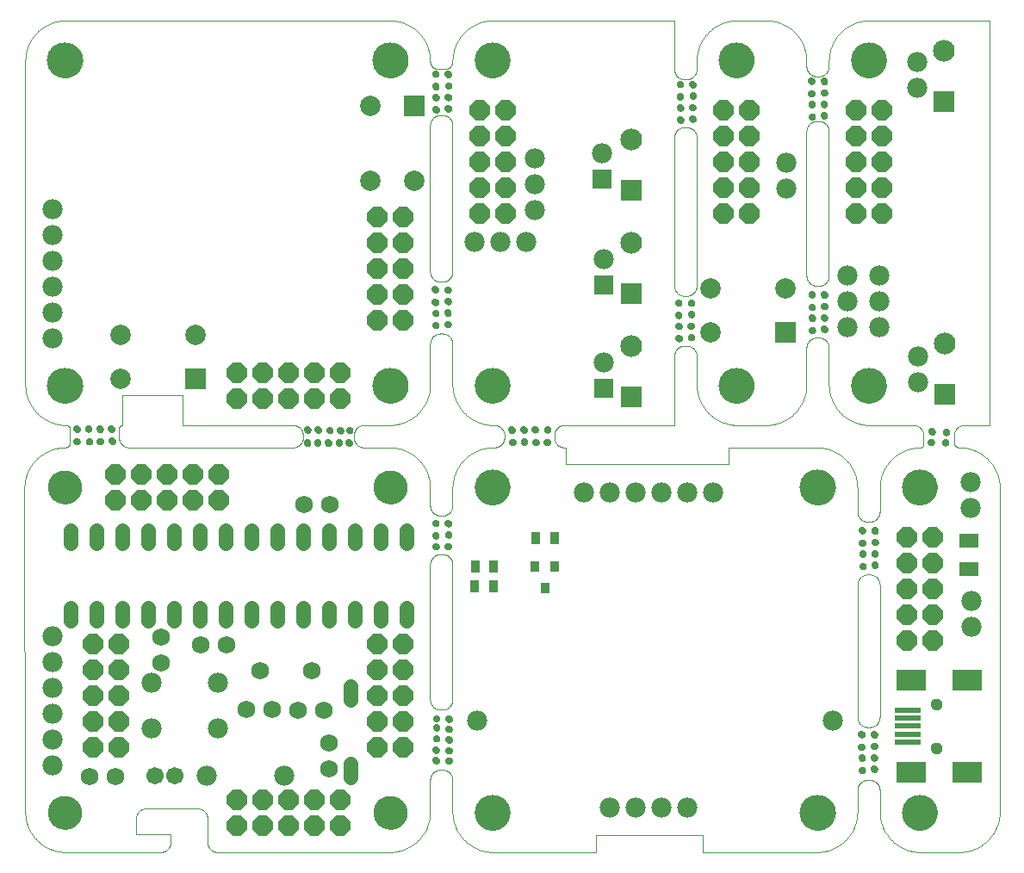
<source format=gbs>
G75*
%MOIN*%
%OFA0B0*%
%FSLAX25Y25*%
%IPPOS*%
%LPD*%
%AMOC8*
5,1,8,0,0,1.08239X$1,22.5*
%
%ADD10C,0.00000*%
%ADD11C,0.13786*%
%ADD12C,0.02762*%
%ADD13C,0.07800*%
%ADD14OC8,0.07800*%
%ADD15R,0.07900X0.07900*%
%ADD16C,0.07900*%
%ADD17R,0.03550X0.03943*%
%ADD18R,0.03550X0.05124*%
%ADD19R,0.07800X0.07800*%
%ADD20R,0.08400X0.08400*%
%ADD21C,0.08400*%
%ADD22R,0.10400X0.02400*%
%ADD23R,0.11400X0.08274*%
%ADD24C,0.04400*%
%ADD25R,0.07400X0.05400*%
%ADD26C,0.06900*%
%ADD27C,0.05600*%
%ADD28C,0.06699*%
%ADD29C,0.12998*%
D10*
X0017402Y0002763D02*
X0053993Y0002763D01*
X0054117Y0002765D01*
X0054240Y0002771D01*
X0054364Y0002780D01*
X0054486Y0002794D01*
X0054609Y0002811D01*
X0054731Y0002833D01*
X0054852Y0002858D01*
X0054972Y0002887D01*
X0055091Y0002919D01*
X0055210Y0002956D01*
X0055327Y0002996D01*
X0055442Y0003039D01*
X0055557Y0003087D01*
X0055669Y0003138D01*
X0055780Y0003192D01*
X0055890Y0003250D01*
X0055997Y0003311D01*
X0056103Y0003376D01*
X0056206Y0003444D01*
X0056307Y0003515D01*
X0056406Y0003589D01*
X0056503Y0003666D01*
X0056597Y0003747D01*
X0056688Y0003830D01*
X0056777Y0003916D01*
X0056863Y0004005D01*
X0056946Y0004096D01*
X0057027Y0004190D01*
X0057104Y0004287D01*
X0057178Y0004386D01*
X0057249Y0004487D01*
X0057317Y0004590D01*
X0057382Y0004696D01*
X0057443Y0004803D01*
X0057501Y0004913D01*
X0057555Y0005024D01*
X0057606Y0005136D01*
X0057654Y0005251D01*
X0057697Y0005366D01*
X0057737Y0005483D01*
X0057774Y0005602D01*
X0057806Y0005721D01*
X0057835Y0005841D01*
X0057860Y0005962D01*
X0057882Y0006084D01*
X0057899Y0006207D01*
X0057913Y0006329D01*
X0057922Y0006453D01*
X0057928Y0006576D01*
X0057930Y0006700D01*
X0057930Y0009603D01*
X0044607Y0009603D01*
X0044607Y0015798D01*
X0044609Y0015922D01*
X0044615Y0016045D01*
X0044624Y0016169D01*
X0044638Y0016291D01*
X0044655Y0016414D01*
X0044677Y0016536D01*
X0044702Y0016657D01*
X0044731Y0016777D01*
X0044763Y0016896D01*
X0044800Y0017015D01*
X0044840Y0017132D01*
X0044883Y0017247D01*
X0044931Y0017362D01*
X0044982Y0017474D01*
X0045036Y0017585D01*
X0045094Y0017695D01*
X0045155Y0017802D01*
X0045220Y0017908D01*
X0045288Y0018011D01*
X0045359Y0018112D01*
X0045433Y0018211D01*
X0045510Y0018308D01*
X0045591Y0018402D01*
X0045674Y0018493D01*
X0045760Y0018582D01*
X0045849Y0018668D01*
X0045940Y0018751D01*
X0046034Y0018832D01*
X0046131Y0018909D01*
X0046230Y0018983D01*
X0046331Y0019054D01*
X0046434Y0019122D01*
X0046540Y0019187D01*
X0046647Y0019248D01*
X0046757Y0019306D01*
X0046868Y0019360D01*
X0046980Y0019411D01*
X0047095Y0019459D01*
X0047210Y0019502D01*
X0047327Y0019542D01*
X0047446Y0019579D01*
X0047565Y0019611D01*
X0047685Y0019640D01*
X0047806Y0019665D01*
X0047928Y0019687D01*
X0048051Y0019704D01*
X0048173Y0019718D01*
X0048297Y0019727D01*
X0048420Y0019733D01*
X0048544Y0019735D01*
X0068229Y0019735D01*
X0068353Y0019733D01*
X0068476Y0019727D01*
X0068600Y0019718D01*
X0068722Y0019704D01*
X0068845Y0019687D01*
X0068967Y0019665D01*
X0069088Y0019640D01*
X0069208Y0019611D01*
X0069327Y0019579D01*
X0069446Y0019542D01*
X0069563Y0019502D01*
X0069678Y0019459D01*
X0069793Y0019411D01*
X0069905Y0019360D01*
X0070016Y0019306D01*
X0070126Y0019248D01*
X0070233Y0019187D01*
X0070339Y0019122D01*
X0070442Y0019054D01*
X0070543Y0018983D01*
X0070642Y0018909D01*
X0070739Y0018832D01*
X0070833Y0018751D01*
X0070924Y0018668D01*
X0071013Y0018582D01*
X0071099Y0018493D01*
X0071182Y0018402D01*
X0071263Y0018308D01*
X0071340Y0018211D01*
X0071414Y0018112D01*
X0071485Y0018011D01*
X0071553Y0017908D01*
X0071618Y0017802D01*
X0071679Y0017695D01*
X0071737Y0017585D01*
X0071791Y0017474D01*
X0071842Y0017362D01*
X0071890Y0017247D01*
X0071933Y0017132D01*
X0071973Y0017015D01*
X0072010Y0016896D01*
X0072042Y0016777D01*
X0072071Y0016657D01*
X0072096Y0016536D01*
X0072118Y0016414D01*
X0072135Y0016291D01*
X0072149Y0016169D01*
X0072158Y0016045D01*
X0072164Y0015922D01*
X0072166Y0015798D01*
X0072166Y0006700D01*
X0072168Y0006576D01*
X0072174Y0006453D01*
X0072183Y0006329D01*
X0072197Y0006207D01*
X0072214Y0006084D01*
X0072236Y0005962D01*
X0072261Y0005841D01*
X0072290Y0005721D01*
X0072322Y0005602D01*
X0072359Y0005483D01*
X0072399Y0005366D01*
X0072442Y0005251D01*
X0072490Y0005136D01*
X0072541Y0005024D01*
X0072595Y0004913D01*
X0072653Y0004803D01*
X0072714Y0004696D01*
X0072779Y0004590D01*
X0072847Y0004487D01*
X0072918Y0004386D01*
X0072992Y0004287D01*
X0073069Y0004190D01*
X0073150Y0004096D01*
X0073233Y0004005D01*
X0073319Y0003916D01*
X0073408Y0003830D01*
X0073499Y0003747D01*
X0073593Y0003666D01*
X0073690Y0003589D01*
X0073789Y0003515D01*
X0073890Y0003444D01*
X0073993Y0003376D01*
X0074099Y0003311D01*
X0074206Y0003250D01*
X0074316Y0003192D01*
X0074427Y0003138D01*
X0074539Y0003087D01*
X0074654Y0003039D01*
X0074769Y0002996D01*
X0074886Y0002956D01*
X0075005Y0002919D01*
X0075124Y0002887D01*
X0075244Y0002858D01*
X0075365Y0002833D01*
X0075487Y0002811D01*
X0075610Y0002794D01*
X0075732Y0002780D01*
X0075856Y0002771D01*
X0075979Y0002765D01*
X0076103Y0002763D01*
X0142639Y0002763D01*
X0136733Y0018117D02*
X0136735Y0018275D01*
X0136741Y0018433D01*
X0136751Y0018591D01*
X0136765Y0018749D01*
X0136783Y0018906D01*
X0136804Y0019063D01*
X0136830Y0019219D01*
X0136860Y0019375D01*
X0136893Y0019530D01*
X0136931Y0019683D01*
X0136972Y0019836D01*
X0137017Y0019988D01*
X0137066Y0020139D01*
X0137119Y0020288D01*
X0137175Y0020436D01*
X0137235Y0020582D01*
X0137299Y0020727D01*
X0137367Y0020870D01*
X0137438Y0021012D01*
X0137512Y0021152D01*
X0137590Y0021289D01*
X0137672Y0021425D01*
X0137756Y0021559D01*
X0137845Y0021690D01*
X0137936Y0021819D01*
X0138031Y0021946D01*
X0138128Y0022071D01*
X0138229Y0022193D01*
X0138333Y0022312D01*
X0138440Y0022429D01*
X0138550Y0022543D01*
X0138663Y0022654D01*
X0138778Y0022763D01*
X0138896Y0022868D01*
X0139017Y0022970D01*
X0139140Y0023070D01*
X0139266Y0023166D01*
X0139394Y0023259D01*
X0139524Y0023349D01*
X0139657Y0023435D01*
X0139792Y0023519D01*
X0139928Y0023598D01*
X0140067Y0023675D01*
X0140208Y0023747D01*
X0140350Y0023817D01*
X0140494Y0023882D01*
X0140640Y0023944D01*
X0140787Y0024002D01*
X0140936Y0024057D01*
X0141086Y0024108D01*
X0141237Y0024155D01*
X0141389Y0024198D01*
X0141542Y0024237D01*
X0141697Y0024273D01*
X0141852Y0024304D01*
X0142008Y0024332D01*
X0142164Y0024356D01*
X0142321Y0024376D01*
X0142479Y0024392D01*
X0142636Y0024404D01*
X0142795Y0024412D01*
X0142953Y0024416D01*
X0143111Y0024416D01*
X0143269Y0024412D01*
X0143428Y0024404D01*
X0143585Y0024392D01*
X0143743Y0024376D01*
X0143900Y0024356D01*
X0144056Y0024332D01*
X0144212Y0024304D01*
X0144367Y0024273D01*
X0144522Y0024237D01*
X0144675Y0024198D01*
X0144827Y0024155D01*
X0144978Y0024108D01*
X0145128Y0024057D01*
X0145277Y0024002D01*
X0145424Y0023944D01*
X0145570Y0023882D01*
X0145714Y0023817D01*
X0145856Y0023747D01*
X0145997Y0023675D01*
X0146136Y0023598D01*
X0146272Y0023519D01*
X0146407Y0023435D01*
X0146540Y0023349D01*
X0146670Y0023259D01*
X0146798Y0023166D01*
X0146924Y0023070D01*
X0147047Y0022970D01*
X0147168Y0022868D01*
X0147286Y0022763D01*
X0147401Y0022654D01*
X0147514Y0022543D01*
X0147624Y0022429D01*
X0147731Y0022312D01*
X0147835Y0022193D01*
X0147936Y0022071D01*
X0148033Y0021946D01*
X0148128Y0021819D01*
X0148219Y0021690D01*
X0148308Y0021559D01*
X0148392Y0021425D01*
X0148474Y0021289D01*
X0148552Y0021152D01*
X0148626Y0021012D01*
X0148697Y0020870D01*
X0148765Y0020727D01*
X0148829Y0020582D01*
X0148889Y0020436D01*
X0148945Y0020288D01*
X0148998Y0020139D01*
X0149047Y0019988D01*
X0149092Y0019836D01*
X0149133Y0019683D01*
X0149171Y0019530D01*
X0149204Y0019375D01*
X0149234Y0019219D01*
X0149260Y0019063D01*
X0149281Y0018906D01*
X0149299Y0018749D01*
X0149313Y0018591D01*
X0149323Y0018433D01*
X0149329Y0018275D01*
X0149331Y0018117D01*
X0149329Y0017959D01*
X0149323Y0017801D01*
X0149313Y0017643D01*
X0149299Y0017485D01*
X0149281Y0017328D01*
X0149260Y0017171D01*
X0149234Y0017015D01*
X0149204Y0016859D01*
X0149171Y0016704D01*
X0149133Y0016551D01*
X0149092Y0016398D01*
X0149047Y0016246D01*
X0148998Y0016095D01*
X0148945Y0015946D01*
X0148889Y0015798D01*
X0148829Y0015652D01*
X0148765Y0015507D01*
X0148697Y0015364D01*
X0148626Y0015222D01*
X0148552Y0015082D01*
X0148474Y0014945D01*
X0148392Y0014809D01*
X0148308Y0014675D01*
X0148219Y0014544D01*
X0148128Y0014415D01*
X0148033Y0014288D01*
X0147936Y0014163D01*
X0147835Y0014041D01*
X0147731Y0013922D01*
X0147624Y0013805D01*
X0147514Y0013691D01*
X0147401Y0013580D01*
X0147286Y0013471D01*
X0147168Y0013366D01*
X0147047Y0013264D01*
X0146924Y0013164D01*
X0146798Y0013068D01*
X0146670Y0012975D01*
X0146540Y0012885D01*
X0146407Y0012799D01*
X0146272Y0012715D01*
X0146136Y0012636D01*
X0145997Y0012559D01*
X0145856Y0012487D01*
X0145714Y0012417D01*
X0145570Y0012352D01*
X0145424Y0012290D01*
X0145277Y0012232D01*
X0145128Y0012177D01*
X0144978Y0012126D01*
X0144827Y0012079D01*
X0144675Y0012036D01*
X0144522Y0011997D01*
X0144367Y0011961D01*
X0144212Y0011930D01*
X0144056Y0011902D01*
X0143900Y0011878D01*
X0143743Y0011858D01*
X0143585Y0011842D01*
X0143428Y0011830D01*
X0143269Y0011822D01*
X0143111Y0011818D01*
X0142953Y0011818D01*
X0142795Y0011822D01*
X0142636Y0011830D01*
X0142479Y0011842D01*
X0142321Y0011858D01*
X0142164Y0011878D01*
X0142008Y0011902D01*
X0141852Y0011930D01*
X0141697Y0011961D01*
X0141542Y0011997D01*
X0141389Y0012036D01*
X0141237Y0012079D01*
X0141086Y0012126D01*
X0140936Y0012177D01*
X0140787Y0012232D01*
X0140640Y0012290D01*
X0140494Y0012352D01*
X0140350Y0012417D01*
X0140208Y0012487D01*
X0140067Y0012559D01*
X0139928Y0012636D01*
X0139792Y0012715D01*
X0139657Y0012799D01*
X0139524Y0012885D01*
X0139394Y0012975D01*
X0139266Y0013068D01*
X0139140Y0013164D01*
X0139017Y0013264D01*
X0138896Y0013366D01*
X0138778Y0013471D01*
X0138663Y0013580D01*
X0138550Y0013691D01*
X0138440Y0013805D01*
X0138333Y0013922D01*
X0138229Y0014041D01*
X0138128Y0014163D01*
X0138031Y0014288D01*
X0137936Y0014415D01*
X0137845Y0014544D01*
X0137756Y0014675D01*
X0137672Y0014809D01*
X0137590Y0014945D01*
X0137512Y0015082D01*
X0137438Y0015222D01*
X0137367Y0015364D01*
X0137299Y0015507D01*
X0137235Y0015652D01*
X0137175Y0015798D01*
X0137119Y0015946D01*
X0137066Y0016095D01*
X0137017Y0016246D01*
X0136972Y0016398D01*
X0136931Y0016551D01*
X0136893Y0016704D01*
X0136860Y0016859D01*
X0136830Y0017015D01*
X0136804Y0017171D01*
X0136783Y0017328D01*
X0136765Y0017485D01*
X0136751Y0017643D01*
X0136741Y0017801D01*
X0136735Y0017959D01*
X0136733Y0018117D01*
X0142639Y0002763D02*
X0143020Y0002768D01*
X0143400Y0002781D01*
X0143780Y0002804D01*
X0144159Y0002837D01*
X0144537Y0002878D01*
X0144914Y0002928D01*
X0145290Y0002988D01*
X0145665Y0003056D01*
X0146037Y0003134D01*
X0146408Y0003221D01*
X0146776Y0003316D01*
X0147142Y0003421D01*
X0147505Y0003534D01*
X0147866Y0003656D01*
X0148223Y0003786D01*
X0148577Y0003926D01*
X0148928Y0004073D01*
X0149275Y0004230D01*
X0149618Y0004394D01*
X0149957Y0004567D01*
X0150292Y0004748D01*
X0150623Y0004937D01*
X0150948Y0005134D01*
X0151269Y0005338D01*
X0151585Y0005551D01*
X0151895Y0005771D01*
X0152201Y0005998D01*
X0152500Y0006233D01*
X0152794Y0006475D01*
X0153082Y0006723D01*
X0153364Y0006979D01*
X0153639Y0007242D01*
X0153908Y0007511D01*
X0154171Y0007786D01*
X0154427Y0008068D01*
X0154675Y0008356D01*
X0154917Y0008650D01*
X0155152Y0008949D01*
X0155379Y0009255D01*
X0155599Y0009565D01*
X0155812Y0009881D01*
X0156016Y0010202D01*
X0156213Y0010527D01*
X0156402Y0010858D01*
X0156583Y0011193D01*
X0156756Y0011532D01*
X0156920Y0011875D01*
X0157077Y0012222D01*
X0157224Y0012573D01*
X0157364Y0012927D01*
X0157494Y0013284D01*
X0157616Y0013645D01*
X0157729Y0014008D01*
X0157834Y0014374D01*
X0157929Y0014742D01*
X0158016Y0015113D01*
X0158094Y0015485D01*
X0158162Y0015860D01*
X0158222Y0016236D01*
X0158272Y0016613D01*
X0158313Y0016991D01*
X0158346Y0017370D01*
X0158369Y0017750D01*
X0158382Y0018130D01*
X0158387Y0018511D01*
X0158387Y0030716D01*
X0158389Y0030840D01*
X0158395Y0030963D01*
X0158404Y0031087D01*
X0158418Y0031209D01*
X0158435Y0031332D01*
X0158457Y0031454D01*
X0158482Y0031575D01*
X0158511Y0031695D01*
X0158543Y0031814D01*
X0158580Y0031933D01*
X0158620Y0032050D01*
X0158663Y0032165D01*
X0158711Y0032280D01*
X0158762Y0032392D01*
X0158816Y0032503D01*
X0158874Y0032613D01*
X0158935Y0032720D01*
X0159000Y0032826D01*
X0159068Y0032929D01*
X0159139Y0033030D01*
X0159213Y0033129D01*
X0159290Y0033226D01*
X0159371Y0033320D01*
X0159454Y0033411D01*
X0159540Y0033500D01*
X0159629Y0033586D01*
X0159720Y0033669D01*
X0159814Y0033750D01*
X0159911Y0033827D01*
X0160010Y0033901D01*
X0160111Y0033972D01*
X0160214Y0034040D01*
X0160320Y0034105D01*
X0160427Y0034166D01*
X0160537Y0034224D01*
X0160648Y0034278D01*
X0160760Y0034329D01*
X0160875Y0034377D01*
X0160990Y0034420D01*
X0161107Y0034460D01*
X0161226Y0034497D01*
X0161345Y0034529D01*
X0161465Y0034558D01*
X0161586Y0034583D01*
X0161708Y0034605D01*
X0161831Y0034622D01*
X0161953Y0034636D01*
X0162077Y0034645D01*
X0162200Y0034651D01*
X0162324Y0034653D01*
X0163111Y0034653D01*
X0163235Y0034651D01*
X0163358Y0034645D01*
X0163482Y0034636D01*
X0163604Y0034622D01*
X0163727Y0034605D01*
X0163849Y0034583D01*
X0163970Y0034558D01*
X0164090Y0034529D01*
X0164209Y0034497D01*
X0164328Y0034460D01*
X0164445Y0034420D01*
X0164560Y0034377D01*
X0164675Y0034329D01*
X0164787Y0034278D01*
X0164898Y0034224D01*
X0165008Y0034166D01*
X0165115Y0034105D01*
X0165221Y0034040D01*
X0165324Y0033972D01*
X0165425Y0033901D01*
X0165524Y0033827D01*
X0165621Y0033750D01*
X0165715Y0033669D01*
X0165806Y0033586D01*
X0165895Y0033500D01*
X0165981Y0033411D01*
X0166064Y0033320D01*
X0166145Y0033226D01*
X0166222Y0033129D01*
X0166296Y0033030D01*
X0166367Y0032929D01*
X0166435Y0032826D01*
X0166500Y0032720D01*
X0166561Y0032613D01*
X0166619Y0032503D01*
X0166673Y0032392D01*
X0166724Y0032280D01*
X0166772Y0032165D01*
X0166815Y0032050D01*
X0166855Y0031933D01*
X0166892Y0031814D01*
X0166924Y0031695D01*
X0166953Y0031575D01*
X0166978Y0031454D01*
X0167000Y0031332D01*
X0167017Y0031209D01*
X0167031Y0031087D01*
X0167040Y0030963D01*
X0167046Y0030840D01*
X0167048Y0030716D01*
X0167048Y0018511D01*
X0175709Y0018117D02*
X0175711Y0018281D01*
X0175717Y0018445D01*
X0175727Y0018609D01*
X0175741Y0018773D01*
X0175759Y0018936D01*
X0175781Y0019099D01*
X0175808Y0019261D01*
X0175838Y0019423D01*
X0175872Y0019583D01*
X0175910Y0019743D01*
X0175951Y0019902D01*
X0175997Y0020060D01*
X0176047Y0020216D01*
X0176100Y0020372D01*
X0176157Y0020526D01*
X0176218Y0020678D01*
X0176283Y0020829D01*
X0176352Y0020979D01*
X0176424Y0021126D01*
X0176499Y0021272D01*
X0176579Y0021416D01*
X0176661Y0021558D01*
X0176747Y0021698D01*
X0176837Y0021835D01*
X0176930Y0021971D01*
X0177026Y0022104D01*
X0177126Y0022235D01*
X0177228Y0022363D01*
X0177334Y0022489D01*
X0177443Y0022612D01*
X0177555Y0022732D01*
X0177669Y0022850D01*
X0177787Y0022964D01*
X0177907Y0023076D01*
X0178030Y0023185D01*
X0178156Y0023291D01*
X0178284Y0023393D01*
X0178415Y0023493D01*
X0178548Y0023589D01*
X0178684Y0023682D01*
X0178821Y0023772D01*
X0178961Y0023858D01*
X0179103Y0023940D01*
X0179247Y0024020D01*
X0179393Y0024095D01*
X0179540Y0024167D01*
X0179690Y0024236D01*
X0179841Y0024301D01*
X0179993Y0024362D01*
X0180147Y0024419D01*
X0180303Y0024472D01*
X0180459Y0024522D01*
X0180617Y0024568D01*
X0180776Y0024609D01*
X0180936Y0024647D01*
X0181096Y0024681D01*
X0181258Y0024711D01*
X0181420Y0024738D01*
X0181583Y0024760D01*
X0181746Y0024778D01*
X0181910Y0024792D01*
X0182074Y0024802D01*
X0182238Y0024808D01*
X0182402Y0024810D01*
X0182566Y0024808D01*
X0182730Y0024802D01*
X0182894Y0024792D01*
X0183058Y0024778D01*
X0183221Y0024760D01*
X0183384Y0024738D01*
X0183546Y0024711D01*
X0183708Y0024681D01*
X0183868Y0024647D01*
X0184028Y0024609D01*
X0184187Y0024568D01*
X0184345Y0024522D01*
X0184501Y0024472D01*
X0184657Y0024419D01*
X0184811Y0024362D01*
X0184963Y0024301D01*
X0185114Y0024236D01*
X0185264Y0024167D01*
X0185411Y0024095D01*
X0185557Y0024020D01*
X0185701Y0023940D01*
X0185843Y0023858D01*
X0185983Y0023772D01*
X0186120Y0023682D01*
X0186256Y0023589D01*
X0186389Y0023493D01*
X0186520Y0023393D01*
X0186648Y0023291D01*
X0186774Y0023185D01*
X0186897Y0023076D01*
X0187017Y0022964D01*
X0187135Y0022850D01*
X0187249Y0022732D01*
X0187361Y0022612D01*
X0187470Y0022489D01*
X0187576Y0022363D01*
X0187678Y0022235D01*
X0187778Y0022104D01*
X0187874Y0021971D01*
X0187967Y0021835D01*
X0188057Y0021698D01*
X0188143Y0021558D01*
X0188225Y0021416D01*
X0188305Y0021272D01*
X0188380Y0021126D01*
X0188452Y0020979D01*
X0188521Y0020829D01*
X0188586Y0020678D01*
X0188647Y0020526D01*
X0188704Y0020372D01*
X0188757Y0020216D01*
X0188807Y0020060D01*
X0188853Y0019902D01*
X0188894Y0019743D01*
X0188932Y0019583D01*
X0188966Y0019423D01*
X0188996Y0019261D01*
X0189023Y0019099D01*
X0189045Y0018936D01*
X0189063Y0018773D01*
X0189077Y0018609D01*
X0189087Y0018445D01*
X0189093Y0018281D01*
X0189095Y0018117D01*
X0189093Y0017953D01*
X0189087Y0017789D01*
X0189077Y0017625D01*
X0189063Y0017461D01*
X0189045Y0017298D01*
X0189023Y0017135D01*
X0188996Y0016973D01*
X0188966Y0016811D01*
X0188932Y0016651D01*
X0188894Y0016491D01*
X0188853Y0016332D01*
X0188807Y0016174D01*
X0188757Y0016018D01*
X0188704Y0015862D01*
X0188647Y0015708D01*
X0188586Y0015556D01*
X0188521Y0015405D01*
X0188452Y0015255D01*
X0188380Y0015108D01*
X0188305Y0014962D01*
X0188225Y0014818D01*
X0188143Y0014676D01*
X0188057Y0014536D01*
X0187967Y0014399D01*
X0187874Y0014263D01*
X0187778Y0014130D01*
X0187678Y0013999D01*
X0187576Y0013871D01*
X0187470Y0013745D01*
X0187361Y0013622D01*
X0187249Y0013502D01*
X0187135Y0013384D01*
X0187017Y0013270D01*
X0186897Y0013158D01*
X0186774Y0013049D01*
X0186648Y0012943D01*
X0186520Y0012841D01*
X0186389Y0012741D01*
X0186256Y0012645D01*
X0186120Y0012552D01*
X0185983Y0012462D01*
X0185843Y0012376D01*
X0185701Y0012294D01*
X0185557Y0012214D01*
X0185411Y0012139D01*
X0185264Y0012067D01*
X0185114Y0011998D01*
X0184963Y0011933D01*
X0184811Y0011872D01*
X0184657Y0011815D01*
X0184501Y0011762D01*
X0184345Y0011712D01*
X0184187Y0011666D01*
X0184028Y0011625D01*
X0183868Y0011587D01*
X0183708Y0011553D01*
X0183546Y0011523D01*
X0183384Y0011496D01*
X0183221Y0011474D01*
X0183058Y0011456D01*
X0182894Y0011442D01*
X0182730Y0011432D01*
X0182566Y0011426D01*
X0182402Y0011424D01*
X0182238Y0011426D01*
X0182074Y0011432D01*
X0181910Y0011442D01*
X0181746Y0011456D01*
X0181583Y0011474D01*
X0181420Y0011496D01*
X0181258Y0011523D01*
X0181096Y0011553D01*
X0180936Y0011587D01*
X0180776Y0011625D01*
X0180617Y0011666D01*
X0180459Y0011712D01*
X0180303Y0011762D01*
X0180147Y0011815D01*
X0179993Y0011872D01*
X0179841Y0011933D01*
X0179690Y0011998D01*
X0179540Y0012067D01*
X0179393Y0012139D01*
X0179247Y0012214D01*
X0179103Y0012294D01*
X0178961Y0012376D01*
X0178821Y0012462D01*
X0178684Y0012552D01*
X0178548Y0012645D01*
X0178415Y0012741D01*
X0178284Y0012841D01*
X0178156Y0012943D01*
X0178030Y0013049D01*
X0177907Y0013158D01*
X0177787Y0013270D01*
X0177669Y0013384D01*
X0177555Y0013502D01*
X0177443Y0013622D01*
X0177334Y0013745D01*
X0177228Y0013871D01*
X0177126Y0013999D01*
X0177026Y0014130D01*
X0176930Y0014263D01*
X0176837Y0014399D01*
X0176747Y0014536D01*
X0176661Y0014676D01*
X0176579Y0014818D01*
X0176499Y0014962D01*
X0176424Y0015108D01*
X0176352Y0015255D01*
X0176283Y0015405D01*
X0176218Y0015556D01*
X0176157Y0015708D01*
X0176100Y0015862D01*
X0176047Y0016018D01*
X0175997Y0016174D01*
X0175951Y0016332D01*
X0175910Y0016491D01*
X0175872Y0016651D01*
X0175838Y0016811D01*
X0175808Y0016973D01*
X0175781Y0017135D01*
X0175759Y0017298D01*
X0175741Y0017461D01*
X0175727Y0017625D01*
X0175717Y0017789D01*
X0175711Y0017953D01*
X0175709Y0018117D01*
X0167048Y0018511D02*
X0167053Y0018130D01*
X0167066Y0017750D01*
X0167089Y0017370D01*
X0167122Y0016991D01*
X0167163Y0016613D01*
X0167213Y0016236D01*
X0167273Y0015860D01*
X0167341Y0015485D01*
X0167419Y0015113D01*
X0167506Y0014742D01*
X0167601Y0014374D01*
X0167706Y0014008D01*
X0167819Y0013645D01*
X0167941Y0013284D01*
X0168071Y0012927D01*
X0168211Y0012573D01*
X0168358Y0012222D01*
X0168515Y0011875D01*
X0168679Y0011532D01*
X0168852Y0011193D01*
X0169033Y0010858D01*
X0169222Y0010527D01*
X0169419Y0010202D01*
X0169623Y0009881D01*
X0169836Y0009565D01*
X0170056Y0009255D01*
X0170283Y0008949D01*
X0170518Y0008650D01*
X0170760Y0008356D01*
X0171008Y0008068D01*
X0171264Y0007786D01*
X0171527Y0007511D01*
X0171796Y0007242D01*
X0172071Y0006979D01*
X0172353Y0006723D01*
X0172641Y0006475D01*
X0172935Y0006233D01*
X0173234Y0005998D01*
X0173540Y0005771D01*
X0173850Y0005551D01*
X0174166Y0005338D01*
X0174487Y0005134D01*
X0174812Y0004937D01*
X0175143Y0004748D01*
X0175478Y0004567D01*
X0175817Y0004394D01*
X0176160Y0004230D01*
X0176507Y0004073D01*
X0176858Y0003926D01*
X0177212Y0003786D01*
X0177569Y0003656D01*
X0177930Y0003534D01*
X0178293Y0003421D01*
X0178659Y0003316D01*
X0179027Y0003221D01*
X0179398Y0003134D01*
X0179770Y0003056D01*
X0180145Y0002988D01*
X0180521Y0002928D01*
X0180898Y0002878D01*
X0181276Y0002837D01*
X0181655Y0002804D01*
X0182035Y0002781D01*
X0182415Y0002768D01*
X0182796Y0002763D01*
X0222599Y0002802D01*
X0222599Y0009298D01*
X0263741Y0009259D01*
X0263741Y0002763D01*
X0307993Y0002763D01*
X0301694Y0018117D02*
X0301696Y0018281D01*
X0301702Y0018445D01*
X0301712Y0018609D01*
X0301726Y0018773D01*
X0301744Y0018936D01*
X0301766Y0019099D01*
X0301793Y0019261D01*
X0301823Y0019423D01*
X0301857Y0019583D01*
X0301895Y0019743D01*
X0301936Y0019902D01*
X0301982Y0020060D01*
X0302032Y0020216D01*
X0302085Y0020372D01*
X0302142Y0020526D01*
X0302203Y0020678D01*
X0302268Y0020829D01*
X0302337Y0020979D01*
X0302409Y0021126D01*
X0302484Y0021272D01*
X0302564Y0021416D01*
X0302646Y0021558D01*
X0302732Y0021698D01*
X0302822Y0021835D01*
X0302915Y0021971D01*
X0303011Y0022104D01*
X0303111Y0022235D01*
X0303213Y0022363D01*
X0303319Y0022489D01*
X0303428Y0022612D01*
X0303540Y0022732D01*
X0303654Y0022850D01*
X0303772Y0022964D01*
X0303892Y0023076D01*
X0304015Y0023185D01*
X0304141Y0023291D01*
X0304269Y0023393D01*
X0304400Y0023493D01*
X0304533Y0023589D01*
X0304669Y0023682D01*
X0304806Y0023772D01*
X0304946Y0023858D01*
X0305088Y0023940D01*
X0305232Y0024020D01*
X0305378Y0024095D01*
X0305525Y0024167D01*
X0305675Y0024236D01*
X0305826Y0024301D01*
X0305978Y0024362D01*
X0306132Y0024419D01*
X0306288Y0024472D01*
X0306444Y0024522D01*
X0306602Y0024568D01*
X0306761Y0024609D01*
X0306921Y0024647D01*
X0307081Y0024681D01*
X0307243Y0024711D01*
X0307405Y0024738D01*
X0307568Y0024760D01*
X0307731Y0024778D01*
X0307895Y0024792D01*
X0308059Y0024802D01*
X0308223Y0024808D01*
X0308387Y0024810D01*
X0308551Y0024808D01*
X0308715Y0024802D01*
X0308879Y0024792D01*
X0309043Y0024778D01*
X0309206Y0024760D01*
X0309369Y0024738D01*
X0309531Y0024711D01*
X0309693Y0024681D01*
X0309853Y0024647D01*
X0310013Y0024609D01*
X0310172Y0024568D01*
X0310330Y0024522D01*
X0310486Y0024472D01*
X0310642Y0024419D01*
X0310796Y0024362D01*
X0310948Y0024301D01*
X0311099Y0024236D01*
X0311249Y0024167D01*
X0311396Y0024095D01*
X0311542Y0024020D01*
X0311686Y0023940D01*
X0311828Y0023858D01*
X0311968Y0023772D01*
X0312105Y0023682D01*
X0312241Y0023589D01*
X0312374Y0023493D01*
X0312505Y0023393D01*
X0312633Y0023291D01*
X0312759Y0023185D01*
X0312882Y0023076D01*
X0313002Y0022964D01*
X0313120Y0022850D01*
X0313234Y0022732D01*
X0313346Y0022612D01*
X0313455Y0022489D01*
X0313561Y0022363D01*
X0313663Y0022235D01*
X0313763Y0022104D01*
X0313859Y0021971D01*
X0313952Y0021835D01*
X0314042Y0021698D01*
X0314128Y0021558D01*
X0314210Y0021416D01*
X0314290Y0021272D01*
X0314365Y0021126D01*
X0314437Y0020979D01*
X0314506Y0020829D01*
X0314571Y0020678D01*
X0314632Y0020526D01*
X0314689Y0020372D01*
X0314742Y0020216D01*
X0314792Y0020060D01*
X0314838Y0019902D01*
X0314879Y0019743D01*
X0314917Y0019583D01*
X0314951Y0019423D01*
X0314981Y0019261D01*
X0315008Y0019099D01*
X0315030Y0018936D01*
X0315048Y0018773D01*
X0315062Y0018609D01*
X0315072Y0018445D01*
X0315078Y0018281D01*
X0315080Y0018117D01*
X0315078Y0017953D01*
X0315072Y0017789D01*
X0315062Y0017625D01*
X0315048Y0017461D01*
X0315030Y0017298D01*
X0315008Y0017135D01*
X0314981Y0016973D01*
X0314951Y0016811D01*
X0314917Y0016651D01*
X0314879Y0016491D01*
X0314838Y0016332D01*
X0314792Y0016174D01*
X0314742Y0016018D01*
X0314689Y0015862D01*
X0314632Y0015708D01*
X0314571Y0015556D01*
X0314506Y0015405D01*
X0314437Y0015255D01*
X0314365Y0015108D01*
X0314290Y0014962D01*
X0314210Y0014818D01*
X0314128Y0014676D01*
X0314042Y0014536D01*
X0313952Y0014399D01*
X0313859Y0014263D01*
X0313763Y0014130D01*
X0313663Y0013999D01*
X0313561Y0013871D01*
X0313455Y0013745D01*
X0313346Y0013622D01*
X0313234Y0013502D01*
X0313120Y0013384D01*
X0313002Y0013270D01*
X0312882Y0013158D01*
X0312759Y0013049D01*
X0312633Y0012943D01*
X0312505Y0012841D01*
X0312374Y0012741D01*
X0312241Y0012645D01*
X0312105Y0012552D01*
X0311968Y0012462D01*
X0311828Y0012376D01*
X0311686Y0012294D01*
X0311542Y0012214D01*
X0311396Y0012139D01*
X0311249Y0012067D01*
X0311099Y0011998D01*
X0310948Y0011933D01*
X0310796Y0011872D01*
X0310642Y0011815D01*
X0310486Y0011762D01*
X0310330Y0011712D01*
X0310172Y0011666D01*
X0310013Y0011625D01*
X0309853Y0011587D01*
X0309693Y0011553D01*
X0309531Y0011523D01*
X0309369Y0011496D01*
X0309206Y0011474D01*
X0309043Y0011456D01*
X0308879Y0011442D01*
X0308715Y0011432D01*
X0308551Y0011426D01*
X0308387Y0011424D01*
X0308223Y0011426D01*
X0308059Y0011432D01*
X0307895Y0011442D01*
X0307731Y0011456D01*
X0307568Y0011474D01*
X0307405Y0011496D01*
X0307243Y0011523D01*
X0307081Y0011553D01*
X0306921Y0011587D01*
X0306761Y0011625D01*
X0306602Y0011666D01*
X0306444Y0011712D01*
X0306288Y0011762D01*
X0306132Y0011815D01*
X0305978Y0011872D01*
X0305826Y0011933D01*
X0305675Y0011998D01*
X0305525Y0012067D01*
X0305378Y0012139D01*
X0305232Y0012214D01*
X0305088Y0012294D01*
X0304946Y0012376D01*
X0304806Y0012462D01*
X0304669Y0012552D01*
X0304533Y0012645D01*
X0304400Y0012741D01*
X0304269Y0012841D01*
X0304141Y0012943D01*
X0304015Y0013049D01*
X0303892Y0013158D01*
X0303772Y0013270D01*
X0303654Y0013384D01*
X0303540Y0013502D01*
X0303428Y0013622D01*
X0303319Y0013745D01*
X0303213Y0013871D01*
X0303111Y0013999D01*
X0303011Y0014130D01*
X0302915Y0014263D01*
X0302822Y0014399D01*
X0302732Y0014536D01*
X0302646Y0014676D01*
X0302564Y0014818D01*
X0302484Y0014962D01*
X0302409Y0015108D01*
X0302337Y0015255D01*
X0302268Y0015405D01*
X0302203Y0015556D01*
X0302142Y0015708D01*
X0302085Y0015862D01*
X0302032Y0016018D01*
X0301982Y0016174D01*
X0301936Y0016332D01*
X0301895Y0016491D01*
X0301857Y0016651D01*
X0301823Y0016811D01*
X0301793Y0016973D01*
X0301766Y0017135D01*
X0301744Y0017298D01*
X0301726Y0017461D01*
X0301712Y0017625D01*
X0301702Y0017789D01*
X0301696Y0017953D01*
X0301694Y0018117D01*
X0307993Y0002763D02*
X0308374Y0002768D01*
X0308754Y0002781D01*
X0309134Y0002804D01*
X0309513Y0002837D01*
X0309891Y0002878D01*
X0310268Y0002928D01*
X0310644Y0002988D01*
X0311019Y0003056D01*
X0311391Y0003134D01*
X0311762Y0003221D01*
X0312130Y0003316D01*
X0312496Y0003421D01*
X0312859Y0003534D01*
X0313220Y0003656D01*
X0313577Y0003786D01*
X0313931Y0003926D01*
X0314282Y0004073D01*
X0314629Y0004230D01*
X0314972Y0004394D01*
X0315311Y0004567D01*
X0315646Y0004748D01*
X0315977Y0004937D01*
X0316302Y0005134D01*
X0316623Y0005338D01*
X0316939Y0005551D01*
X0317249Y0005771D01*
X0317555Y0005998D01*
X0317854Y0006233D01*
X0318148Y0006475D01*
X0318436Y0006723D01*
X0318718Y0006979D01*
X0318993Y0007242D01*
X0319262Y0007511D01*
X0319525Y0007786D01*
X0319781Y0008068D01*
X0320029Y0008356D01*
X0320271Y0008650D01*
X0320506Y0008949D01*
X0320733Y0009255D01*
X0320953Y0009565D01*
X0321166Y0009881D01*
X0321370Y0010202D01*
X0321567Y0010527D01*
X0321756Y0010858D01*
X0321937Y0011193D01*
X0322110Y0011532D01*
X0322274Y0011875D01*
X0322431Y0012222D01*
X0322578Y0012573D01*
X0322718Y0012927D01*
X0322848Y0013284D01*
X0322970Y0013645D01*
X0323083Y0014008D01*
X0323188Y0014374D01*
X0323283Y0014742D01*
X0323370Y0015113D01*
X0323448Y0015485D01*
X0323516Y0015860D01*
X0323576Y0016236D01*
X0323626Y0016613D01*
X0323667Y0016991D01*
X0323700Y0017370D01*
X0323723Y0017750D01*
X0323736Y0018130D01*
X0323741Y0018511D01*
X0323741Y0026779D01*
X0323743Y0026903D01*
X0323749Y0027026D01*
X0323758Y0027150D01*
X0323772Y0027272D01*
X0323789Y0027395D01*
X0323811Y0027517D01*
X0323836Y0027638D01*
X0323865Y0027758D01*
X0323897Y0027877D01*
X0323934Y0027996D01*
X0323974Y0028113D01*
X0324017Y0028228D01*
X0324065Y0028343D01*
X0324116Y0028455D01*
X0324170Y0028566D01*
X0324228Y0028676D01*
X0324289Y0028783D01*
X0324354Y0028889D01*
X0324422Y0028992D01*
X0324493Y0029093D01*
X0324567Y0029192D01*
X0324644Y0029289D01*
X0324725Y0029383D01*
X0324808Y0029474D01*
X0324894Y0029563D01*
X0324983Y0029649D01*
X0325074Y0029732D01*
X0325168Y0029813D01*
X0325265Y0029890D01*
X0325364Y0029964D01*
X0325465Y0030035D01*
X0325568Y0030103D01*
X0325674Y0030168D01*
X0325781Y0030229D01*
X0325891Y0030287D01*
X0326002Y0030341D01*
X0326114Y0030392D01*
X0326229Y0030440D01*
X0326344Y0030483D01*
X0326461Y0030523D01*
X0326580Y0030560D01*
X0326699Y0030592D01*
X0326819Y0030621D01*
X0326940Y0030646D01*
X0327062Y0030668D01*
X0327185Y0030685D01*
X0327307Y0030699D01*
X0327431Y0030708D01*
X0327554Y0030714D01*
X0327678Y0030716D01*
X0328465Y0030716D01*
X0328589Y0030714D01*
X0328712Y0030708D01*
X0328836Y0030699D01*
X0328958Y0030685D01*
X0329081Y0030668D01*
X0329203Y0030646D01*
X0329324Y0030621D01*
X0329444Y0030592D01*
X0329563Y0030560D01*
X0329682Y0030523D01*
X0329799Y0030483D01*
X0329914Y0030440D01*
X0330029Y0030392D01*
X0330141Y0030341D01*
X0330252Y0030287D01*
X0330362Y0030229D01*
X0330469Y0030168D01*
X0330575Y0030103D01*
X0330678Y0030035D01*
X0330779Y0029964D01*
X0330878Y0029890D01*
X0330975Y0029813D01*
X0331069Y0029732D01*
X0331160Y0029649D01*
X0331249Y0029563D01*
X0331335Y0029474D01*
X0331418Y0029383D01*
X0331499Y0029289D01*
X0331576Y0029192D01*
X0331650Y0029093D01*
X0331721Y0028992D01*
X0331789Y0028889D01*
X0331854Y0028783D01*
X0331915Y0028676D01*
X0331973Y0028566D01*
X0332027Y0028455D01*
X0332078Y0028343D01*
X0332126Y0028228D01*
X0332169Y0028113D01*
X0332209Y0027996D01*
X0332246Y0027877D01*
X0332278Y0027758D01*
X0332307Y0027638D01*
X0332332Y0027517D01*
X0332354Y0027395D01*
X0332371Y0027272D01*
X0332385Y0027150D01*
X0332394Y0027026D01*
X0332400Y0026903D01*
X0332402Y0026779D01*
X0332402Y0018511D01*
X0341064Y0018117D02*
X0341066Y0018281D01*
X0341072Y0018445D01*
X0341082Y0018609D01*
X0341096Y0018773D01*
X0341114Y0018936D01*
X0341136Y0019099D01*
X0341163Y0019261D01*
X0341193Y0019423D01*
X0341227Y0019583D01*
X0341265Y0019743D01*
X0341306Y0019902D01*
X0341352Y0020060D01*
X0341402Y0020216D01*
X0341455Y0020372D01*
X0341512Y0020526D01*
X0341573Y0020678D01*
X0341638Y0020829D01*
X0341707Y0020979D01*
X0341779Y0021126D01*
X0341854Y0021272D01*
X0341934Y0021416D01*
X0342016Y0021558D01*
X0342102Y0021698D01*
X0342192Y0021835D01*
X0342285Y0021971D01*
X0342381Y0022104D01*
X0342481Y0022235D01*
X0342583Y0022363D01*
X0342689Y0022489D01*
X0342798Y0022612D01*
X0342910Y0022732D01*
X0343024Y0022850D01*
X0343142Y0022964D01*
X0343262Y0023076D01*
X0343385Y0023185D01*
X0343511Y0023291D01*
X0343639Y0023393D01*
X0343770Y0023493D01*
X0343903Y0023589D01*
X0344039Y0023682D01*
X0344176Y0023772D01*
X0344316Y0023858D01*
X0344458Y0023940D01*
X0344602Y0024020D01*
X0344748Y0024095D01*
X0344895Y0024167D01*
X0345045Y0024236D01*
X0345196Y0024301D01*
X0345348Y0024362D01*
X0345502Y0024419D01*
X0345658Y0024472D01*
X0345814Y0024522D01*
X0345972Y0024568D01*
X0346131Y0024609D01*
X0346291Y0024647D01*
X0346451Y0024681D01*
X0346613Y0024711D01*
X0346775Y0024738D01*
X0346938Y0024760D01*
X0347101Y0024778D01*
X0347265Y0024792D01*
X0347429Y0024802D01*
X0347593Y0024808D01*
X0347757Y0024810D01*
X0347921Y0024808D01*
X0348085Y0024802D01*
X0348249Y0024792D01*
X0348413Y0024778D01*
X0348576Y0024760D01*
X0348739Y0024738D01*
X0348901Y0024711D01*
X0349063Y0024681D01*
X0349223Y0024647D01*
X0349383Y0024609D01*
X0349542Y0024568D01*
X0349700Y0024522D01*
X0349856Y0024472D01*
X0350012Y0024419D01*
X0350166Y0024362D01*
X0350318Y0024301D01*
X0350469Y0024236D01*
X0350619Y0024167D01*
X0350766Y0024095D01*
X0350912Y0024020D01*
X0351056Y0023940D01*
X0351198Y0023858D01*
X0351338Y0023772D01*
X0351475Y0023682D01*
X0351611Y0023589D01*
X0351744Y0023493D01*
X0351875Y0023393D01*
X0352003Y0023291D01*
X0352129Y0023185D01*
X0352252Y0023076D01*
X0352372Y0022964D01*
X0352490Y0022850D01*
X0352604Y0022732D01*
X0352716Y0022612D01*
X0352825Y0022489D01*
X0352931Y0022363D01*
X0353033Y0022235D01*
X0353133Y0022104D01*
X0353229Y0021971D01*
X0353322Y0021835D01*
X0353412Y0021698D01*
X0353498Y0021558D01*
X0353580Y0021416D01*
X0353660Y0021272D01*
X0353735Y0021126D01*
X0353807Y0020979D01*
X0353876Y0020829D01*
X0353941Y0020678D01*
X0354002Y0020526D01*
X0354059Y0020372D01*
X0354112Y0020216D01*
X0354162Y0020060D01*
X0354208Y0019902D01*
X0354249Y0019743D01*
X0354287Y0019583D01*
X0354321Y0019423D01*
X0354351Y0019261D01*
X0354378Y0019099D01*
X0354400Y0018936D01*
X0354418Y0018773D01*
X0354432Y0018609D01*
X0354442Y0018445D01*
X0354448Y0018281D01*
X0354450Y0018117D01*
X0354448Y0017953D01*
X0354442Y0017789D01*
X0354432Y0017625D01*
X0354418Y0017461D01*
X0354400Y0017298D01*
X0354378Y0017135D01*
X0354351Y0016973D01*
X0354321Y0016811D01*
X0354287Y0016651D01*
X0354249Y0016491D01*
X0354208Y0016332D01*
X0354162Y0016174D01*
X0354112Y0016018D01*
X0354059Y0015862D01*
X0354002Y0015708D01*
X0353941Y0015556D01*
X0353876Y0015405D01*
X0353807Y0015255D01*
X0353735Y0015108D01*
X0353660Y0014962D01*
X0353580Y0014818D01*
X0353498Y0014676D01*
X0353412Y0014536D01*
X0353322Y0014399D01*
X0353229Y0014263D01*
X0353133Y0014130D01*
X0353033Y0013999D01*
X0352931Y0013871D01*
X0352825Y0013745D01*
X0352716Y0013622D01*
X0352604Y0013502D01*
X0352490Y0013384D01*
X0352372Y0013270D01*
X0352252Y0013158D01*
X0352129Y0013049D01*
X0352003Y0012943D01*
X0351875Y0012841D01*
X0351744Y0012741D01*
X0351611Y0012645D01*
X0351475Y0012552D01*
X0351338Y0012462D01*
X0351198Y0012376D01*
X0351056Y0012294D01*
X0350912Y0012214D01*
X0350766Y0012139D01*
X0350619Y0012067D01*
X0350469Y0011998D01*
X0350318Y0011933D01*
X0350166Y0011872D01*
X0350012Y0011815D01*
X0349856Y0011762D01*
X0349700Y0011712D01*
X0349542Y0011666D01*
X0349383Y0011625D01*
X0349223Y0011587D01*
X0349063Y0011553D01*
X0348901Y0011523D01*
X0348739Y0011496D01*
X0348576Y0011474D01*
X0348413Y0011456D01*
X0348249Y0011442D01*
X0348085Y0011432D01*
X0347921Y0011426D01*
X0347757Y0011424D01*
X0347593Y0011426D01*
X0347429Y0011432D01*
X0347265Y0011442D01*
X0347101Y0011456D01*
X0346938Y0011474D01*
X0346775Y0011496D01*
X0346613Y0011523D01*
X0346451Y0011553D01*
X0346291Y0011587D01*
X0346131Y0011625D01*
X0345972Y0011666D01*
X0345814Y0011712D01*
X0345658Y0011762D01*
X0345502Y0011815D01*
X0345348Y0011872D01*
X0345196Y0011933D01*
X0345045Y0011998D01*
X0344895Y0012067D01*
X0344748Y0012139D01*
X0344602Y0012214D01*
X0344458Y0012294D01*
X0344316Y0012376D01*
X0344176Y0012462D01*
X0344039Y0012552D01*
X0343903Y0012645D01*
X0343770Y0012741D01*
X0343639Y0012841D01*
X0343511Y0012943D01*
X0343385Y0013049D01*
X0343262Y0013158D01*
X0343142Y0013270D01*
X0343024Y0013384D01*
X0342910Y0013502D01*
X0342798Y0013622D01*
X0342689Y0013745D01*
X0342583Y0013871D01*
X0342481Y0013999D01*
X0342381Y0014130D01*
X0342285Y0014263D01*
X0342192Y0014399D01*
X0342102Y0014536D01*
X0342016Y0014676D01*
X0341934Y0014818D01*
X0341854Y0014962D01*
X0341779Y0015108D01*
X0341707Y0015255D01*
X0341638Y0015405D01*
X0341573Y0015556D01*
X0341512Y0015708D01*
X0341455Y0015862D01*
X0341402Y0016018D01*
X0341352Y0016174D01*
X0341306Y0016332D01*
X0341265Y0016491D01*
X0341227Y0016651D01*
X0341193Y0016811D01*
X0341163Y0016973D01*
X0341136Y0017135D01*
X0341114Y0017298D01*
X0341096Y0017461D01*
X0341082Y0017625D01*
X0341072Y0017789D01*
X0341066Y0017953D01*
X0341064Y0018117D01*
X0332402Y0018511D02*
X0332407Y0018130D01*
X0332420Y0017750D01*
X0332443Y0017370D01*
X0332476Y0016991D01*
X0332517Y0016613D01*
X0332567Y0016236D01*
X0332627Y0015860D01*
X0332695Y0015485D01*
X0332773Y0015113D01*
X0332860Y0014742D01*
X0332955Y0014374D01*
X0333060Y0014008D01*
X0333173Y0013645D01*
X0333295Y0013284D01*
X0333425Y0012927D01*
X0333565Y0012573D01*
X0333712Y0012222D01*
X0333869Y0011875D01*
X0334033Y0011532D01*
X0334206Y0011193D01*
X0334387Y0010858D01*
X0334576Y0010527D01*
X0334773Y0010202D01*
X0334977Y0009881D01*
X0335190Y0009565D01*
X0335410Y0009255D01*
X0335637Y0008949D01*
X0335872Y0008650D01*
X0336114Y0008356D01*
X0336362Y0008068D01*
X0336618Y0007786D01*
X0336881Y0007511D01*
X0337150Y0007242D01*
X0337425Y0006979D01*
X0337707Y0006723D01*
X0337995Y0006475D01*
X0338289Y0006233D01*
X0338588Y0005998D01*
X0338894Y0005771D01*
X0339204Y0005551D01*
X0339520Y0005338D01*
X0339841Y0005134D01*
X0340166Y0004937D01*
X0340497Y0004748D01*
X0340832Y0004567D01*
X0341171Y0004394D01*
X0341514Y0004230D01*
X0341861Y0004073D01*
X0342212Y0003926D01*
X0342566Y0003786D01*
X0342923Y0003656D01*
X0343284Y0003534D01*
X0343647Y0003421D01*
X0344013Y0003316D01*
X0344381Y0003221D01*
X0344752Y0003134D01*
X0345124Y0003056D01*
X0345499Y0002988D01*
X0345875Y0002928D01*
X0346252Y0002878D01*
X0346630Y0002837D01*
X0347009Y0002804D01*
X0347389Y0002781D01*
X0347769Y0002768D01*
X0348150Y0002763D01*
X0363111Y0002763D01*
X0363492Y0002768D01*
X0363872Y0002781D01*
X0364252Y0002804D01*
X0364631Y0002837D01*
X0365009Y0002878D01*
X0365386Y0002928D01*
X0365762Y0002988D01*
X0366137Y0003056D01*
X0366509Y0003134D01*
X0366880Y0003221D01*
X0367248Y0003316D01*
X0367614Y0003421D01*
X0367977Y0003534D01*
X0368338Y0003656D01*
X0368695Y0003786D01*
X0369049Y0003926D01*
X0369400Y0004073D01*
X0369747Y0004230D01*
X0370090Y0004394D01*
X0370429Y0004567D01*
X0370764Y0004748D01*
X0371095Y0004937D01*
X0371420Y0005134D01*
X0371741Y0005338D01*
X0372057Y0005551D01*
X0372367Y0005771D01*
X0372673Y0005998D01*
X0372972Y0006233D01*
X0373266Y0006475D01*
X0373554Y0006723D01*
X0373836Y0006979D01*
X0374111Y0007242D01*
X0374380Y0007511D01*
X0374643Y0007786D01*
X0374899Y0008068D01*
X0375147Y0008356D01*
X0375389Y0008650D01*
X0375624Y0008949D01*
X0375851Y0009255D01*
X0376071Y0009565D01*
X0376284Y0009881D01*
X0376488Y0010202D01*
X0376685Y0010527D01*
X0376874Y0010858D01*
X0377055Y0011193D01*
X0377228Y0011532D01*
X0377392Y0011875D01*
X0377549Y0012222D01*
X0377696Y0012573D01*
X0377836Y0012927D01*
X0377966Y0013284D01*
X0378088Y0013645D01*
X0378201Y0014008D01*
X0378306Y0014374D01*
X0378401Y0014742D01*
X0378488Y0015113D01*
X0378566Y0015485D01*
X0378634Y0015860D01*
X0378694Y0016236D01*
X0378744Y0016613D01*
X0378785Y0016991D01*
X0378818Y0017370D01*
X0378841Y0017750D01*
X0378854Y0018130D01*
X0378859Y0018511D01*
X0378859Y0143708D01*
X0378854Y0144089D01*
X0378841Y0144469D01*
X0378818Y0144849D01*
X0378785Y0145228D01*
X0378744Y0145606D01*
X0378694Y0145983D01*
X0378634Y0146359D01*
X0378566Y0146734D01*
X0378488Y0147106D01*
X0378401Y0147477D01*
X0378306Y0147845D01*
X0378201Y0148211D01*
X0378088Y0148574D01*
X0377966Y0148935D01*
X0377836Y0149292D01*
X0377696Y0149646D01*
X0377549Y0149997D01*
X0377392Y0150344D01*
X0377228Y0150687D01*
X0377055Y0151026D01*
X0376874Y0151361D01*
X0376685Y0151692D01*
X0376488Y0152017D01*
X0376284Y0152338D01*
X0376071Y0152654D01*
X0375851Y0152964D01*
X0375624Y0153270D01*
X0375389Y0153569D01*
X0375147Y0153863D01*
X0374899Y0154151D01*
X0374643Y0154433D01*
X0374380Y0154708D01*
X0374111Y0154977D01*
X0373836Y0155240D01*
X0373554Y0155496D01*
X0373266Y0155744D01*
X0372972Y0155986D01*
X0372673Y0156221D01*
X0372367Y0156448D01*
X0372057Y0156668D01*
X0371741Y0156881D01*
X0371420Y0157085D01*
X0371095Y0157282D01*
X0370764Y0157471D01*
X0370429Y0157652D01*
X0370090Y0157825D01*
X0369747Y0157989D01*
X0369400Y0158146D01*
X0369049Y0158293D01*
X0368695Y0158433D01*
X0368338Y0158563D01*
X0367977Y0158685D01*
X0367614Y0158798D01*
X0367248Y0158903D01*
X0366880Y0158998D01*
X0366509Y0159085D01*
X0366137Y0159163D01*
X0365762Y0159231D01*
X0365386Y0159291D01*
X0365009Y0159341D01*
X0364631Y0159382D01*
X0364252Y0159415D01*
X0363872Y0159438D01*
X0363492Y0159451D01*
X0363111Y0159456D01*
X0363111Y0159455D02*
X0363025Y0159457D01*
X0362939Y0159462D01*
X0362854Y0159472D01*
X0362769Y0159485D01*
X0362685Y0159502D01*
X0362601Y0159522D01*
X0362519Y0159546D01*
X0362438Y0159574D01*
X0362357Y0159605D01*
X0362279Y0159639D01*
X0362202Y0159677D01*
X0362127Y0159719D01*
X0362053Y0159763D01*
X0361982Y0159811D01*
X0361912Y0159862D01*
X0361845Y0159916D01*
X0361781Y0159972D01*
X0361719Y0160032D01*
X0361659Y0160094D01*
X0361603Y0160158D01*
X0361549Y0160225D01*
X0361498Y0160295D01*
X0361450Y0160366D01*
X0361406Y0160440D01*
X0361364Y0160515D01*
X0361326Y0160592D01*
X0361292Y0160670D01*
X0361261Y0160751D01*
X0361233Y0160832D01*
X0361209Y0160914D01*
X0361189Y0160998D01*
X0361172Y0161082D01*
X0361159Y0161167D01*
X0361149Y0161252D01*
X0361144Y0161338D01*
X0361142Y0161424D01*
X0361143Y0161424D02*
X0361143Y0164180D01*
X0356930Y0165361D02*
X0356932Y0165430D01*
X0356938Y0165498D01*
X0356948Y0165566D01*
X0356962Y0165633D01*
X0356980Y0165700D01*
X0357001Y0165765D01*
X0357027Y0165829D01*
X0357056Y0165891D01*
X0357088Y0165951D01*
X0357124Y0166010D01*
X0357164Y0166066D01*
X0357206Y0166120D01*
X0357252Y0166171D01*
X0357301Y0166220D01*
X0357352Y0166266D01*
X0357406Y0166308D01*
X0357462Y0166348D01*
X0357520Y0166384D01*
X0357581Y0166416D01*
X0357643Y0166445D01*
X0357707Y0166471D01*
X0357772Y0166492D01*
X0357839Y0166510D01*
X0357906Y0166524D01*
X0357974Y0166534D01*
X0358042Y0166540D01*
X0358111Y0166542D01*
X0358180Y0166540D01*
X0358248Y0166534D01*
X0358316Y0166524D01*
X0358383Y0166510D01*
X0358450Y0166492D01*
X0358515Y0166471D01*
X0358579Y0166445D01*
X0358641Y0166416D01*
X0358701Y0166384D01*
X0358760Y0166348D01*
X0358816Y0166308D01*
X0358870Y0166266D01*
X0358921Y0166220D01*
X0358970Y0166171D01*
X0359016Y0166120D01*
X0359058Y0166066D01*
X0359098Y0166010D01*
X0359134Y0165951D01*
X0359166Y0165891D01*
X0359195Y0165829D01*
X0359221Y0165765D01*
X0359242Y0165700D01*
X0359260Y0165633D01*
X0359274Y0165566D01*
X0359284Y0165498D01*
X0359290Y0165430D01*
X0359292Y0165361D01*
X0359290Y0165292D01*
X0359284Y0165224D01*
X0359274Y0165156D01*
X0359260Y0165089D01*
X0359242Y0165022D01*
X0359221Y0164957D01*
X0359195Y0164893D01*
X0359166Y0164831D01*
X0359134Y0164770D01*
X0359098Y0164712D01*
X0359058Y0164656D01*
X0359016Y0164602D01*
X0358970Y0164551D01*
X0358921Y0164502D01*
X0358870Y0164456D01*
X0358816Y0164414D01*
X0358760Y0164374D01*
X0358702Y0164338D01*
X0358641Y0164306D01*
X0358579Y0164277D01*
X0358515Y0164251D01*
X0358450Y0164230D01*
X0358383Y0164212D01*
X0358316Y0164198D01*
X0358248Y0164188D01*
X0358180Y0164182D01*
X0358111Y0164180D01*
X0358042Y0164182D01*
X0357974Y0164188D01*
X0357906Y0164198D01*
X0357839Y0164212D01*
X0357772Y0164230D01*
X0357707Y0164251D01*
X0357643Y0164277D01*
X0357581Y0164306D01*
X0357520Y0164338D01*
X0357462Y0164374D01*
X0357406Y0164414D01*
X0357352Y0164456D01*
X0357301Y0164502D01*
X0357252Y0164551D01*
X0357206Y0164602D01*
X0357164Y0164656D01*
X0357124Y0164712D01*
X0357088Y0164770D01*
X0357056Y0164831D01*
X0357027Y0164893D01*
X0357001Y0164957D01*
X0356980Y0165022D01*
X0356962Y0165089D01*
X0356948Y0165156D01*
X0356938Y0165224D01*
X0356932Y0165292D01*
X0356930Y0165361D01*
X0356576Y0161346D02*
X0356578Y0161415D01*
X0356584Y0161483D01*
X0356594Y0161551D01*
X0356608Y0161618D01*
X0356626Y0161685D01*
X0356647Y0161750D01*
X0356673Y0161814D01*
X0356702Y0161876D01*
X0356734Y0161936D01*
X0356770Y0161995D01*
X0356810Y0162051D01*
X0356852Y0162105D01*
X0356898Y0162156D01*
X0356947Y0162205D01*
X0356998Y0162251D01*
X0357052Y0162293D01*
X0357108Y0162333D01*
X0357166Y0162369D01*
X0357227Y0162401D01*
X0357289Y0162430D01*
X0357353Y0162456D01*
X0357418Y0162477D01*
X0357485Y0162495D01*
X0357552Y0162509D01*
X0357620Y0162519D01*
X0357688Y0162525D01*
X0357757Y0162527D01*
X0357826Y0162525D01*
X0357894Y0162519D01*
X0357962Y0162509D01*
X0358029Y0162495D01*
X0358096Y0162477D01*
X0358161Y0162456D01*
X0358225Y0162430D01*
X0358287Y0162401D01*
X0358347Y0162369D01*
X0358406Y0162333D01*
X0358462Y0162293D01*
X0358516Y0162251D01*
X0358567Y0162205D01*
X0358616Y0162156D01*
X0358662Y0162105D01*
X0358704Y0162051D01*
X0358744Y0161995D01*
X0358780Y0161936D01*
X0358812Y0161876D01*
X0358841Y0161814D01*
X0358867Y0161750D01*
X0358888Y0161685D01*
X0358906Y0161618D01*
X0358920Y0161551D01*
X0358930Y0161483D01*
X0358936Y0161415D01*
X0358938Y0161346D01*
X0358936Y0161277D01*
X0358930Y0161209D01*
X0358920Y0161141D01*
X0358906Y0161074D01*
X0358888Y0161007D01*
X0358867Y0160942D01*
X0358841Y0160878D01*
X0358812Y0160816D01*
X0358780Y0160755D01*
X0358744Y0160697D01*
X0358704Y0160641D01*
X0358662Y0160587D01*
X0358616Y0160536D01*
X0358567Y0160487D01*
X0358516Y0160441D01*
X0358462Y0160399D01*
X0358406Y0160359D01*
X0358348Y0160323D01*
X0358287Y0160291D01*
X0358225Y0160262D01*
X0358161Y0160236D01*
X0358096Y0160215D01*
X0358029Y0160197D01*
X0357962Y0160183D01*
X0357894Y0160173D01*
X0357826Y0160167D01*
X0357757Y0160165D01*
X0357688Y0160167D01*
X0357620Y0160173D01*
X0357552Y0160183D01*
X0357485Y0160197D01*
X0357418Y0160215D01*
X0357353Y0160236D01*
X0357289Y0160262D01*
X0357227Y0160291D01*
X0357166Y0160323D01*
X0357108Y0160359D01*
X0357052Y0160399D01*
X0356998Y0160441D01*
X0356947Y0160487D01*
X0356898Y0160536D01*
X0356852Y0160587D01*
X0356810Y0160641D01*
X0356770Y0160697D01*
X0356734Y0160755D01*
X0356702Y0160816D01*
X0356673Y0160878D01*
X0356647Y0160942D01*
X0356626Y0161007D01*
X0356608Y0161074D01*
X0356594Y0161141D01*
X0356584Y0161209D01*
X0356578Y0161277D01*
X0356576Y0161346D01*
X0351064Y0161503D02*
X0351066Y0161572D01*
X0351072Y0161640D01*
X0351082Y0161708D01*
X0351096Y0161775D01*
X0351114Y0161842D01*
X0351135Y0161907D01*
X0351161Y0161971D01*
X0351190Y0162033D01*
X0351222Y0162093D01*
X0351258Y0162152D01*
X0351298Y0162208D01*
X0351340Y0162262D01*
X0351386Y0162313D01*
X0351435Y0162362D01*
X0351486Y0162408D01*
X0351540Y0162450D01*
X0351596Y0162490D01*
X0351654Y0162526D01*
X0351715Y0162558D01*
X0351777Y0162587D01*
X0351841Y0162613D01*
X0351906Y0162634D01*
X0351973Y0162652D01*
X0352040Y0162666D01*
X0352108Y0162676D01*
X0352176Y0162682D01*
X0352245Y0162684D01*
X0352314Y0162682D01*
X0352382Y0162676D01*
X0352450Y0162666D01*
X0352517Y0162652D01*
X0352584Y0162634D01*
X0352649Y0162613D01*
X0352713Y0162587D01*
X0352775Y0162558D01*
X0352835Y0162526D01*
X0352894Y0162490D01*
X0352950Y0162450D01*
X0353004Y0162408D01*
X0353055Y0162362D01*
X0353104Y0162313D01*
X0353150Y0162262D01*
X0353192Y0162208D01*
X0353232Y0162152D01*
X0353268Y0162093D01*
X0353300Y0162033D01*
X0353329Y0161971D01*
X0353355Y0161907D01*
X0353376Y0161842D01*
X0353394Y0161775D01*
X0353408Y0161708D01*
X0353418Y0161640D01*
X0353424Y0161572D01*
X0353426Y0161503D01*
X0353424Y0161434D01*
X0353418Y0161366D01*
X0353408Y0161298D01*
X0353394Y0161231D01*
X0353376Y0161164D01*
X0353355Y0161099D01*
X0353329Y0161035D01*
X0353300Y0160973D01*
X0353268Y0160912D01*
X0353232Y0160854D01*
X0353192Y0160798D01*
X0353150Y0160744D01*
X0353104Y0160693D01*
X0353055Y0160644D01*
X0353004Y0160598D01*
X0352950Y0160556D01*
X0352894Y0160516D01*
X0352836Y0160480D01*
X0352775Y0160448D01*
X0352713Y0160419D01*
X0352649Y0160393D01*
X0352584Y0160372D01*
X0352517Y0160354D01*
X0352450Y0160340D01*
X0352382Y0160330D01*
X0352314Y0160324D01*
X0352245Y0160322D01*
X0352176Y0160324D01*
X0352108Y0160330D01*
X0352040Y0160340D01*
X0351973Y0160354D01*
X0351906Y0160372D01*
X0351841Y0160393D01*
X0351777Y0160419D01*
X0351715Y0160448D01*
X0351654Y0160480D01*
X0351596Y0160516D01*
X0351540Y0160556D01*
X0351486Y0160598D01*
X0351435Y0160644D01*
X0351386Y0160693D01*
X0351340Y0160744D01*
X0351298Y0160798D01*
X0351258Y0160854D01*
X0351222Y0160912D01*
X0351190Y0160973D01*
X0351161Y0161035D01*
X0351135Y0161099D01*
X0351114Y0161164D01*
X0351096Y0161231D01*
X0351082Y0161298D01*
X0351072Y0161366D01*
X0351066Y0161434D01*
X0351064Y0161503D01*
X0349331Y0160637D02*
X0349331Y0164180D01*
X0351418Y0165598D02*
X0351420Y0165667D01*
X0351426Y0165735D01*
X0351436Y0165803D01*
X0351450Y0165870D01*
X0351468Y0165937D01*
X0351489Y0166002D01*
X0351515Y0166066D01*
X0351544Y0166128D01*
X0351576Y0166188D01*
X0351612Y0166247D01*
X0351652Y0166303D01*
X0351694Y0166357D01*
X0351740Y0166408D01*
X0351789Y0166457D01*
X0351840Y0166503D01*
X0351894Y0166545D01*
X0351950Y0166585D01*
X0352008Y0166621D01*
X0352069Y0166653D01*
X0352131Y0166682D01*
X0352195Y0166708D01*
X0352260Y0166729D01*
X0352327Y0166747D01*
X0352394Y0166761D01*
X0352462Y0166771D01*
X0352530Y0166777D01*
X0352599Y0166779D01*
X0352668Y0166777D01*
X0352736Y0166771D01*
X0352804Y0166761D01*
X0352871Y0166747D01*
X0352938Y0166729D01*
X0353003Y0166708D01*
X0353067Y0166682D01*
X0353129Y0166653D01*
X0353189Y0166621D01*
X0353248Y0166585D01*
X0353304Y0166545D01*
X0353358Y0166503D01*
X0353409Y0166457D01*
X0353458Y0166408D01*
X0353504Y0166357D01*
X0353546Y0166303D01*
X0353586Y0166247D01*
X0353622Y0166188D01*
X0353654Y0166128D01*
X0353683Y0166066D01*
X0353709Y0166002D01*
X0353730Y0165937D01*
X0353748Y0165870D01*
X0353762Y0165803D01*
X0353772Y0165735D01*
X0353778Y0165667D01*
X0353780Y0165598D01*
X0353778Y0165529D01*
X0353772Y0165461D01*
X0353762Y0165393D01*
X0353748Y0165326D01*
X0353730Y0165259D01*
X0353709Y0165194D01*
X0353683Y0165130D01*
X0353654Y0165068D01*
X0353622Y0165007D01*
X0353586Y0164949D01*
X0353546Y0164893D01*
X0353504Y0164839D01*
X0353458Y0164788D01*
X0353409Y0164739D01*
X0353358Y0164693D01*
X0353304Y0164651D01*
X0353248Y0164611D01*
X0353190Y0164575D01*
X0353129Y0164543D01*
X0353067Y0164514D01*
X0353003Y0164488D01*
X0352938Y0164467D01*
X0352871Y0164449D01*
X0352804Y0164435D01*
X0352736Y0164425D01*
X0352668Y0164419D01*
X0352599Y0164417D01*
X0352530Y0164419D01*
X0352462Y0164425D01*
X0352394Y0164435D01*
X0352327Y0164449D01*
X0352260Y0164467D01*
X0352195Y0164488D01*
X0352131Y0164514D01*
X0352069Y0164543D01*
X0352008Y0164575D01*
X0351950Y0164611D01*
X0351894Y0164651D01*
X0351840Y0164693D01*
X0351789Y0164739D01*
X0351740Y0164788D01*
X0351694Y0164839D01*
X0351652Y0164893D01*
X0351612Y0164949D01*
X0351576Y0165007D01*
X0351544Y0165068D01*
X0351515Y0165130D01*
X0351489Y0165194D01*
X0351468Y0165259D01*
X0351450Y0165326D01*
X0351436Y0165393D01*
X0351426Y0165461D01*
X0351420Y0165529D01*
X0351418Y0165598D01*
X0349331Y0160637D02*
X0349329Y0160571D01*
X0349324Y0160505D01*
X0349314Y0160439D01*
X0349301Y0160374D01*
X0349285Y0160310D01*
X0349265Y0160247D01*
X0349241Y0160185D01*
X0349214Y0160125D01*
X0349184Y0160066D01*
X0349150Y0160009D01*
X0349113Y0159954D01*
X0349073Y0159901D01*
X0349031Y0159850D01*
X0348985Y0159802D01*
X0348937Y0159756D01*
X0348886Y0159714D01*
X0348833Y0159674D01*
X0348778Y0159637D01*
X0348721Y0159603D01*
X0348662Y0159573D01*
X0348602Y0159546D01*
X0348540Y0159522D01*
X0348477Y0159502D01*
X0348413Y0159486D01*
X0348348Y0159473D01*
X0348282Y0159463D01*
X0348216Y0159458D01*
X0348150Y0159456D01*
X0349331Y0164180D02*
X0349329Y0164304D01*
X0349323Y0164427D01*
X0349314Y0164551D01*
X0349300Y0164673D01*
X0349283Y0164796D01*
X0349261Y0164918D01*
X0349236Y0165039D01*
X0349207Y0165159D01*
X0349175Y0165278D01*
X0349138Y0165397D01*
X0349098Y0165514D01*
X0349055Y0165629D01*
X0349007Y0165744D01*
X0348956Y0165856D01*
X0348902Y0165967D01*
X0348844Y0166077D01*
X0348783Y0166184D01*
X0348718Y0166290D01*
X0348650Y0166393D01*
X0348579Y0166494D01*
X0348505Y0166593D01*
X0348428Y0166690D01*
X0348347Y0166784D01*
X0348264Y0166875D01*
X0348178Y0166964D01*
X0348089Y0167050D01*
X0347998Y0167133D01*
X0347904Y0167214D01*
X0347807Y0167291D01*
X0347708Y0167365D01*
X0347607Y0167436D01*
X0347504Y0167504D01*
X0347398Y0167569D01*
X0347291Y0167630D01*
X0347181Y0167688D01*
X0347070Y0167742D01*
X0346958Y0167793D01*
X0346843Y0167841D01*
X0346728Y0167884D01*
X0346611Y0167924D01*
X0346492Y0167961D01*
X0346373Y0167993D01*
X0346253Y0168022D01*
X0346132Y0168047D01*
X0346010Y0168069D01*
X0345887Y0168086D01*
X0345765Y0168100D01*
X0345641Y0168109D01*
X0345518Y0168115D01*
X0345394Y0168117D01*
X0328465Y0168117D01*
X0321379Y0183472D02*
X0321381Y0183636D01*
X0321387Y0183800D01*
X0321397Y0183964D01*
X0321411Y0184128D01*
X0321429Y0184291D01*
X0321451Y0184454D01*
X0321478Y0184616D01*
X0321508Y0184778D01*
X0321542Y0184938D01*
X0321580Y0185098D01*
X0321621Y0185257D01*
X0321667Y0185415D01*
X0321717Y0185571D01*
X0321770Y0185727D01*
X0321827Y0185881D01*
X0321888Y0186033D01*
X0321953Y0186184D01*
X0322022Y0186334D01*
X0322094Y0186481D01*
X0322169Y0186627D01*
X0322249Y0186771D01*
X0322331Y0186913D01*
X0322417Y0187053D01*
X0322507Y0187190D01*
X0322600Y0187326D01*
X0322696Y0187459D01*
X0322796Y0187590D01*
X0322898Y0187718D01*
X0323004Y0187844D01*
X0323113Y0187967D01*
X0323225Y0188087D01*
X0323339Y0188205D01*
X0323457Y0188319D01*
X0323577Y0188431D01*
X0323700Y0188540D01*
X0323826Y0188646D01*
X0323954Y0188748D01*
X0324085Y0188848D01*
X0324218Y0188944D01*
X0324354Y0189037D01*
X0324491Y0189127D01*
X0324631Y0189213D01*
X0324773Y0189295D01*
X0324917Y0189375D01*
X0325063Y0189450D01*
X0325210Y0189522D01*
X0325360Y0189591D01*
X0325511Y0189656D01*
X0325663Y0189717D01*
X0325817Y0189774D01*
X0325973Y0189827D01*
X0326129Y0189877D01*
X0326287Y0189923D01*
X0326446Y0189964D01*
X0326606Y0190002D01*
X0326766Y0190036D01*
X0326928Y0190066D01*
X0327090Y0190093D01*
X0327253Y0190115D01*
X0327416Y0190133D01*
X0327580Y0190147D01*
X0327744Y0190157D01*
X0327908Y0190163D01*
X0328072Y0190165D01*
X0328236Y0190163D01*
X0328400Y0190157D01*
X0328564Y0190147D01*
X0328728Y0190133D01*
X0328891Y0190115D01*
X0329054Y0190093D01*
X0329216Y0190066D01*
X0329378Y0190036D01*
X0329538Y0190002D01*
X0329698Y0189964D01*
X0329857Y0189923D01*
X0330015Y0189877D01*
X0330171Y0189827D01*
X0330327Y0189774D01*
X0330481Y0189717D01*
X0330633Y0189656D01*
X0330784Y0189591D01*
X0330934Y0189522D01*
X0331081Y0189450D01*
X0331227Y0189375D01*
X0331371Y0189295D01*
X0331513Y0189213D01*
X0331653Y0189127D01*
X0331790Y0189037D01*
X0331926Y0188944D01*
X0332059Y0188848D01*
X0332190Y0188748D01*
X0332318Y0188646D01*
X0332444Y0188540D01*
X0332567Y0188431D01*
X0332687Y0188319D01*
X0332805Y0188205D01*
X0332919Y0188087D01*
X0333031Y0187967D01*
X0333140Y0187844D01*
X0333246Y0187718D01*
X0333348Y0187590D01*
X0333448Y0187459D01*
X0333544Y0187326D01*
X0333637Y0187190D01*
X0333727Y0187053D01*
X0333813Y0186913D01*
X0333895Y0186771D01*
X0333975Y0186627D01*
X0334050Y0186481D01*
X0334122Y0186334D01*
X0334191Y0186184D01*
X0334256Y0186033D01*
X0334317Y0185881D01*
X0334374Y0185727D01*
X0334427Y0185571D01*
X0334477Y0185415D01*
X0334523Y0185257D01*
X0334564Y0185098D01*
X0334602Y0184938D01*
X0334636Y0184778D01*
X0334666Y0184616D01*
X0334693Y0184454D01*
X0334715Y0184291D01*
X0334733Y0184128D01*
X0334747Y0183964D01*
X0334757Y0183800D01*
X0334763Y0183636D01*
X0334765Y0183472D01*
X0334763Y0183308D01*
X0334757Y0183144D01*
X0334747Y0182980D01*
X0334733Y0182816D01*
X0334715Y0182653D01*
X0334693Y0182490D01*
X0334666Y0182328D01*
X0334636Y0182166D01*
X0334602Y0182006D01*
X0334564Y0181846D01*
X0334523Y0181687D01*
X0334477Y0181529D01*
X0334427Y0181373D01*
X0334374Y0181217D01*
X0334317Y0181063D01*
X0334256Y0180911D01*
X0334191Y0180760D01*
X0334122Y0180610D01*
X0334050Y0180463D01*
X0333975Y0180317D01*
X0333895Y0180173D01*
X0333813Y0180031D01*
X0333727Y0179891D01*
X0333637Y0179754D01*
X0333544Y0179618D01*
X0333448Y0179485D01*
X0333348Y0179354D01*
X0333246Y0179226D01*
X0333140Y0179100D01*
X0333031Y0178977D01*
X0332919Y0178857D01*
X0332805Y0178739D01*
X0332687Y0178625D01*
X0332567Y0178513D01*
X0332444Y0178404D01*
X0332318Y0178298D01*
X0332190Y0178196D01*
X0332059Y0178096D01*
X0331926Y0178000D01*
X0331790Y0177907D01*
X0331653Y0177817D01*
X0331513Y0177731D01*
X0331371Y0177649D01*
X0331227Y0177569D01*
X0331081Y0177494D01*
X0330934Y0177422D01*
X0330784Y0177353D01*
X0330633Y0177288D01*
X0330481Y0177227D01*
X0330327Y0177170D01*
X0330171Y0177117D01*
X0330015Y0177067D01*
X0329857Y0177021D01*
X0329698Y0176980D01*
X0329538Y0176942D01*
X0329378Y0176908D01*
X0329216Y0176878D01*
X0329054Y0176851D01*
X0328891Y0176829D01*
X0328728Y0176811D01*
X0328564Y0176797D01*
X0328400Y0176787D01*
X0328236Y0176781D01*
X0328072Y0176779D01*
X0327908Y0176781D01*
X0327744Y0176787D01*
X0327580Y0176797D01*
X0327416Y0176811D01*
X0327253Y0176829D01*
X0327090Y0176851D01*
X0326928Y0176878D01*
X0326766Y0176908D01*
X0326606Y0176942D01*
X0326446Y0176980D01*
X0326287Y0177021D01*
X0326129Y0177067D01*
X0325973Y0177117D01*
X0325817Y0177170D01*
X0325663Y0177227D01*
X0325511Y0177288D01*
X0325360Y0177353D01*
X0325210Y0177422D01*
X0325063Y0177494D01*
X0324917Y0177569D01*
X0324773Y0177649D01*
X0324631Y0177731D01*
X0324491Y0177817D01*
X0324354Y0177907D01*
X0324218Y0178000D01*
X0324085Y0178096D01*
X0323954Y0178196D01*
X0323826Y0178298D01*
X0323700Y0178404D01*
X0323577Y0178513D01*
X0323457Y0178625D01*
X0323339Y0178739D01*
X0323225Y0178857D01*
X0323113Y0178977D01*
X0323004Y0179100D01*
X0322898Y0179226D01*
X0322796Y0179354D01*
X0322696Y0179485D01*
X0322600Y0179618D01*
X0322507Y0179754D01*
X0322417Y0179891D01*
X0322331Y0180031D01*
X0322249Y0180173D01*
X0322169Y0180317D01*
X0322094Y0180463D01*
X0322022Y0180610D01*
X0321953Y0180760D01*
X0321888Y0180911D01*
X0321827Y0181063D01*
X0321770Y0181217D01*
X0321717Y0181373D01*
X0321667Y0181529D01*
X0321621Y0181687D01*
X0321580Y0181846D01*
X0321542Y0182006D01*
X0321508Y0182166D01*
X0321478Y0182328D01*
X0321451Y0182490D01*
X0321429Y0182653D01*
X0321411Y0182816D01*
X0321397Y0182980D01*
X0321387Y0183144D01*
X0321381Y0183308D01*
X0321379Y0183472D01*
X0312717Y0183865D02*
X0312722Y0183484D01*
X0312735Y0183104D01*
X0312758Y0182724D01*
X0312791Y0182345D01*
X0312832Y0181967D01*
X0312882Y0181590D01*
X0312942Y0181214D01*
X0313010Y0180839D01*
X0313088Y0180467D01*
X0313175Y0180096D01*
X0313270Y0179728D01*
X0313375Y0179362D01*
X0313488Y0178999D01*
X0313610Y0178638D01*
X0313740Y0178281D01*
X0313880Y0177927D01*
X0314027Y0177576D01*
X0314184Y0177229D01*
X0314348Y0176886D01*
X0314521Y0176547D01*
X0314702Y0176212D01*
X0314891Y0175881D01*
X0315088Y0175556D01*
X0315292Y0175235D01*
X0315505Y0174919D01*
X0315725Y0174609D01*
X0315952Y0174303D01*
X0316187Y0174004D01*
X0316429Y0173710D01*
X0316677Y0173422D01*
X0316933Y0173140D01*
X0317196Y0172865D01*
X0317465Y0172596D01*
X0317740Y0172333D01*
X0318022Y0172077D01*
X0318310Y0171829D01*
X0318604Y0171587D01*
X0318903Y0171352D01*
X0319209Y0171125D01*
X0319519Y0170905D01*
X0319835Y0170692D01*
X0320156Y0170488D01*
X0320481Y0170291D01*
X0320812Y0170102D01*
X0321147Y0169921D01*
X0321486Y0169748D01*
X0321829Y0169584D01*
X0322176Y0169427D01*
X0322527Y0169280D01*
X0322881Y0169140D01*
X0323238Y0169010D01*
X0323599Y0168888D01*
X0323962Y0168775D01*
X0324328Y0168670D01*
X0324696Y0168575D01*
X0325067Y0168488D01*
X0325439Y0168410D01*
X0325814Y0168342D01*
X0326190Y0168282D01*
X0326567Y0168232D01*
X0326945Y0168191D01*
X0327324Y0168158D01*
X0327704Y0168135D01*
X0328084Y0168122D01*
X0328465Y0168117D01*
X0307993Y0159456D02*
X0274056Y0159456D01*
X0274056Y0153078D01*
X0210946Y0153078D01*
X0210946Y0159456D01*
X0210355Y0159456D01*
X0210231Y0159458D01*
X0210108Y0159464D01*
X0209984Y0159473D01*
X0209862Y0159487D01*
X0209739Y0159504D01*
X0209617Y0159526D01*
X0209496Y0159551D01*
X0209376Y0159580D01*
X0209257Y0159612D01*
X0209138Y0159649D01*
X0209021Y0159689D01*
X0208906Y0159732D01*
X0208791Y0159780D01*
X0208679Y0159831D01*
X0208568Y0159885D01*
X0208458Y0159943D01*
X0208351Y0160004D01*
X0208245Y0160069D01*
X0208142Y0160137D01*
X0208041Y0160208D01*
X0207942Y0160282D01*
X0207845Y0160359D01*
X0207751Y0160440D01*
X0207660Y0160523D01*
X0207571Y0160609D01*
X0207485Y0160698D01*
X0207402Y0160789D01*
X0207321Y0160883D01*
X0207244Y0160980D01*
X0207170Y0161079D01*
X0207099Y0161180D01*
X0207031Y0161283D01*
X0206966Y0161389D01*
X0206905Y0161496D01*
X0206847Y0161606D01*
X0206793Y0161717D01*
X0206742Y0161829D01*
X0206694Y0161944D01*
X0206651Y0162059D01*
X0206611Y0162176D01*
X0206574Y0162295D01*
X0206542Y0162414D01*
X0206513Y0162534D01*
X0206488Y0162655D01*
X0206466Y0162777D01*
X0206449Y0162900D01*
X0206435Y0163022D01*
X0206426Y0163146D01*
X0206420Y0163269D01*
X0206418Y0163393D01*
X0206418Y0164180D01*
X0202599Y0166385D02*
X0202601Y0166454D01*
X0202607Y0166522D01*
X0202617Y0166590D01*
X0202631Y0166657D01*
X0202649Y0166724D01*
X0202670Y0166789D01*
X0202696Y0166853D01*
X0202725Y0166915D01*
X0202757Y0166975D01*
X0202793Y0167034D01*
X0202833Y0167090D01*
X0202875Y0167144D01*
X0202921Y0167195D01*
X0202970Y0167244D01*
X0203021Y0167290D01*
X0203075Y0167332D01*
X0203131Y0167372D01*
X0203189Y0167408D01*
X0203250Y0167440D01*
X0203312Y0167469D01*
X0203376Y0167495D01*
X0203441Y0167516D01*
X0203508Y0167534D01*
X0203575Y0167548D01*
X0203643Y0167558D01*
X0203711Y0167564D01*
X0203780Y0167566D01*
X0203849Y0167564D01*
X0203917Y0167558D01*
X0203985Y0167548D01*
X0204052Y0167534D01*
X0204119Y0167516D01*
X0204184Y0167495D01*
X0204248Y0167469D01*
X0204310Y0167440D01*
X0204370Y0167408D01*
X0204429Y0167372D01*
X0204485Y0167332D01*
X0204539Y0167290D01*
X0204590Y0167244D01*
X0204639Y0167195D01*
X0204685Y0167144D01*
X0204727Y0167090D01*
X0204767Y0167034D01*
X0204803Y0166975D01*
X0204835Y0166915D01*
X0204864Y0166853D01*
X0204890Y0166789D01*
X0204911Y0166724D01*
X0204929Y0166657D01*
X0204943Y0166590D01*
X0204953Y0166522D01*
X0204959Y0166454D01*
X0204961Y0166385D01*
X0204959Y0166316D01*
X0204953Y0166248D01*
X0204943Y0166180D01*
X0204929Y0166113D01*
X0204911Y0166046D01*
X0204890Y0165981D01*
X0204864Y0165917D01*
X0204835Y0165855D01*
X0204803Y0165794D01*
X0204767Y0165736D01*
X0204727Y0165680D01*
X0204685Y0165626D01*
X0204639Y0165575D01*
X0204590Y0165526D01*
X0204539Y0165480D01*
X0204485Y0165438D01*
X0204429Y0165398D01*
X0204371Y0165362D01*
X0204310Y0165330D01*
X0204248Y0165301D01*
X0204184Y0165275D01*
X0204119Y0165254D01*
X0204052Y0165236D01*
X0203985Y0165222D01*
X0203917Y0165212D01*
X0203849Y0165206D01*
X0203780Y0165204D01*
X0203711Y0165206D01*
X0203643Y0165212D01*
X0203575Y0165222D01*
X0203508Y0165236D01*
X0203441Y0165254D01*
X0203376Y0165275D01*
X0203312Y0165301D01*
X0203250Y0165330D01*
X0203189Y0165362D01*
X0203131Y0165398D01*
X0203075Y0165438D01*
X0203021Y0165480D01*
X0202970Y0165526D01*
X0202921Y0165575D01*
X0202875Y0165626D01*
X0202833Y0165680D01*
X0202793Y0165736D01*
X0202757Y0165794D01*
X0202725Y0165855D01*
X0202696Y0165917D01*
X0202670Y0165981D01*
X0202649Y0166046D01*
X0202631Y0166113D01*
X0202617Y0166180D01*
X0202607Y0166248D01*
X0202601Y0166316D01*
X0202599Y0166385D01*
X0197757Y0166385D02*
X0197759Y0166454D01*
X0197765Y0166522D01*
X0197775Y0166590D01*
X0197789Y0166657D01*
X0197807Y0166724D01*
X0197828Y0166789D01*
X0197854Y0166853D01*
X0197883Y0166915D01*
X0197915Y0166975D01*
X0197951Y0167034D01*
X0197991Y0167090D01*
X0198033Y0167144D01*
X0198079Y0167195D01*
X0198128Y0167244D01*
X0198179Y0167290D01*
X0198233Y0167332D01*
X0198289Y0167372D01*
X0198347Y0167408D01*
X0198408Y0167440D01*
X0198470Y0167469D01*
X0198534Y0167495D01*
X0198599Y0167516D01*
X0198666Y0167534D01*
X0198733Y0167548D01*
X0198801Y0167558D01*
X0198869Y0167564D01*
X0198938Y0167566D01*
X0199007Y0167564D01*
X0199075Y0167558D01*
X0199143Y0167548D01*
X0199210Y0167534D01*
X0199277Y0167516D01*
X0199342Y0167495D01*
X0199406Y0167469D01*
X0199468Y0167440D01*
X0199528Y0167408D01*
X0199587Y0167372D01*
X0199643Y0167332D01*
X0199697Y0167290D01*
X0199748Y0167244D01*
X0199797Y0167195D01*
X0199843Y0167144D01*
X0199885Y0167090D01*
X0199925Y0167034D01*
X0199961Y0166975D01*
X0199993Y0166915D01*
X0200022Y0166853D01*
X0200048Y0166789D01*
X0200069Y0166724D01*
X0200087Y0166657D01*
X0200101Y0166590D01*
X0200111Y0166522D01*
X0200117Y0166454D01*
X0200119Y0166385D01*
X0200117Y0166316D01*
X0200111Y0166248D01*
X0200101Y0166180D01*
X0200087Y0166113D01*
X0200069Y0166046D01*
X0200048Y0165981D01*
X0200022Y0165917D01*
X0199993Y0165855D01*
X0199961Y0165794D01*
X0199925Y0165736D01*
X0199885Y0165680D01*
X0199843Y0165626D01*
X0199797Y0165575D01*
X0199748Y0165526D01*
X0199697Y0165480D01*
X0199643Y0165438D01*
X0199587Y0165398D01*
X0199529Y0165362D01*
X0199468Y0165330D01*
X0199406Y0165301D01*
X0199342Y0165275D01*
X0199277Y0165254D01*
X0199210Y0165236D01*
X0199143Y0165222D01*
X0199075Y0165212D01*
X0199007Y0165206D01*
X0198938Y0165204D01*
X0198869Y0165206D01*
X0198801Y0165212D01*
X0198733Y0165222D01*
X0198666Y0165236D01*
X0198599Y0165254D01*
X0198534Y0165275D01*
X0198470Y0165301D01*
X0198408Y0165330D01*
X0198347Y0165362D01*
X0198289Y0165398D01*
X0198233Y0165438D01*
X0198179Y0165480D01*
X0198128Y0165526D01*
X0198079Y0165575D01*
X0198033Y0165626D01*
X0197991Y0165680D01*
X0197951Y0165736D01*
X0197915Y0165794D01*
X0197883Y0165855D01*
X0197854Y0165917D01*
X0197828Y0165981D01*
X0197807Y0166046D01*
X0197789Y0166113D01*
X0197775Y0166180D01*
X0197765Y0166248D01*
X0197759Y0166316D01*
X0197757Y0166385D01*
X0193505Y0166267D02*
X0193507Y0166336D01*
X0193513Y0166404D01*
X0193523Y0166472D01*
X0193537Y0166539D01*
X0193555Y0166606D01*
X0193576Y0166671D01*
X0193602Y0166735D01*
X0193631Y0166797D01*
X0193663Y0166857D01*
X0193699Y0166916D01*
X0193739Y0166972D01*
X0193781Y0167026D01*
X0193827Y0167077D01*
X0193876Y0167126D01*
X0193927Y0167172D01*
X0193981Y0167214D01*
X0194037Y0167254D01*
X0194095Y0167290D01*
X0194156Y0167322D01*
X0194218Y0167351D01*
X0194282Y0167377D01*
X0194347Y0167398D01*
X0194414Y0167416D01*
X0194481Y0167430D01*
X0194549Y0167440D01*
X0194617Y0167446D01*
X0194686Y0167448D01*
X0194755Y0167446D01*
X0194823Y0167440D01*
X0194891Y0167430D01*
X0194958Y0167416D01*
X0195025Y0167398D01*
X0195090Y0167377D01*
X0195154Y0167351D01*
X0195216Y0167322D01*
X0195276Y0167290D01*
X0195335Y0167254D01*
X0195391Y0167214D01*
X0195445Y0167172D01*
X0195496Y0167126D01*
X0195545Y0167077D01*
X0195591Y0167026D01*
X0195633Y0166972D01*
X0195673Y0166916D01*
X0195709Y0166857D01*
X0195741Y0166797D01*
X0195770Y0166735D01*
X0195796Y0166671D01*
X0195817Y0166606D01*
X0195835Y0166539D01*
X0195849Y0166472D01*
X0195859Y0166404D01*
X0195865Y0166336D01*
X0195867Y0166267D01*
X0195865Y0166198D01*
X0195859Y0166130D01*
X0195849Y0166062D01*
X0195835Y0165995D01*
X0195817Y0165928D01*
X0195796Y0165863D01*
X0195770Y0165799D01*
X0195741Y0165737D01*
X0195709Y0165676D01*
X0195673Y0165618D01*
X0195633Y0165562D01*
X0195591Y0165508D01*
X0195545Y0165457D01*
X0195496Y0165408D01*
X0195445Y0165362D01*
X0195391Y0165320D01*
X0195335Y0165280D01*
X0195277Y0165244D01*
X0195216Y0165212D01*
X0195154Y0165183D01*
X0195090Y0165157D01*
X0195025Y0165136D01*
X0194958Y0165118D01*
X0194891Y0165104D01*
X0194823Y0165094D01*
X0194755Y0165088D01*
X0194686Y0165086D01*
X0194617Y0165088D01*
X0194549Y0165094D01*
X0194481Y0165104D01*
X0194414Y0165118D01*
X0194347Y0165136D01*
X0194282Y0165157D01*
X0194218Y0165183D01*
X0194156Y0165212D01*
X0194095Y0165244D01*
X0194037Y0165280D01*
X0193981Y0165320D01*
X0193927Y0165362D01*
X0193876Y0165408D01*
X0193827Y0165457D01*
X0193781Y0165508D01*
X0193739Y0165562D01*
X0193699Y0165618D01*
X0193663Y0165676D01*
X0193631Y0165737D01*
X0193602Y0165799D01*
X0193576Y0165863D01*
X0193555Y0165928D01*
X0193537Y0165995D01*
X0193523Y0166062D01*
X0193513Y0166130D01*
X0193507Y0166198D01*
X0193505Y0166267D01*
X0188780Y0166228D02*
X0188782Y0166297D01*
X0188788Y0166365D01*
X0188798Y0166433D01*
X0188812Y0166500D01*
X0188830Y0166567D01*
X0188851Y0166632D01*
X0188877Y0166696D01*
X0188906Y0166758D01*
X0188938Y0166818D01*
X0188974Y0166877D01*
X0189014Y0166933D01*
X0189056Y0166987D01*
X0189102Y0167038D01*
X0189151Y0167087D01*
X0189202Y0167133D01*
X0189256Y0167175D01*
X0189312Y0167215D01*
X0189370Y0167251D01*
X0189431Y0167283D01*
X0189493Y0167312D01*
X0189557Y0167338D01*
X0189622Y0167359D01*
X0189689Y0167377D01*
X0189756Y0167391D01*
X0189824Y0167401D01*
X0189892Y0167407D01*
X0189961Y0167409D01*
X0190030Y0167407D01*
X0190098Y0167401D01*
X0190166Y0167391D01*
X0190233Y0167377D01*
X0190300Y0167359D01*
X0190365Y0167338D01*
X0190429Y0167312D01*
X0190491Y0167283D01*
X0190551Y0167251D01*
X0190610Y0167215D01*
X0190666Y0167175D01*
X0190720Y0167133D01*
X0190771Y0167087D01*
X0190820Y0167038D01*
X0190866Y0166987D01*
X0190908Y0166933D01*
X0190948Y0166877D01*
X0190984Y0166818D01*
X0191016Y0166758D01*
X0191045Y0166696D01*
X0191071Y0166632D01*
X0191092Y0166567D01*
X0191110Y0166500D01*
X0191124Y0166433D01*
X0191134Y0166365D01*
X0191140Y0166297D01*
X0191142Y0166228D01*
X0191140Y0166159D01*
X0191134Y0166091D01*
X0191124Y0166023D01*
X0191110Y0165956D01*
X0191092Y0165889D01*
X0191071Y0165824D01*
X0191045Y0165760D01*
X0191016Y0165698D01*
X0190984Y0165637D01*
X0190948Y0165579D01*
X0190908Y0165523D01*
X0190866Y0165469D01*
X0190820Y0165418D01*
X0190771Y0165369D01*
X0190720Y0165323D01*
X0190666Y0165281D01*
X0190610Y0165241D01*
X0190552Y0165205D01*
X0190491Y0165173D01*
X0190429Y0165144D01*
X0190365Y0165118D01*
X0190300Y0165097D01*
X0190233Y0165079D01*
X0190166Y0165065D01*
X0190098Y0165055D01*
X0190030Y0165049D01*
X0189961Y0165047D01*
X0189892Y0165049D01*
X0189824Y0165055D01*
X0189756Y0165065D01*
X0189689Y0165079D01*
X0189622Y0165097D01*
X0189557Y0165118D01*
X0189493Y0165144D01*
X0189431Y0165173D01*
X0189370Y0165205D01*
X0189312Y0165241D01*
X0189256Y0165281D01*
X0189202Y0165323D01*
X0189151Y0165369D01*
X0189102Y0165418D01*
X0189056Y0165469D01*
X0189014Y0165523D01*
X0188974Y0165579D01*
X0188938Y0165637D01*
X0188906Y0165698D01*
X0188877Y0165760D01*
X0188851Y0165824D01*
X0188830Y0165889D01*
X0188812Y0165956D01*
X0188798Y0166023D01*
X0188788Y0166091D01*
X0188782Y0166159D01*
X0188780Y0166228D01*
X0187127Y0164180D02*
X0187127Y0163393D01*
X0189174Y0161503D02*
X0189176Y0161572D01*
X0189182Y0161640D01*
X0189192Y0161708D01*
X0189206Y0161775D01*
X0189224Y0161842D01*
X0189245Y0161907D01*
X0189271Y0161971D01*
X0189300Y0162033D01*
X0189332Y0162093D01*
X0189368Y0162152D01*
X0189408Y0162208D01*
X0189450Y0162262D01*
X0189496Y0162313D01*
X0189545Y0162362D01*
X0189596Y0162408D01*
X0189650Y0162450D01*
X0189706Y0162490D01*
X0189764Y0162526D01*
X0189825Y0162558D01*
X0189887Y0162587D01*
X0189951Y0162613D01*
X0190016Y0162634D01*
X0190083Y0162652D01*
X0190150Y0162666D01*
X0190218Y0162676D01*
X0190286Y0162682D01*
X0190355Y0162684D01*
X0190424Y0162682D01*
X0190492Y0162676D01*
X0190560Y0162666D01*
X0190627Y0162652D01*
X0190694Y0162634D01*
X0190759Y0162613D01*
X0190823Y0162587D01*
X0190885Y0162558D01*
X0190945Y0162526D01*
X0191004Y0162490D01*
X0191060Y0162450D01*
X0191114Y0162408D01*
X0191165Y0162362D01*
X0191214Y0162313D01*
X0191260Y0162262D01*
X0191302Y0162208D01*
X0191342Y0162152D01*
X0191378Y0162093D01*
X0191410Y0162033D01*
X0191439Y0161971D01*
X0191465Y0161907D01*
X0191486Y0161842D01*
X0191504Y0161775D01*
X0191518Y0161708D01*
X0191528Y0161640D01*
X0191534Y0161572D01*
X0191536Y0161503D01*
X0191534Y0161434D01*
X0191528Y0161366D01*
X0191518Y0161298D01*
X0191504Y0161231D01*
X0191486Y0161164D01*
X0191465Y0161099D01*
X0191439Y0161035D01*
X0191410Y0160973D01*
X0191378Y0160912D01*
X0191342Y0160854D01*
X0191302Y0160798D01*
X0191260Y0160744D01*
X0191214Y0160693D01*
X0191165Y0160644D01*
X0191114Y0160598D01*
X0191060Y0160556D01*
X0191004Y0160516D01*
X0190946Y0160480D01*
X0190885Y0160448D01*
X0190823Y0160419D01*
X0190759Y0160393D01*
X0190694Y0160372D01*
X0190627Y0160354D01*
X0190560Y0160340D01*
X0190492Y0160330D01*
X0190424Y0160324D01*
X0190355Y0160322D01*
X0190286Y0160324D01*
X0190218Y0160330D01*
X0190150Y0160340D01*
X0190083Y0160354D01*
X0190016Y0160372D01*
X0189951Y0160393D01*
X0189887Y0160419D01*
X0189825Y0160448D01*
X0189764Y0160480D01*
X0189706Y0160516D01*
X0189650Y0160556D01*
X0189596Y0160598D01*
X0189545Y0160644D01*
X0189496Y0160693D01*
X0189450Y0160744D01*
X0189408Y0160798D01*
X0189368Y0160854D01*
X0189332Y0160912D01*
X0189300Y0160973D01*
X0189271Y0161035D01*
X0189245Y0161099D01*
X0189224Y0161164D01*
X0189206Y0161231D01*
X0189192Y0161298D01*
X0189182Y0161366D01*
X0189176Y0161434D01*
X0189174Y0161503D01*
X0187127Y0163393D02*
X0187125Y0163269D01*
X0187119Y0163146D01*
X0187110Y0163022D01*
X0187096Y0162900D01*
X0187079Y0162777D01*
X0187057Y0162655D01*
X0187032Y0162534D01*
X0187003Y0162414D01*
X0186971Y0162295D01*
X0186934Y0162176D01*
X0186894Y0162059D01*
X0186851Y0161944D01*
X0186803Y0161829D01*
X0186752Y0161717D01*
X0186698Y0161606D01*
X0186640Y0161496D01*
X0186579Y0161389D01*
X0186514Y0161283D01*
X0186446Y0161180D01*
X0186375Y0161079D01*
X0186301Y0160980D01*
X0186224Y0160883D01*
X0186143Y0160789D01*
X0186060Y0160698D01*
X0185974Y0160609D01*
X0185885Y0160523D01*
X0185794Y0160440D01*
X0185700Y0160359D01*
X0185603Y0160282D01*
X0185504Y0160208D01*
X0185403Y0160137D01*
X0185300Y0160069D01*
X0185194Y0160004D01*
X0185087Y0159943D01*
X0184977Y0159885D01*
X0184866Y0159831D01*
X0184754Y0159780D01*
X0184639Y0159732D01*
X0184524Y0159689D01*
X0184407Y0159649D01*
X0184288Y0159612D01*
X0184169Y0159580D01*
X0184049Y0159551D01*
X0183928Y0159526D01*
X0183806Y0159504D01*
X0183683Y0159487D01*
X0183561Y0159473D01*
X0183437Y0159464D01*
X0183314Y0159458D01*
X0183190Y0159456D01*
X0182796Y0159456D01*
X0187127Y0164180D02*
X0187125Y0164304D01*
X0187119Y0164427D01*
X0187110Y0164551D01*
X0187096Y0164673D01*
X0187079Y0164796D01*
X0187057Y0164918D01*
X0187032Y0165039D01*
X0187003Y0165159D01*
X0186971Y0165278D01*
X0186934Y0165397D01*
X0186894Y0165514D01*
X0186851Y0165629D01*
X0186803Y0165744D01*
X0186752Y0165856D01*
X0186698Y0165967D01*
X0186640Y0166077D01*
X0186579Y0166184D01*
X0186514Y0166290D01*
X0186446Y0166393D01*
X0186375Y0166494D01*
X0186301Y0166593D01*
X0186224Y0166690D01*
X0186143Y0166784D01*
X0186060Y0166875D01*
X0185974Y0166964D01*
X0185885Y0167050D01*
X0185794Y0167133D01*
X0185700Y0167214D01*
X0185603Y0167291D01*
X0185504Y0167365D01*
X0185403Y0167436D01*
X0185300Y0167504D01*
X0185194Y0167569D01*
X0185087Y0167630D01*
X0184977Y0167688D01*
X0184866Y0167742D01*
X0184754Y0167793D01*
X0184639Y0167841D01*
X0184524Y0167884D01*
X0184407Y0167924D01*
X0184288Y0167961D01*
X0184169Y0167993D01*
X0184049Y0168022D01*
X0183928Y0168047D01*
X0183806Y0168069D01*
X0183683Y0168086D01*
X0183561Y0168100D01*
X0183437Y0168109D01*
X0183314Y0168115D01*
X0183190Y0168117D01*
X0182796Y0168117D01*
X0193584Y0161543D02*
X0193586Y0161612D01*
X0193592Y0161680D01*
X0193602Y0161748D01*
X0193616Y0161815D01*
X0193634Y0161882D01*
X0193655Y0161947D01*
X0193681Y0162011D01*
X0193710Y0162073D01*
X0193742Y0162133D01*
X0193778Y0162192D01*
X0193818Y0162248D01*
X0193860Y0162302D01*
X0193906Y0162353D01*
X0193955Y0162402D01*
X0194006Y0162448D01*
X0194060Y0162490D01*
X0194116Y0162530D01*
X0194174Y0162566D01*
X0194235Y0162598D01*
X0194297Y0162627D01*
X0194361Y0162653D01*
X0194426Y0162674D01*
X0194493Y0162692D01*
X0194560Y0162706D01*
X0194628Y0162716D01*
X0194696Y0162722D01*
X0194765Y0162724D01*
X0194834Y0162722D01*
X0194902Y0162716D01*
X0194970Y0162706D01*
X0195037Y0162692D01*
X0195104Y0162674D01*
X0195169Y0162653D01*
X0195233Y0162627D01*
X0195295Y0162598D01*
X0195355Y0162566D01*
X0195414Y0162530D01*
X0195470Y0162490D01*
X0195524Y0162448D01*
X0195575Y0162402D01*
X0195624Y0162353D01*
X0195670Y0162302D01*
X0195712Y0162248D01*
X0195752Y0162192D01*
X0195788Y0162133D01*
X0195820Y0162073D01*
X0195849Y0162011D01*
X0195875Y0161947D01*
X0195896Y0161882D01*
X0195914Y0161815D01*
X0195928Y0161748D01*
X0195938Y0161680D01*
X0195944Y0161612D01*
X0195946Y0161543D01*
X0195944Y0161474D01*
X0195938Y0161406D01*
X0195928Y0161338D01*
X0195914Y0161271D01*
X0195896Y0161204D01*
X0195875Y0161139D01*
X0195849Y0161075D01*
X0195820Y0161013D01*
X0195788Y0160952D01*
X0195752Y0160894D01*
X0195712Y0160838D01*
X0195670Y0160784D01*
X0195624Y0160733D01*
X0195575Y0160684D01*
X0195524Y0160638D01*
X0195470Y0160596D01*
X0195414Y0160556D01*
X0195356Y0160520D01*
X0195295Y0160488D01*
X0195233Y0160459D01*
X0195169Y0160433D01*
X0195104Y0160412D01*
X0195037Y0160394D01*
X0194970Y0160380D01*
X0194902Y0160370D01*
X0194834Y0160364D01*
X0194765Y0160362D01*
X0194696Y0160364D01*
X0194628Y0160370D01*
X0194560Y0160380D01*
X0194493Y0160394D01*
X0194426Y0160412D01*
X0194361Y0160433D01*
X0194297Y0160459D01*
X0194235Y0160488D01*
X0194174Y0160520D01*
X0194116Y0160556D01*
X0194060Y0160596D01*
X0194006Y0160638D01*
X0193955Y0160684D01*
X0193906Y0160733D01*
X0193860Y0160784D01*
X0193818Y0160838D01*
X0193778Y0160894D01*
X0193742Y0160952D01*
X0193710Y0161013D01*
X0193681Y0161075D01*
X0193655Y0161139D01*
X0193634Y0161204D01*
X0193616Y0161271D01*
X0193602Y0161338D01*
X0193592Y0161406D01*
X0193586Y0161474D01*
X0193584Y0161543D01*
X0198072Y0161424D02*
X0198074Y0161493D01*
X0198080Y0161561D01*
X0198090Y0161629D01*
X0198104Y0161696D01*
X0198122Y0161763D01*
X0198143Y0161828D01*
X0198169Y0161892D01*
X0198198Y0161954D01*
X0198230Y0162014D01*
X0198266Y0162073D01*
X0198306Y0162129D01*
X0198348Y0162183D01*
X0198394Y0162234D01*
X0198443Y0162283D01*
X0198494Y0162329D01*
X0198548Y0162371D01*
X0198604Y0162411D01*
X0198662Y0162447D01*
X0198723Y0162479D01*
X0198785Y0162508D01*
X0198849Y0162534D01*
X0198914Y0162555D01*
X0198981Y0162573D01*
X0199048Y0162587D01*
X0199116Y0162597D01*
X0199184Y0162603D01*
X0199253Y0162605D01*
X0199322Y0162603D01*
X0199390Y0162597D01*
X0199458Y0162587D01*
X0199525Y0162573D01*
X0199592Y0162555D01*
X0199657Y0162534D01*
X0199721Y0162508D01*
X0199783Y0162479D01*
X0199843Y0162447D01*
X0199902Y0162411D01*
X0199958Y0162371D01*
X0200012Y0162329D01*
X0200063Y0162283D01*
X0200112Y0162234D01*
X0200158Y0162183D01*
X0200200Y0162129D01*
X0200240Y0162073D01*
X0200276Y0162014D01*
X0200308Y0161954D01*
X0200337Y0161892D01*
X0200363Y0161828D01*
X0200384Y0161763D01*
X0200402Y0161696D01*
X0200416Y0161629D01*
X0200426Y0161561D01*
X0200432Y0161493D01*
X0200434Y0161424D01*
X0200432Y0161355D01*
X0200426Y0161287D01*
X0200416Y0161219D01*
X0200402Y0161152D01*
X0200384Y0161085D01*
X0200363Y0161020D01*
X0200337Y0160956D01*
X0200308Y0160894D01*
X0200276Y0160833D01*
X0200240Y0160775D01*
X0200200Y0160719D01*
X0200158Y0160665D01*
X0200112Y0160614D01*
X0200063Y0160565D01*
X0200012Y0160519D01*
X0199958Y0160477D01*
X0199902Y0160437D01*
X0199844Y0160401D01*
X0199783Y0160369D01*
X0199721Y0160340D01*
X0199657Y0160314D01*
X0199592Y0160293D01*
X0199525Y0160275D01*
X0199458Y0160261D01*
X0199390Y0160251D01*
X0199322Y0160245D01*
X0199253Y0160243D01*
X0199184Y0160245D01*
X0199116Y0160251D01*
X0199048Y0160261D01*
X0198981Y0160275D01*
X0198914Y0160293D01*
X0198849Y0160314D01*
X0198785Y0160340D01*
X0198723Y0160369D01*
X0198662Y0160401D01*
X0198604Y0160437D01*
X0198548Y0160477D01*
X0198494Y0160519D01*
X0198443Y0160565D01*
X0198394Y0160614D01*
X0198348Y0160665D01*
X0198306Y0160719D01*
X0198266Y0160775D01*
X0198230Y0160833D01*
X0198198Y0160894D01*
X0198169Y0160956D01*
X0198143Y0161020D01*
X0198122Y0161085D01*
X0198104Y0161152D01*
X0198090Y0161219D01*
X0198080Y0161287D01*
X0198074Y0161355D01*
X0198072Y0161424D01*
X0202481Y0161503D02*
X0202483Y0161572D01*
X0202489Y0161640D01*
X0202499Y0161708D01*
X0202513Y0161775D01*
X0202531Y0161842D01*
X0202552Y0161907D01*
X0202578Y0161971D01*
X0202607Y0162033D01*
X0202639Y0162093D01*
X0202675Y0162152D01*
X0202715Y0162208D01*
X0202757Y0162262D01*
X0202803Y0162313D01*
X0202852Y0162362D01*
X0202903Y0162408D01*
X0202957Y0162450D01*
X0203013Y0162490D01*
X0203071Y0162526D01*
X0203132Y0162558D01*
X0203194Y0162587D01*
X0203258Y0162613D01*
X0203323Y0162634D01*
X0203390Y0162652D01*
X0203457Y0162666D01*
X0203525Y0162676D01*
X0203593Y0162682D01*
X0203662Y0162684D01*
X0203731Y0162682D01*
X0203799Y0162676D01*
X0203867Y0162666D01*
X0203934Y0162652D01*
X0204001Y0162634D01*
X0204066Y0162613D01*
X0204130Y0162587D01*
X0204192Y0162558D01*
X0204252Y0162526D01*
X0204311Y0162490D01*
X0204367Y0162450D01*
X0204421Y0162408D01*
X0204472Y0162362D01*
X0204521Y0162313D01*
X0204567Y0162262D01*
X0204609Y0162208D01*
X0204649Y0162152D01*
X0204685Y0162093D01*
X0204717Y0162033D01*
X0204746Y0161971D01*
X0204772Y0161907D01*
X0204793Y0161842D01*
X0204811Y0161775D01*
X0204825Y0161708D01*
X0204835Y0161640D01*
X0204841Y0161572D01*
X0204843Y0161503D01*
X0204841Y0161434D01*
X0204835Y0161366D01*
X0204825Y0161298D01*
X0204811Y0161231D01*
X0204793Y0161164D01*
X0204772Y0161099D01*
X0204746Y0161035D01*
X0204717Y0160973D01*
X0204685Y0160912D01*
X0204649Y0160854D01*
X0204609Y0160798D01*
X0204567Y0160744D01*
X0204521Y0160693D01*
X0204472Y0160644D01*
X0204421Y0160598D01*
X0204367Y0160556D01*
X0204311Y0160516D01*
X0204253Y0160480D01*
X0204192Y0160448D01*
X0204130Y0160419D01*
X0204066Y0160393D01*
X0204001Y0160372D01*
X0203934Y0160354D01*
X0203867Y0160340D01*
X0203799Y0160330D01*
X0203731Y0160324D01*
X0203662Y0160322D01*
X0203593Y0160324D01*
X0203525Y0160330D01*
X0203457Y0160340D01*
X0203390Y0160354D01*
X0203323Y0160372D01*
X0203258Y0160393D01*
X0203194Y0160419D01*
X0203132Y0160448D01*
X0203071Y0160480D01*
X0203013Y0160516D01*
X0202957Y0160556D01*
X0202903Y0160598D01*
X0202852Y0160644D01*
X0202803Y0160693D01*
X0202757Y0160744D01*
X0202715Y0160798D01*
X0202675Y0160854D01*
X0202639Y0160912D01*
X0202607Y0160973D01*
X0202578Y0161035D01*
X0202552Y0161099D01*
X0202531Y0161164D01*
X0202513Y0161231D01*
X0202499Y0161298D01*
X0202489Y0161366D01*
X0202483Y0161434D01*
X0202481Y0161503D01*
X0206418Y0164180D02*
X0206420Y0164304D01*
X0206426Y0164427D01*
X0206435Y0164551D01*
X0206449Y0164673D01*
X0206466Y0164796D01*
X0206488Y0164918D01*
X0206513Y0165039D01*
X0206542Y0165159D01*
X0206574Y0165278D01*
X0206611Y0165397D01*
X0206651Y0165514D01*
X0206694Y0165629D01*
X0206742Y0165744D01*
X0206793Y0165856D01*
X0206847Y0165967D01*
X0206905Y0166077D01*
X0206966Y0166184D01*
X0207031Y0166290D01*
X0207099Y0166393D01*
X0207170Y0166494D01*
X0207244Y0166593D01*
X0207321Y0166690D01*
X0207402Y0166784D01*
X0207485Y0166875D01*
X0207571Y0166964D01*
X0207660Y0167050D01*
X0207751Y0167133D01*
X0207845Y0167214D01*
X0207942Y0167291D01*
X0208041Y0167365D01*
X0208142Y0167436D01*
X0208245Y0167504D01*
X0208351Y0167569D01*
X0208458Y0167630D01*
X0208568Y0167688D01*
X0208679Y0167742D01*
X0208791Y0167793D01*
X0208906Y0167841D01*
X0209021Y0167884D01*
X0209138Y0167924D01*
X0209257Y0167961D01*
X0209376Y0167993D01*
X0209496Y0168022D01*
X0209617Y0168047D01*
X0209739Y0168069D01*
X0209862Y0168086D01*
X0209984Y0168100D01*
X0210108Y0168109D01*
X0210231Y0168115D01*
X0210355Y0168117D01*
X0252875Y0168117D01*
X0252875Y0194889D01*
X0252877Y0195013D01*
X0252883Y0195136D01*
X0252892Y0195260D01*
X0252906Y0195382D01*
X0252923Y0195505D01*
X0252945Y0195627D01*
X0252970Y0195748D01*
X0252999Y0195868D01*
X0253031Y0195987D01*
X0253068Y0196106D01*
X0253108Y0196223D01*
X0253151Y0196338D01*
X0253199Y0196453D01*
X0253250Y0196565D01*
X0253304Y0196676D01*
X0253362Y0196786D01*
X0253423Y0196893D01*
X0253488Y0196999D01*
X0253556Y0197102D01*
X0253627Y0197203D01*
X0253701Y0197302D01*
X0253778Y0197399D01*
X0253859Y0197493D01*
X0253942Y0197584D01*
X0254028Y0197673D01*
X0254117Y0197759D01*
X0254208Y0197842D01*
X0254302Y0197923D01*
X0254399Y0198000D01*
X0254498Y0198074D01*
X0254599Y0198145D01*
X0254702Y0198213D01*
X0254808Y0198278D01*
X0254915Y0198339D01*
X0255025Y0198397D01*
X0255136Y0198451D01*
X0255248Y0198502D01*
X0255363Y0198550D01*
X0255478Y0198593D01*
X0255595Y0198633D01*
X0255714Y0198670D01*
X0255833Y0198702D01*
X0255953Y0198731D01*
X0256074Y0198756D01*
X0256196Y0198778D01*
X0256319Y0198795D01*
X0256441Y0198809D01*
X0256565Y0198818D01*
X0256688Y0198824D01*
X0256812Y0198826D01*
X0257599Y0198826D01*
X0258229Y0202094D02*
X0258231Y0202163D01*
X0258237Y0202231D01*
X0258247Y0202299D01*
X0258261Y0202366D01*
X0258279Y0202433D01*
X0258300Y0202498D01*
X0258326Y0202562D01*
X0258355Y0202624D01*
X0258387Y0202684D01*
X0258423Y0202743D01*
X0258463Y0202799D01*
X0258505Y0202853D01*
X0258551Y0202904D01*
X0258600Y0202953D01*
X0258651Y0202999D01*
X0258705Y0203041D01*
X0258761Y0203081D01*
X0258819Y0203117D01*
X0258880Y0203149D01*
X0258942Y0203178D01*
X0259006Y0203204D01*
X0259071Y0203225D01*
X0259138Y0203243D01*
X0259205Y0203257D01*
X0259273Y0203267D01*
X0259341Y0203273D01*
X0259410Y0203275D01*
X0259479Y0203273D01*
X0259547Y0203267D01*
X0259615Y0203257D01*
X0259682Y0203243D01*
X0259749Y0203225D01*
X0259814Y0203204D01*
X0259878Y0203178D01*
X0259940Y0203149D01*
X0260000Y0203117D01*
X0260059Y0203081D01*
X0260115Y0203041D01*
X0260169Y0202999D01*
X0260220Y0202953D01*
X0260269Y0202904D01*
X0260315Y0202853D01*
X0260357Y0202799D01*
X0260397Y0202743D01*
X0260433Y0202684D01*
X0260465Y0202624D01*
X0260494Y0202562D01*
X0260520Y0202498D01*
X0260541Y0202433D01*
X0260559Y0202366D01*
X0260573Y0202299D01*
X0260583Y0202231D01*
X0260589Y0202163D01*
X0260591Y0202094D01*
X0260589Y0202025D01*
X0260583Y0201957D01*
X0260573Y0201889D01*
X0260559Y0201822D01*
X0260541Y0201755D01*
X0260520Y0201690D01*
X0260494Y0201626D01*
X0260465Y0201564D01*
X0260433Y0201503D01*
X0260397Y0201445D01*
X0260357Y0201389D01*
X0260315Y0201335D01*
X0260269Y0201284D01*
X0260220Y0201235D01*
X0260169Y0201189D01*
X0260115Y0201147D01*
X0260059Y0201107D01*
X0260001Y0201071D01*
X0259940Y0201039D01*
X0259878Y0201010D01*
X0259814Y0200984D01*
X0259749Y0200963D01*
X0259682Y0200945D01*
X0259615Y0200931D01*
X0259547Y0200921D01*
X0259479Y0200915D01*
X0259410Y0200913D01*
X0259341Y0200915D01*
X0259273Y0200921D01*
X0259205Y0200931D01*
X0259138Y0200945D01*
X0259071Y0200963D01*
X0259006Y0200984D01*
X0258942Y0201010D01*
X0258880Y0201039D01*
X0258819Y0201071D01*
X0258761Y0201107D01*
X0258705Y0201147D01*
X0258651Y0201189D01*
X0258600Y0201235D01*
X0258551Y0201284D01*
X0258505Y0201335D01*
X0258463Y0201389D01*
X0258423Y0201445D01*
X0258387Y0201503D01*
X0258355Y0201564D01*
X0258326Y0201626D01*
X0258300Y0201690D01*
X0258279Y0201755D01*
X0258261Y0201822D01*
X0258247Y0201889D01*
X0258237Y0201957D01*
X0258231Y0202025D01*
X0258229Y0202094D01*
X0253505Y0201700D02*
X0253507Y0201769D01*
X0253513Y0201837D01*
X0253523Y0201905D01*
X0253537Y0201972D01*
X0253555Y0202039D01*
X0253576Y0202104D01*
X0253602Y0202168D01*
X0253631Y0202230D01*
X0253663Y0202290D01*
X0253699Y0202349D01*
X0253739Y0202405D01*
X0253781Y0202459D01*
X0253827Y0202510D01*
X0253876Y0202559D01*
X0253927Y0202605D01*
X0253981Y0202647D01*
X0254037Y0202687D01*
X0254095Y0202723D01*
X0254156Y0202755D01*
X0254218Y0202784D01*
X0254282Y0202810D01*
X0254347Y0202831D01*
X0254414Y0202849D01*
X0254481Y0202863D01*
X0254549Y0202873D01*
X0254617Y0202879D01*
X0254686Y0202881D01*
X0254755Y0202879D01*
X0254823Y0202873D01*
X0254891Y0202863D01*
X0254958Y0202849D01*
X0255025Y0202831D01*
X0255090Y0202810D01*
X0255154Y0202784D01*
X0255216Y0202755D01*
X0255276Y0202723D01*
X0255335Y0202687D01*
X0255391Y0202647D01*
X0255445Y0202605D01*
X0255496Y0202559D01*
X0255545Y0202510D01*
X0255591Y0202459D01*
X0255633Y0202405D01*
X0255673Y0202349D01*
X0255709Y0202290D01*
X0255741Y0202230D01*
X0255770Y0202168D01*
X0255796Y0202104D01*
X0255817Y0202039D01*
X0255835Y0201972D01*
X0255849Y0201905D01*
X0255859Y0201837D01*
X0255865Y0201769D01*
X0255867Y0201700D01*
X0255865Y0201631D01*
X0255859Y0201563D01*
X0255849Y0201495D01*
X0255835Y0201428D01*
X0255817Y0201361D01*
X0255796Y0201296D01*
X0255770Y0201232D01*
X0255741Y0201170D01*
X0255709Y0201109D01*
X0255673Y0201051D01*
X0255633Y0200995D01*
X0255591Y0200941D01*
X0255545Y0200890D01*
X0255496Y0200841D01*
X0255445Y0200795D01*
X0255391Y0200753D01*
X0255335Y0200713D01*
X0255277Y0200677D01*
X0255216Y0200645D01*
X0255154Y0200616D01*
X0255090Y0200590D01*
X0255025Y0200569D01*
X0254958Y0200551D01*
X0254891Y0200537D01*
X0254823Y0200527D01*
X0254755Y0200521D01*
X0254686Y0200519D01*
X0254617Y0200521D01*
X0254549Y0200527D01*
X0254481Y0200537D01*
X0254414Y0200551D01*
X0254347Y0200569D01*
X0254282Y0200590D01*
X0254218Y0200616D01*
X0254156Y0200645D01*
X0254095Y0200677D01*
X0254037Y0200713D01*
X0253981Y0200753D01*
X0253927Y0200795D01*
X0253876Y0200841D01*
X0253827Y0200890D01*
X0253781Y0200941D01*
X0253739Y0200995D01*
X0253699Y0201051D01*
X0253663Y0201109D01*
X0253631Y0201170D01*
X0253602Y0201232D01*
X0253576Y0201296D01*
X0253555Y0201361D01*
X0253537Y0201428D01*
X0253523Y0201495D01*
X0253513Y0201563D01*
X0253507Y0201631D01*
X0253505Y0201700D01*
X0253465Y0206424D02*
X0253467Y0206493D01*
X0253473Y0206561D01*
X0253483Y0206629D01*
X0253497Y0206696D01*
X0253515Y0206763D01*
X0253536Y0206828D01*
X0253562Y0206892D01*
X0253591Y0206954D01*
X0253623Y0207014D01*
X0253659Y0207073D01*
X0253699Y0207129D01*
X0253741Y0207183D01*
X0253787Y0207234D01*
X0253836Y0207283D01*
X0253887Y0207329D01*
X0253941Y0207371D01*
X0253997Y0207411D01*
X0254055Y0207447D01*
X0254116Y0207479D01*
X0254178Y0207508D01*
X0254242Y0207534D01*
X0254307Y0207555D01*
X0254374Y0207573D01*
X0254441Y0207587D01*
X0254509Y0207597D01*
X0254577Y0207603D01*
X0254646Y0207605D01*
X0254715Y0207603D01*
X0254783Y0207597D01*
X0254851Y0207587D01*
X0254918Y0207573D01*
X0254985Y0207555D01*
X0255050Y0207534D01*
X0255114Y0207508D01*
X0255176Y0207479D01*
X0255236Y0207447D01*
X0255295Y0207411D01*
X0255351Y0207371D01*
X0255405Y0207329D01*
X0255456Y0207283D01*
X0255505Y0207234D01*
X0255551Y0207183D01*
X0255593Y0207129D01*
X0255633Y0207073D01*
X0255669Y0207014D01*
X0255701Y0206954D01*
X0255730Y0206892D01*
X0255756Y0206828D01*
X0255777Y0206763D01*
X0255795Y0206696D01*
X0255809Y0206629D01*
X0255819Y0206561D01*
X0255825Y0206493D01*
X0255827Y0206424D01*
X0255825Y0206355D01*
X0255819Y0206287D01*
X0255809Y0206219D01*
X0255795Y0206152D01*
X0255777Y0206085D01*
X0255756Y0206020D01*
X0255730Y0205956D01*
X0255701Y0205894D01*
X0255669Y0205833D01*
X0255633Y0205775D01*
X0255593Y0205719D01*
X0255551Y0205665D01*
X0255505Y0205614D01*
X0255456Y0205565D01*
X0255405Y0205519D01*
X0255351Y0205477D01*
X0255295Y0205437D01*
X0255237Y0205401D01*
X0255176Y0205369D01*
X0255114Y0205340D01*
X0255050Y0205314D01*
X0254985Y0205293D01*
X0254918Y0205275D01*
X0254851Y0205261D01*
X0254783Y0205251D01*
X0254715Y0205245D01*
X0254646Y0205243D01*
X0254577Y0205245D01*
X0254509Y0205251D01*
X0254441Y0205261D01*
X0254374Y0205275D01*
X0254307Y0205293D01*
X0254242Y0205314D01*
X0254178Y0205340D01*
X0254116Y0205369D01*
X0254055Y0205401D01*
X0253997Y0205437D01*
X0253941Y0205477D01*
X0253887Y0205519D01*
X0253836Y0205565D01*
X0253787Y0205614D01*
X0253741Y0205665D01*
X0253699Y0205719D01*
X0253659Y0205775D01*
X0253623Y0205833D01*
X0253591Y0205894D01*
X0253562Y0205956D01*
X0253536Y0206020D01*
X0253515Y0206085D01*
X0253497Y0206152D01*
X0253483Y0206219D01*
X0253473Y0206287D01*
X0253467Y0206355D01*
X0253465Y0206424D01*
X0253347Y0210676D02*
X0253349Y0210745D01*
X0253355Y0210813D01*
X0253365Y0210881D01*
X0253379Y0210948D01*
X0253397Y0211015D01*
X0253418Y0211080D01*
X0253444Y0211144D01*
X0253473Y0211206D01*
X0253505Y0211266D01*
X0253541Y0211325D01*
X0253581Y0211381D01*
X0253623Y0211435D01*
X0253669Y0211486D01*
X0253718Y0211535D01*
X0253769Y0211581D01*
X0253823Y0211623D01*
X0253879Y0211663D01*
X0253937Y0211699D01*
X0253998Y0211731D01*
X0254060Y0211760D01*
X0254124Y0211786D01*
X0254189Y0211807D01*
X0254256Y0211825D01*
X0254323Y0211839D01*
X0254391Y0211849D01*
X0254459Y0211855D01*
X0254528Y0211857D01*
X0254597Y0211855D01*
X0254665Y0211849D01*
X0254733Y0211839D01*
X0254800Y0211825D01*
X0254867Y0211807D01*
X0254932Y0211786D01*
X0254996Y0211760D01*
X0255058Y0211731D01*
X0255118Y0211699D01*
X0255177Y0211663D01*
X0255233Y0211623D01*
X0255287Y0211581D01*
X0255338Y0211535D01*
X0255387Y0211486D01*
X0255433Y0211435D01*
X0255475Y0211381D01*
X0255515Y0211325D01*
X0255551Y0211266D01*
X0255583Y0211206D01*
X0255612Y0211144D01*
X0255638Y0211080D01*
X0255659Y0211015D01*
X0255677Y0210948D01*
X0255691Y0210881D01*
X0255701Y0210813D01*
X0255707Y0210745D01*
X0255709Y0210676D01*
X0255707Y0210607D01*
X0255701Y0210539D01*
X0255691Y0210471D01*
X0255677Y0210404D01*
X0255659Y0210337D01*
X0255638Y0210272D01*
X0255612Y0210208D01*
X0255583Y0210146D01*
X0255551Y0210085D01*
X0255515Y0210027D01*
X0255475Y0209971D01*
X0255433Y0209917D01*
X0255387Y0209866D01*
X0255338Y0209817D01*
X0255287Y0209771D01*
X0255233Y0209729D01*
X0255177Y0209689D01*
X0255119Y0209653D01*
X0255058Y0209621D01*
X0254996Y0209592D01*
X0254932Y0209566D01*
X0254867Y0209545D01*
X0254800Y0209527D01*
X0254733Y0209513D01*
X0254665Y0209503D01*
X0254597Y0209497D01*
X0254528Y0209495D01*
X0254459Y0209497D01*
X0254391Y0209503D01*
X0254323Y0209513D01*
X0254256Y0209527D01*
X0254189Y0209545D01*
X0254124Y0209566D01*
X0254060Y0209592D01*
X0253998Y0209621D01*
X0253937Y0209653D01*
X0253879Y0209689D01*
X0253823Y0209729D01*
X0253769Y0209771D01*
X0253718Y0209817D01*
X0253669Y0209866D01*
X0253623Y0209917D01*
X0253581Y0209971D01*
X0253541Y0210027D01*
X0253505Y0210085D01*
X0253473Y0210146D01*
X0253444Y0210208D01*
X0253418Y0210272D01*
X0253397Y0210337D01*
X0253379Y0210404D01*
X0253365Y0210471D01*
X0253355Y0210539D01*
X0253349Y0210607D01*
X0253347Y0210676D01*
X0253347Y0215519D02*
X0253349Y0215588D01*
X0253355Y0215656D01*
X0253365Y0215724D01*
X0253379Y0215791D01*
X0253397Y0215858D01*
X0253418Y0215923D01*
X0253444Y0215987D01*
X0253473Y0216049D01*
X0253505Y0216109D01*
X0253541Y0216168D01*
X0253581Y0216224D01*
X0253623Y0216278D01*
X0253669Y0216329D01*
X0253718Y0216378D01*
X0253769Y0216424D01*
X0253823Y0216466D01*
X0253879Y0216506D01*
X0253937Y0216542D01*
X0253998Y0216574D01*
X0254060Y0216603D01*
X0254124Y0216629D01*
X0254189Y0216650D01*
X0254256Y0216668D01*
X0254323Y0216682D01*
X0254391Y0216692D01*
X0254459Y0216698D01*
X0254528Y0216700D01*
X0254597Y0216698D01*
X0254665Y0216692D01*
X0254733Y0216682D01*
X0254800Y0216668D01*
X0254867Y0216650D01*
X0254932Y0216629D01*
X0254996Y0216603D01*
X0255058Y0216574D01*
X0255118Y0216542D01*
X0255177Y0216506D01*
X0255233Y0216466D01*
X0255287Y0216424D01*
X0255338Y0216378D01*
X0255387Y0216329D01*
X0255433Y0216278D01*
X0255475Y0216224D01*
X0255515Y0216168D01*
X0255551Y0216109D01*
X0255583Y0216049D01*
X0255612Y0215987D01*
X0255638Y0215923D01*
X0255659Y0215858D01*
X0255677Y0215791D01*
X0255691Y0215724D01*
X0255701Y0215656D01*
X0255707Y0215588D01*
X0255709Y0215519D01*
X0255707Y0215450D01*
X0255701Y0215382D01*
X0255691Y0215314D01*
X0255677Y0215247D01*
X0255659Y0215180D01*
X0255638Y0215115D01*
X0255612Y0215051D01*
X0255583Y0214989D01*
X0255551Y0214928D01*
X0255515Y0214870D01*
X0255475Y0214814D01*
X0255433Y0214760D01*
X0255387Y0214709D01*
X0255338Y0214660D01*
X0255287Y0214614D01*
X0255233Y0214572D01*
X0255177Y0214532D01*
X0255119Y0214496D01*
X0255058Y0214464D01*
X0254996Y0214435D01*
X0254932Y0214409D01*
X0254867Y0214388D01*
X0254800Y0214370D01*
X0254733Y0214356D01*
X0254665Y0214346D01*
X0254597Y0214340D01*
X0254528Y0214338D01*
X0254459Y0214340D01*
X0254391Y0214346D01*
X0254323Y0214356D01*
X0254256Y0214370D01*
X0254189Y0214388D01*
X0254124Y0214409D01*
X0254060Y0214435D01*
X0253998Y0214464D01*
X0253937Y0214496D01*
X0253879Y0214532D01*
X0253823Y0214572D01*
X0253769Y0214614D01*
X0253718Y0214660D01*
X0253669Y0214709D01*
X0253623Y0214760D01*
X0253581Y0214814D01*
X0253541Y0214870D01*
X0253505Y0214928D01*
X0253473Y0214989D01*
X0253444Y0215051D01*
X0253418Y0215115D01*
X0253397Y0215180D01*
X0253379Y0215247D01*
X0253365Y0215314D01*
X0253355Y0215382D01*
X0253349Y0215450D01*
X0253347Y0215519D01*
X0256812Y0218117D02*
X0257599Y0218117D01*
X0258229Y0215401D02*
X0258231Y0215470D01*
X0258237Y0215538D01*
X0258247Y0215606D01*
X0258261Y0215673D01*
X0258279Y0215740D01*
X0258300Y0215805D01*
X0258326Y0215869D01*
X0258355Y0215931D01*
X0258387Y0215991D01*
X0258423Y0216050D01*
X0258463Y0216106D01*
X0258505Y0216160D01*
X0258551Y0216211D01*
X0258600Y0216260D01*
X0258651Y0216306D01*
X0258705Y0216348D01*
X0258761Y0216388D01*
X0258819Y0216424D01*
X0258880Y0216456D01*
X0258942Y0216485D01*
X0259006Y0216511D01*
X0259071Y0216532D01*
X0259138Y0216550D01*
X0259205Y0216564D01*
X0259273Y0216574D01*
X0259341Y0216580D01*
X0259410Y0216582D01*
X0259479Y0216580D01*
X0259547Y0216574D01*
X0259615Y0216564D01*
X0259682Y0216550D01*
X0259749Y0216532D01*
X0259814Y0216511D01*
X0259878Y0216485D01*
X0259940Y0216456D01*
X0260000Y0216424D01*
X0260059Y0216388D01*
X0260115Y0216348D01*
X0260169Y0216306D01*
X0260220Y0216260D01*
X0260269Y0216211D01*
X0260315Y0216160D01*
X0260357Y0216106D01*
X0260397Y0216050D01*
X0260433Y0215991D01*
X0260465Y0215931D01*
X0260494Y0215869D01*
X0260520Y0215805D01*
X0260541Y0215740D01*
X0260559Y0215673D01*
X0260573Y0215606D01*
X0260583Y0215538D01*
X0260589Y0215470D01*
X0260591Y0215401D01*
X0260589Y0215332D01*
X0260583Y0215264D01*
X0260573Y0215196D01*
X0260559Y0215129D01*
X0260541Y0215062D01*
X0260520Y0214997D01*
X0260494Y0214933D01*
X0260465Y0214871D01*
X0260433Y0214810D01*
X0260397Y0214752D01*
X0260357Y0214696D01*
X0260315Y0214642D01*
X0260269Y0214591D01*
X0260220Y0214542D01*
X0260169Y0214496D01*
X0260115Y0214454D01*
X0260059Y0214414D01*
X0260001Y0214378D01*
X0259940Y0214346D01*
X0259878Y0214317D01*
X0259814Y0214291D01*
X0259749Y0214270D01*
X0259682Y0214252D01*
X0259615Y0214238D01*
X0259547Y0214228D01*
X0259479Y0214222D01*
X0259410Y0214220D01*
X0259341Y0214222D01*
X0259273Y0214228D01*
X0259205Y0214238D01*
X0259138Y0214252D01*
X0259071Y0214270D01*
X0259006Y0214291D01*
X0258942Y0214317D01*
X0258880Y0214346D01*
X0258819Y0214378D01*
X0258761Y0214414D01*
X0258705Y0214454D01*
X0258651Y0214496D01*
X0258600Y0214542D01*
X0258551Y0214591D01*
X0258505Y0214642D01*
X0258463Y0214696D01*
X0258423Y0214752D01*
X0258387Y0214810D01*
X0258355Y0214871D01*
X0258326Y0214933D01*
X0258300Y0214997D01*
X0258279Y0215062D01*
X0258261Y0215129D01*
X0258247Y0215196D01*
X0258237Y0215264D01*
X0258231Y0215332D01*
X0258229Y0215401D01*
X0258308Y0210991D02*
X0258310Y0211060D01*
X0258316Y0211128D01*
X0258326Y0211196D01*
X0258340Y0211263D01*
X0258358Y0211330D01*
X0258379Y0211395D01*
X0258405Y0211459D01*
X0258434Y0211521D01*
X0258466Y0211581D01*
X0258502Y0211640D01*
X0258542Y0211696D01*
X0258584Y0211750D01*
X0258630Y0211801D01*
X0258679Y0211850D01*
X0258730Y0211896D01*
X0258784Y0211938D01*
X0258840Y0211978D01*
X0258898Y0212014D01*
X0258959Y0212046D01*
X0259021Y0212075D01*
X0259085Y0212101D01*
X0259150Y0212122D01*
X0259217Y0212140D01*
X0259284Y0212154D01*
X0259352Y0212164D01*
X0259420Y0212170D01*
X0259489Y0212172D01*
X0259558Y0212170D01*
X0259626Y0212164D01*
X0259694Y0212154D01*
X0259761Y0212140D01*
X0259828Y0212122D01*
X0259893Y0212101D01*
X0259957Y0212075D01*
X0260019Y0212046D01*
X0260079Y0212014D01*
X0260138Y0211978D01*
X0260194Y0211938D01*
X0260248Y0211896D01*
X0260299Y0211850D01*
X0260348Y0211801D01*
X0260394Y0211750D01*
X0260436Y0211696D01*
X0260476Y0211640D01*
X0260512Y0211581D01*
X0260544Y0211521D01*
X0260573Y0211459D01*
X0260599Y0211395D01*
X0260620Y0211330D01*
X0260638Y0211263D01*
X0260652Y0211196D01*
X0260662Y0211128D01*
X0260668Y0211060D01*
X0260670Y0210991D01*
X0260668Y0210922D01*
X0260662Y0210854D01*
X0260652Y0210786D01*
X0260638Y0210719D01*
X0260620Y0210652D01*
X0260599Y0210587D01*
X0260573Y0210523D01*
X0260544Y0210461D01*
X0260512Y0210400D01*
X0260476Y0210342D01*
X0260436Y0210286D01*
X0260394Y0210232D01*
X0260348Y0210181D01*
X0260299Y0210132D01*
X0260248Y0210086D01*
X0260194Y0210044D01*
X0260138Y0210004D01*
X0260080Y0209968D01*
X0260019Y0209936D01*
X0259957Y0209907D01*
X0259893Y0209881D01*
X0259828Y0209860D01*
X0259761Y0209842D01*
X0259694Y0209828D01*
X0259626Y0209818D01*
X0259558Y0209812D01*
X0259489Y0209810D01*
X0259420Y0209812D01*
X0259352Y0209818D01*
X0259284Y0209828D01*
X0259217Y0209842D01*
X0259150Y0209860D01*
X0259085Y0209881D01*
X0259021Y0209907D01*
X0258959Y0209936D01*
X0258898Y0209968D01*
X0258840Y0210004D01*
X0258784Y0210044D01*
X0258730Y0210086D01*
X0258679Y0210132D01*
X0258630Y0210181D01*
X0258584Y0210232D01*
X0258542Y0210286D01*
X0258502Y0210342D01*
X0258466Y0210400D01*
X0258434Y0210461D01*
X0258405Y0210523D01*
X0258379Y0210587D01*
X0258358Y0210652D01*
X0258340Y0210719D01*
X0258326Y0210786D01*
X0258316Y0210854D01*
X0258310Y0210922D01*
X0258308Y0210991D01*
X0258190Y0206503D02*
X0258192Y0206572D01*
X0258198Y0206640D01*
X0258208Y0206708D01*
X0258222Y0206775D01*
X0258240Y0206842D01*
X0258261Y0206907D01*
X0258287Y0206971D01*
X0258316Y0207033D01*
X0258348Y0207093D01*
X0258384Y0207152D01*
X0258424Y0207208D01*
X0258466Y0207262D01*
X0258512Y0207313D01*
X0258561Y0207362D01*
X0258612Y0207408D01*
X0258666Y0207450D01*
X0258722Y0207490D01*
X0258780Y0207526D01*
X0258841Y0207558D01*
X0258903Y0207587D01*
X0258967Y0207613D01*
X0259032Y0207634D01*
X0259099Y0207652D01*
X0259166Y0207666D01*
X0259234Y0207676D01*
X0259302Y0207682D01*
X0259371Y0207684D01*
X0259440Y0207682D01*
X0259508Y0207676D01*
X0259576Y0207666D01*
X0259643Y0207652D01*
X0259710Y0207634D01*
X0259775Y0207613D01*
X0259839Y0207587D01*
X0259901Y0207558D01*
X0259961Y0207526D01*
X0260020Y0207490D01*
X0260076Y0207450D01*
X0260130Y0207408D01*
X0260181Y0207362D01*
X0260230Y0207313D01*
X0260276Y0207262D01*
X0260318Y0207208D01*
X0260358Y0207152D01*
X0260394Y0207093D01*
X0260426Y0207033D01*
X0260455Y0206971D01*
X0260481Y0206907D01*
X0260502Y0206842D01*
X0260520Y0206775D01*
X0260534Y0206708D01*
X0260544Y0206640D01*
X0260550Y0206572D01*
X0260552Y0206503D01*
X0260550Y0206434D01*
X0260544Y0206366D01*
X0260534Y0206298D01*
X0260520Y0206231D01*
X0260502Y0206164D01*
X0260481Y0206099D01*
X0260455Y0206035D01*
X0260426Y0205973D01*
X0260394Y0205912D01*
X0260358Y0205854D01*
X0260318Y0205798D01*
X0260276Y0205744D01*
X0260230Y0205693D01*
X0260181Y0205644D01*
X0260130Y0205598D01*
X0260076Y0205556D01*
X0260020Y0205516D01*
X0259962Y0205480D01*
X0259901Y0205448D01*
X0259839Y0205419D01*
X0259775Y0205393D01*
X0259710Y0205372D01*
X0259643Y0205354D01*
X0259576Y0205340D01*
X0259508Y0205330D01*
X0259440Y0205324D01*
X0259371Y0205322D01*
X0259302Y0205324D01*
X0259234Y0205330D01*
X0259166Y0205340D01*
X0259099Y0205354D01*
X0259032Y0205372D01*
X0258967Y0205393D01*
X0258903Y0205419D01*
X0258841Y0205448D01*
X0258780Y0205480D01*
X0258722Y0205516D01*
X0258666Y0205556D01*
X0258612Y0205598D01*
X0258561Y0205644D01*
X0258512Y0205693D01*
X0258466Y0205744D01*
X0258424Y0205798D01*
X0258384Y0205854D01*
X0258348Y0205912D01*
X0258316Y0205973D01*
X0258287Y0206035D01*
X0258261Y0206099D01*
X0258240Y0206164D01*
X0258222Y0206231D01*
X0258208Y0206298D01*
X0258198Y0206366D01*
X0258192Y0206434D01*
X0258190Y0206503D01*
X0257599Y0198826D02*
X0257723Y0198824D01*
X0257846Y0198818D01*
X0257970Y0198809D01*
X0258092Y0198795D01*
X0258215Y0198778D01*
X0258337Y0198756D01*
X0258458Y0198731D01*
X0258578Y0198702D01*
X0258697Y0198670D01*
X0258816Y0198633D01*
X0258933Y0198593D01*
X0259048Y0198550D01*
X0259163Y0198502D01*
X0259275Y0198451D01*
X0259386Y0198397D01*
X0259496Y0198339D01*
X0259603Y0198278D01*
X0259709Y0198213D01*
X0259812Y0198145D01*
X0259913Y0198074D01*
X0260012Y0198000D01*
X0260109Y0197923D01*
X0260203Y0197842D01*
X0260294Y0197759D01*
X0260383Y0197673D01*
X0260469Y0197584D01*
X0260552Y0197493D01*
X0260633Y0197399D01*
X0260710Y0197302D01*
X0260784Y0197203D01*
X0260855Y0197102D01*
X0260923Y0196999D01*
X0260988Y0196893D01*
X0261049Y0196786D01*
X0261107Y0196676D01*
X0261161Y0196565D01*
X0261212Y0196453D01*
X0261260Y0196338D01*
X0261303Y0196223D01*
X0261343Y0196106D01*
X0261380Y0195987D01*
X0261412Y0195868D01*
X0261441Y0195748D01*
X0261466Y0195627D01*
X0261488Y0195505D01*
X0261505Y0195382D01*
X0261519Y0195260D01*
X0261528Y0195136D01*
X0261534Y0195013D01*
X0261536Y0194889D01*
X0261536Y0183865D01*
X0270198Y0183472D02*
X0270200Y0183636D01*
X0270206Y0183800D01*
X0270216Y0183964D01*
X0270230Y0184128D01*
X0270248Y0184291D01*
X0270270Y0184454D01*
X0270297Y0184616D01*
X0270327Y0184778D01*
X0270361Y0184938D01*
X0270399Y0185098D01*
X0270440Y0185257D01*
X0270486Y0185415D01*
X0270536Y0185571D01*
X0270589Y0185727D01*
X0270646Y0185881D01*
X0270707Y0186033D01*
X0270772Y0186184D01*
X0270841Y0186334D01*
X0270913Y0186481D01*
X0270988Y0186627D01*
X0271068Y0186771D01*
X0271150Y0186913D01*
X0271236Y0187053D01*
X0271326Y0187190D01*
X0271419Y0187326D01*
X0271515Y0187459D01*
X0271615Y0187590D01*
X0271717Y0187718D01*
X0271823Y0187844D01*
X0271932Y0187967D01*
X0272044Y0188087D01*
X0272158Y0188205D01*
X0272276Y0188319D01*
X0272396Y0188431D01*
X0272519Y0188540D01*
X0272645Y0188646D01*
X0272773Y0188748D01*
X0272904Y0188848D01*
X0273037Y0188944D01*
X0273173Y0189037D01*
X0273310Y0189127D01*
X0273450Y0189213D01*
X0273592Y0189295D01*
X0273736Y0189375D01*
X0273882Y0189450D01*
X0274029Y0189522D01*
X0274179Y0189591D01*
X0274330Y0189656D01*
X0274482Y0189717D01*
X0274636Y0189774D01*
X0274792Y0189827D01*
X0274948Y0189877D01*
X0275106Y0189923D01*
X0275265Y0189964D01*
X0275425Y0190002D01*
X0275585Y0190036D01*
X0275747Y0190066D01*
X0275909Y0190093D01*
X0276072Y0190115D01*
X0276235Y0190133D01*
X0276399Y0190147D01*
X0276563Y0190157D01*
X0276727Y0190163D01*
X0276891Y0190165D01*
X0277055Y0190163D01*
X0277219Y0190157D01*
X0277383Y0190147D01*
X0277547Y0190133D01*
X0277710Y0190115D01*
X0277873Y0190093D01*
X0278035Y0190066D01*
X0278197Y0190036D01*
X0278357Y0190002D01*
X0278517Y0189964D01*
X0278676Y0189923D01*
X0278834Y0189877D01*
X0278990Y0189827D01*
X0279146Y0189774D01*
X0279300Y0189717D01*
X0279452Y0189656D01*
X0279603Y0189591D01*
X0279753Y0189522D01*
X0279900Y0189450D01*
X0280046Y0189375D01*
X0280190Y0189295D01*
X0280332Y0189213D01*
X0280472Y0189127D01*
X0280609Y0189037D01*
X0280745Y0188944D01*
X0280878Y0188848D01*
X0281009Y0188748D01*
X0281137Y0188646D01*
X0281263Y0188540D01*
X0281386Y0188431D01*
X0281506Y0188319D01*
X0281624Y0188205D01*
X0281738Y0188087D01*
X0281850Y0187967D01*
X0281959Y0187844D01*
X0282065Y0187718D01*
X0282167Y0187590D01*
X0282267Y0187459D01*
X0282363Y0187326D01*
X0282456Y0187190D01*
X0282546Y0187053D01*
X0282632Y0186913D01*
X0282714Y0186771D01*
X0282794Y0186627D01*
X0282869Y0186481D01*
X0282941Y0186334D01*
X0283010Y0186184D01*
X0283075Y0186033D01*
X0283136Y0185881D01*
X0283193Y0185727D01*
X0283246Y0185571D01*
X0283296Y0185415D01*
X0283342Y0185257D01*
X0283383Y0185098D01*
X0283421Y0184938D01*
X0283455Y0184778D01*
X0283485Y0184616D01*
X0283512Y0184454D01*
X0283534Y0184291D01*
X0283552Y0184128D01*
X0283566Y0183964D01*
X0283576Y0183800D01*
X0283582Y0183636D01*
X0283584Y0183472D01*
X0283582Y0183308D01*
X0283576Y0183144D01*
X0283566Y0182980D01*
X0283552Y0182816D01*
X0283534Y0182653D01*
X0283512Y0182490D01*
X0283485Y0182328D01*
X0283455Y0182166D01*
X0283421Y0182006D01*
X0283383Y0181846D01*
X0283342Y0181687D01*
X0283296Y0181529D01*
X0283246Y0181373D01*
X0283193Y0181217D01*
X0283136Y0181063D01*
X0283075Y0180911D01*
X0283010Y0180760D01*
X0282941Y0180610D01*
X0282869Y0180463D01*
X0282794Y0180317D01*
X0282714Y0180173D01*
X0282632Y0180031D01*
X0282546Y0179891D01*
X0282456Y0179754D01*
X0282363Y0179618D01*
X0282267Y0179485D01*
X0282167Y0179354D01*
X0282065Y0179226D01*
X0281959Y0179100D01*
X0281850Y0178977D01*
X0281738Y0178857D01*
X0281624Y0178739D01*
X0281506Y0178625D01*
X0281386Y0178513D01*
X0281263Y0178404D01*
X0281137Y0178298D01*
X0281009Y0178196D01*
X0280878Y0178096D01*
X0280745Y0178000D01*
X0280609Y0177907D01*
X0280472Y0177817D01*
X0280332Y0177731D01*
X0280190Y0177649D01*
X0280046Y0177569D01*
X0279900Y0177494D01*
X0279753Y0177422D01*
X0279603Y0177353D01*
X0279452Y0177288D01*
X0279300Y0177227D01*
X0279146Y0177170D01*
X0278990Y0177117D01*
X0278834Y0177067D01*
X0278676Y0177021D01*
X0278517Y0176980D01*
X0278357Y0176942D01*
X0278197Y0176908D01*
X0278035Y0176878D01*
X0277873Y0176851D01*
X0277710Y0176829D01*
X0277547Y0176811D01*
X0277383Y0176797D01*
X0277219Y0176787D01*
X0277055Y0176781D01*
X0276891Y0176779D01*
X0276727Y0176781D01*
X0276563Y0176787D01*
X0276399Y0176797D01*
X0276235Y0176811D01*
X0276072Y0176829D01*
X0275909Y0176851D01*
X0275747Y0176878D01*
X0275585Y0176908D01*
X0275425Y0176942D01*
X0275265Y0176980D01*
X0275106Y0177021D01*
X0274948Y0177067D01*
X0274792Y0177117D01*
X0274636Y0177170D01*
X0274482Y0177227D01*
X0274330Y0177288D01*
X0274179Y0177353D01*
X0274029Y0177422D01*
X0273882Y0177494D01*
X0273736Y0177569D01*
X0273592Y0177649D01*
X0273450Y0177731D01*
X0273310Y0177817D01*
X0273173Y0177907D01*
X0273037Y0178000D01*
X0272904Y0178096D01*
X0272773Y0178196D01*
X0272645Y0178298D01*
X0272519Y0178404D01*
X0272396Y0178513D01*
X0272276Y0178625D01*
X0272158Y0178739D01*
X0272044Y0178857D01*
X0271932Y0178977D01*
X0271823Y0179100D01*
X0271717Y0179226D01*
X0271615Y0179354D01*
X0271515Y0179485D01*
X0271419Y0179618D01*
X0271326Y0179754D01*
X0271236Y0179891D01*
X0271150Y0180031D01*
X0271068Y0180173D01*
X0270988Y0180317D01*
X0270913Y0180463D01*
X0270841Y0180610D01*
X0270772Y0180760D01*
X0270707Y0180911D01*
X0270646Y0181063D01*
X0270589Y0181217D01*
X0270536Y0181373D01*
X0270486Y0181529D01*
X0270440Y0181687D01*
X0270399Y0181846D01*
X0270361Y0182006D01*
X0270327Y0182166D01*
X0270297Y0182328D01*
X0270270Y0182490D01*
X0270248Y0182653D01*
X0270230Y0182816D01*
X0270216Y0182980D01*
X0270206Y0183144D01*
X0270200Y0183308D01*
X0270198Y0183472D01*
X0261536Y0183865D02*
X0261541Y0183484D01*
X0261554Y0183104D01*
X0261577Y0182724D01*
X0261610Y0182345D01*
X0261651Y0181967D01*
X0261701Y0181590D01*
X0261761Y0181214D01*
X0261829Y0180839D01*
X0261907Y0180467D01*
X0261994Y0180096D01*
X0262089Y0179728D01*
X0262194Y0179362D01*
X0262307Y0178999D01*
X0262429Y0178638D01*
X0262559Y0178281D01*
X0262699Y0177927D01*
X0262846Y0177576D01*
X0263003Y0177229D01*
X0263167Y0176886D01*
X0263340Y0176547D01*
X0263521Y0176212D01*
X0263710Y0175881D01*
X0263907Y0175556D01*
X0264111Y0175235D01*
X0264324Y0174919D01*
X0264544Y0174609D01*
X0264771Y0174303D01*
X0265006Y0174004D01*
X0265248Y0173710D01*
X0265496Y0173422D01*
X0265752Y0173140D01*
X0266015Y0172865D01*
X0266284Y0172596D01*
X0266559Y0172333D01*
X0266841Y0172077D01*
X0267129Y0171829D01*
X0267423Y0171587D01*
X0267722Y0171352D01*
X0268028Y0171125D01*
X0268338Y0170905D01*
X0268654Y0170692D01*
X0268975Y0170488D01*
X0269300Y0170291D01*
X0269631Y0170102D01*
X0269966Y0169921D01*
X0270305Y0169748D01*
X0270648Y0169584D01*
X0270995Y0169427D01*
X0271346Y0169280D01*
X0271700Y0169140D01*
X0272057Y0169010D01*
X0272418Y0168888D01*
X0272781Y0168775D01*
X0273147Y0168670D01*
X0273515Y0168575D01*
X0273886Y0168488D01*
X0274258Y0168410D01*
X0274633Y0168342D01*
X0275009Y0168282D01*
X0275386Y0168232D01*
X0275764Y0168191D01*
X0276143Y0168158D01*
X0276523Y0168135D01*
X0276903Y0168122D01*
X0277284Y0168117D01*
X0288308Y0168117D01*
X0288689Y0168122D01*
X0289069Y0168135D01*
X0289449Y0168158D01*
X0289828Y0168191D01*
X0290206Y0168232D01*
X0290583Y0168282D01*
X0290959Y0168342D01*
X0291334Y0168410D01*
X0291706Y0168488D01*
X0292077Y0168575D01*
X0292445Y0168670D01*
X0292811Y0168775D01*
X0293174Y0168888D01*
X0293535Y0169010D01*
X0293892Y0169140D01*
X0294246Y0169280D01*
X0294597Y0169427D01*
X0294944Y0169584D01*
X0295287Y0169748D01*
X0295626Y0169921D01*
X0295961Y0170102D01*
X0296292Y0170291D01*
X0296617Y0170488D01*
X0296938Y0170692D01*
X0297254Y0170905D01*
X0297564Y0171125D01*
X0297870Y0171352D01*
X0298169Y0171587D01*
X0298463Y0171829D01*
X0298751Y0172077D01*
X0299033Y0172333D01*
X0299308Y0172596D01*
X0299577Y0172865D01*
X0299840Y0173140D01*
X0300096Y0173422D01*
X0300344Y0173710D01*
X0300586Y0174004D01*
X0300821Y0174303D01*
X0301048Y0174609D01*
X0301268Y0174919D01*
X0301481Y0175235D01*
X0301685Y0175556D01*
X0301882Y0175881D01*
X0302071Y0176212D01*
X0302252Y0176547D01*
X0302425Y0176886D01*
X0302589Y0177229D01*
X0302746Y0177576D01*
X0302893Y0177927D01*
X0303033Y0178281D01*
X0303163Y0178638D01*
X0303285Y0178999D01*
X0303398Y0179362D01*
X0303503Y0179728D01*
X0303598Y0180096D01*
X0303685Y0180467D01*
X0303763Y0180839D01*
X0303831Y0181214D01*
X0303891Y0181590D01*
X0303941Y0181967D01*
X0303982Y0182345D01*
X0304015Y0182724D01*
X0304038Y0183104D01*
X0304051Y0183484D01*
X0304056Y0183865D01*
X0304056Y0198039D01*
X0304058Y0198163D01*
X0304064Y0198286D01*
X0304073Y0198410D01*
X0304087Y0198532D01*
X0304104Y0198655D01*
X0304126Y0198777D01*
X0304151Y0198898D01*
X0304180Y0199018D01*
X0304212Y0199137D01*
X0304249Y0199256D01*
X0304289Y0199373D01*
X0304332Y0199488D01*
X0304380Y0199603D01*
X0304431Y0199715D01*
X0304485Y0199826D01*
X0304543Y0199936D01*
X0304604Y0200043D01*
X0304669Y0200149D01*
X0304737Y0200252D01*
X0304808Y0200353D01*
X0304882Y0200452D01*
X0304959Y0200549D01*
X0305040Y0200643D01*
X0305123Y0200734D01*
X0305209Y0200823D01*
X0305298Y0200909D01*
X0305389Y0200992D01*
X0305483Y0201073D01*
X0305580Y0201150D01*
X0305679Y0201224D01*
X0305780Y0201295D01*
X0305883Y0201363D01*
X0305989Y0201428D01*
X0306096Y0201489D01*
X0306206Y0201547D01*
X0306317Y0201601D01*
X0306429Y0201652D01*
X0306544Y0201700D01*
X0306659Y0201743D01*
X0306776Y0201783D01*
X0306895Y0201820D01*
X0307014Y0201852D01*
X0307134Y0201881D01*
X0307255Y0201906D01*
X0307377Y0201928D01*
X0307500Y0201945D01*
X0307622Y0201959D01*
X0307746Y0201968D01*
X0307869Y0201974D01*
X0307993Y0201976D01*
X0308780Y0201976D01*
X0305080Y0204850D02*
X0305082Y0204919D01*
X0305088Y0204987D01*
X0305098Y0205055D01*
X0305112Y0205122D01*
X0305130Y0205189D01*
X0305151Y0205254D01*
X0305177Y0205318D01*
X0305206Y0205380D01*
X0305238Y0205440D01*
X0305274Y0205499D01*
X0305314Y0205555D01*
X0305356Y0205609D01*
X0305402Y0205660D01*
X0305451Y0205709D01*
X0305502Y0205755D01*
X0305556Y0205797D01*
X0305612Y0205837D01*
X0305670Y0205873D01*
X0305731Y0205905D01*
X0305793Y0205934D01*
X0305857Y0205960D01*
X0305922Y0205981D01*
X0305989Y0205999D01*
X0306056Y0206013D01*
X0306124Y0206023D01*
X0306192Y0206029D01*
X0306261Y0206031D01*
X0306330Y0206029D01*
X0306398Y0206023D01*
X0306466Y0206013D01*
X0306533Y0205999D01*
X0306600Y0205981D01*
X0306665Y0205960D01*
X0306729Y0205934D01*
X0306791Y0205905D01*
X0306851Y0205873D01*
X0306910Y0205837D01*
X0306966Y0205797D01*
X0307020Y0205755D01*
X0307071Y0205709D01*
X0307120Y0205660D01*
X0307166Y0205609D01*
X0307208Y0205555D01*
X0307248Y0205499D01*
X0307284Y0205440D01*
X0307316Y0205380D01*
X0307345Y0205318D01*
X0307371Y0205254D01*
X0307392Y0205189D01*
X0307410Y0205122D01*
X0307424Y0205055D01*
X0307434Y0204987D01*
X0307440Y0204919D01*
X0307442Y0204850D01*
X0307440Y0204781D01*
X0307434Y0204713D01*
X0307424Y0204645D01*
X0307410Y0204578D01*
X0307392Y0204511D01*
X0307371Y0204446D01*
X0307345Y0204382D01*
X0307316Y0204320D01*
X0307284Y0204259D01*
X0307248Y0204201D01*
X0307208Y0204145D01*
X0307166Y0204091D01*
X0307120Y0204040D01*
X0307071Y0203991D01*
X0307020Y0203945D01*
X0306966Y0203903D01*
X0306910Y0203863D01*
X0306852Y0203827D01*
X0306791Y0203795D01*
X0306729Y0203766D01*
X0306665Y0203740D01*
X0306600Y0203719D01*
X0306533Y0203701D01*
X0306466Y0203687D01*
X0306398Y0203677D01*
X0306330Y0203671D01*
X0306261Y0203669D01*
X0306192Y0203671D01*
X0306124Y0203677D01*
X0306056Y0203687D01*
X0305989Y0203701D01*
X0305922Y0203719D01*
X0305857Y0203740D01*
X0305793Y0203766D01*
X0305731Y0203795D01*
X0305670Y0203827D01*
X0305612Y0203863D01*
X0305556Y0203903D01*
X0305502Y0203945D01*
X0305451Y0203991D01*
X0305402Y0204040D01*
X0305356Y0204091D01*
X0305314Y0204145D01*
X0305274Y0204201D01*
X0305238Y0204259D01*
X0305206Y0204320D01*
X0305177Y0204382D01*
X0305151Y0204446D01*
X0305130Y0204511D01*
X0305112Y0204578D01*
X0305098Y0204645D01*
X0305088Y0204713D01*
X0305082Y0204781D01*
X0305080Y0204850D01*
X0309804Y0205243D02*
X0309806Y0205312D01*
X0309812Y0205380D01*
X0309822Y0205448D01*
X0309836Y0205515D01*
X0309854Y0205582D01*
X0309875Y0205647D01*
X0309901Y0205711D01*
X0309930Y0205773D01*
X0309962Y0205833D01*
X0309998Y0205892D01*
X0310038Y0205948D01*
X0310080Y0206002D01*
X0310126Y0206053D01*
X0310175Y0206102D01*
X0310226Y0206148D01*
X0310280Y0206190D01*
X0310336Y0206230D01*
X0310394Y0206266D01*
X0310455Y0206298D01*
X0310517Y0206327D01*
X0310581Y0206353D01*
X0310646Y0206374D01*
X0310713Y0206392D01*
X0310780Y0206406D01*
X0310848Y0206416D01*
X0310916Y0206422D01*
X0310985Y0206424D01*
X0311054Y0206422D01*
X0311122Y0206416D01*
X0311190Y0206406D01*
X0311257Y0206392D01*
X0311324Y0206374D01*
X0311389Y0206353D01*
X0311453Y0206327D01*
X0311515Y0206298D01*
X0311575Y0206266D01*
X0311634Y0206230D01*
X0311690Y0206190D01*
X0311744Y0206148D01*
X0311795Y0206102D01*
X0311844Y0206053D01*
X0311890Y0206002D01*
X0311932Y0205948D01*
X0311972Y0205892D01*
X0312008Y0205833D01*
X0312040Y0205773D01*
X0312069Y0205711D01*
X0312095Y0205647D01*
X0312116Y0205582D01*
X0312134Y0205515D01*
X0312148Y0205448D01*
X0312158Y0205380D01*
X0312164Y0205312D01*
X0312166Y0205243D01*
X0312164Y0205174D01*
X0312158Y0205106D01*
X0312148Y0205038D01*
X0312134Y0204971D01*
X0312116Y0204904D01*
X0312095Y0204839D01*
X0312069Y0204775D01*
X0312040Y0204713D01*
X0312008Y0204652D01*
X0311972Y0204594D01*
X0311932Y0204538D01*
X0311890Y0204484D01*
X0311844Y0204433D01*
X0311795Y0204384D01*
X0311744Y0204338D01*
X0311690Y0204296D01*
X0311634Y0204256D01*
X0311576Y0204220D01*
X0311515Y0204188D01*
X0311453Y0204159D01*
X0311389Y0204133D01*
X0311324Y0204112D01*
X0311257Y0204094D01*
X0311190Y0204080D01*
X0311122Y0204070D01*
X0311054Y0204064D01*
X0310985Y0204062D01*
X0310916Y0204064D01*
X0310848Y0204070D01*
X0310780Y0204080D01*
X0310713Y0204094D01*
X0310646Y0204112D01*
X0310581Y0204133D01*
X0310517Y0204159D01*
X0310455Y0204188D01*
X0310394Y0204220D01*
X0310336Y0204256D01*
X0310280Y0204296D01*
X0310226Y0204338D01*
X0310175Y0204384D01*
X0310126Y0204433D01*
X0310080Y0204484D01*
X0310038Y0204538D01*
X0309998Y0204594D01*
X0309962Y0204652D01*
X0309930Y0204713D01*
X0309901Y0204775D01*
X0309875Y0204839D01*
X0309854Y0204904D01*
X0309836Y0204971D01*
X0309822Y0205038D01*
X0309812Y0205106D01*
X0309806Y0205174D01*
X0309804Y0205243D01*
X0309765Y0209653D02*
X0309767Y0209722D01*
X0309773Y0209790D01*
X0309783Y0209858D01*
X0309797Y0209925D01*
X0309815Y0209992D01*
X0309836Y0210057D01*
X0309862Y0210121D01*
X0309891Y0210183D01*
X0309923Y0210243D01*
X0309959Y0210302D01*
X0309999Y0210358D01*
X0310041Y0210412D01*
X0310087Y0210463D01*
X0310136Y0210512D01*
X0310187Y0210558D01*
X0310241Y0210600D01*
X0310297Y0210640D01*
X0310355Y0210676D01*
X0310416Y0210708D01*
X0310478Y0210737D01*
X0310542Y0210763D01*
X0310607Y0210784D01*
X0310674Y0210802D01*
X0310741Y0210816D01*
X0310809Y0210826D01*
X0310877Y0210832D01*
X0310946Y0210834D01*
X0311015Y0210832D01*
X0311083Y0210826D01*
X0311151Y0210816D01*
X0311218Y0210802D01*
X0311285Y0210784D01*
X0311350Y0210763D01*
X0311414Y0210737D01*
X0311476Y0210708D01*
X0311536Y0210676D01*
X0311595Y0210640D01*
X0311651Y0210600D01*
X0311705Y0210558D01*
X0311756Y0210512D01*
X0311805Y0210463D01*
X0311851Y0210412D01*
X0311893Y0210358D01*
X0311933Y0210302D01*
X0311969Y0210243D01*
X0312001Y0210183D01*
X0312030Y0210121D01*
X0312056Y0210057D01*
X0312077Y0209992D01*
X0312095Y0209925D01*
X0312109Y0209858D01*
X0312119Y0209790D01*
X0312125Y0209722D01*
X0312127Y0209653D01*
X0312125Y0209584D01*
X0312119Y0209516D01*
X0312109Y0209448D01*
X0312095Y0209381D01*
X0312077Y0209314D01*
X0312056Y0209249D01*
X0312030Y0209185D01*
X0312001Y0209123D01*
X0311969Y0209062D01*
X0311933Y0209004D01*
X0311893Y0208948D01*
X0311851Y0208894D01*
X0311805Y0208843D01*
X0311756Y0208794D01*
X0311705Y0208748D01*
X0311651Y0208706D01*
X0311595Y0208666D01*
X0311537Y0208630D01*
X0311476Y0208598D01*
X0311414Y0208569D01*
X0311350Y0208543D01*
X0311285Y0208522D01*
X0311218Y0208504D01*
X0311151Y0208490D01*
X0311083Y0208480D01*
X0311015Y0208474D01*
X0310946Y0208472D01*
X0310877Y0208474D01*
X0310809Y0208480D01*
X0310741Y0208490D01*
X0310674Y0208504D01*
X0310607Y0208522D01*
X0310542Y0208543D01*
X0310478Y0208569D01*
X0310416Y0208598D01*
X0310355Y0208630D01*
X0310297Y0208666D01*
X0310241Y0208706D01*
X0310187Y0208748D01*
X0310136Y0208794D01*
X0310087Y0208843D01*
X0310041Y0208894D01*
X0309999Y0208948D01*
X0309959Y0209004D01*
X0309923Y0209062D01*
X0309891Y0209123D01*
X0309862Y0209185D01*
X0309836Y0209249D01*
X0309815Y0209314D01*
X0309797Y0209381D01*
X0309783Y0209448D01*
X0309773Y0209516D01*
X0309767Y0209584D01*
X0309765Y0209653D01*
X0305040Y0209574D02*
X0305042Y0209643D01*
X0305048Y0209711D01*
X0305058Y0209779D01*
X0305072Y0209846D01*
X0305090Y0209913D01*
X0305111Y0209978D01*
X0305137Y0210042D01*
X0305166Y0210104D01*
X0305198Y0210164D01*
X0305234Y0210223D01*
X0305274Y0210279D01*
X0305316Y0210333D01*
X0305362Y0210384D01*
X0305411Y0210433D01*
X0305462Y0210479D01*
X0305516Y0210521D01*
X0305572Y0210561D01*
X0305630Y0210597D01*
X0305691Y0210629D01*
X0305753Y0210658D01*
X0305817Y0210684D01*
X0305882Y0210705D01*
X0305949Y0210723D01*
X0306016Y0210737D01*
X0306084Y0210747D01*
X0306152Y0210753D01*
X0306221Y0210755D01*
X0306290Y0210753D01*
X0306358Y0210747D01*
X0306426Y0210737D01*
X0306493Y0210723D01*
X0306560Y0210705D01*
X0306625Y0210684D01*
X0306689Y0210658D01*
X0306751Y0210629D01*
X0306811Y0210597D01*
X0306870Y0210561D01*
X0306926Y0210521D01*
X0306980Y0210479D01*
X0307031Y0210433D01*
X0307080Y0210384D01*
X0307126Y0210333D01*
X0307168Y0210279D01*
X0307208Y0210223D01*
X0307244Y0210164D01*
X0307276Y0210104D01*
X0307305Y0210042D01*
X0307331Y0209978D01*
X0307352Y0209913D01*
X0307370Y0209846D01*
X0307384Y0209779D01*
X0307394Y0209711D01*
X0307400Y0209643D01*
X0307402Y0209574D01*
X0307400Y0209505D01*
X0307394Y0209437D01*
X0307384Y0209369D01*
X0307370Y0209302D01*
X0307352Y0209235D01*
X0307331Y0209170D01*
X0307305Y0209106D01*
X0307276Y0209044D01*
X0307244Y0208983D01*
X0307208Y0208925D01*
X0307168Y0208869D01*
X0307126Y0208815D01*
X0307080Y0208764D01*
X0307031Y0208715D01*
X0306980Y0208669D01*
X0306926Y0208627D01*
X0306870Y0208587D01*
X0306812Y0208551D01*
X0306751Y0208519D01*
X0306689Y0208490D01*
X0306625Y0208464D01*
X0306560Y0208443D01*
X0306493Y0208425D01*
X0306426Y0208411D01*
X0306358Y0208401D01*
X0306290Y0208395D01*
X0306221Y0208393D01*
X0306152Y0208395D01*
X0306084Y0208401D01*
X0306016Y0208411D01*
X0305949Y0208425D01*
X0305882Y0208443D01*
X0305817Y0208464D01*
X0305753Y0208490D01*
X0305691Y0208519D01*
X0305630Y0208551D01*
X0305572Y0208587D01*
X0305516Y0208627D01*
X0305462Y0208669D01*
X0305411Y0208715D01*
X0305362Y0208764D01*
X0305316Y0208815D01*
X0305274Y0208869D01*
X0305234Y0208925D01*
X0305198Y0208983D01*
X0305166Y0209044D01*
X0305137Y0209106D01*
X0305111Y0209170D01*
X0305090Y0209235D01*
X0305072Y0209302D01*
X0305058Y0209369D01*
X0305048Y0209437D01*
X0305042Y0209505D01*
X0305040Y0209574D01*
X0304922Y0213826D02*
X0304924Y0213895D01*
X0304930Y0213963D01*
X0304940Y0214031D01*
X0304954Y0214098D01*
X0304972Y0214165D01*
X0304993Y0214230D01*
X0305019Y0214294D01*
X0305048Y0214356D01*
X0305080Y0214416D01*
X0305116Y0214475D01*
X0305156Y0214531D01*
X0305198Y0214585D01*
X0305244Y0214636D01*
X0305293Y0214685D01*
X0305344Y0214731D01*
X0305398Y0214773D01*
X0305454Y0214813D01*
X0305512Y0214849D01*
X0305573Y0214881D01*
X0305635Y0214910D01*
X0305699Y0214936D01*
X0305764Y0214957D01*
X0305831Y0214975D01*
X0305898Y0214989D01*
X0305966Y0214999D01*
X0306034Y0215005D01*
X0306103Y0215007D01*
X0306172Y0215005D01*
X0306240Y0214999D01*
X0306308Y0214989D01*
X0306375Y0214975D01*
X0306442Y0214957D01*
X0306507Y0214936D01*
X0306571Y0214910D01*
X0306633Y0214881D01*
X0306693Y0214849D01*
X0306752Y0214813D01*
X0306808Y0214773D01*
X0306862Y0214731D01*
X0306913Y0214685D01*
X0306962Y0214636D01*
X0307008Y0214585D01*
X0307050Y0214531D01*
X0307090Y0214475D01*
X0307126Y0214416D01*
X0307158Y0214356D01*
X0307187Y0214294D01*
X0307213Y0214230D01*
X0307234Y0214165D01*
X0307252Y0214098D01*
X0307266Y0214031D01*
X0307276Y0213963D01*
X0307282Y0213895D01*
X0307284Y0213826D01*
X0307282Y0213757D01*
X0307276Y0213689D01*
X0307266Y0213621D01*
X0307252Y0213554D01*
X0307234Y0213487D01*
X0307213Y0213422D01*
X0307187Y0213358D01*
X0307158Y0213296D01*
X0307126Y0213235D01*
X0307090Y0213177D01*
X0307050Y0213121D01*
X0307008Y0213067D01*
X0306962Y0213016D01*
X0306913Y0212967D01*
X0306862Y0212921D01*
X0306808Y0212879D01*
X0306752Y0212839D01*
X0306694Y0212803D01*
X0306633Y0212771D01*
X0306571Y0212742D01*
X0306507Y0212716D01*
X0306442Y0212695D01*
X0306375Y0212677D01*
X0306308Y0212663D01*
X0306240Y0212653D01*
X0306172Y0212647D01*
X0306103Y0212645D01*
X0306034Y0212647D01*
X0305966Y0212653D01*
X0305898Y0212663D01*
X0305831Y0212677D01*
X0305764Y0212695D01*
X0305699Y0212716D01*
X0305635Y0212742D01*
X0305573Y0212771D01*
X0305512Y0212803D01*
X0305454Y0212839D01*
X0305398Y0212879D01*
X0305344Y0212921D01*
X0305293Y0212967D01*
X0305244Y0213016D01*
X0305198Y0213067D01*
X0305156Y0213121D01*
X0305116Y0213177D01*
X0305080Y0213235D01*
X0305048Y0213296D01*
X0305019Y0213358D01*
X0304993Y0213422D01*
X0304972Y0213487D01*
X0304954Y0213554D01*
X0304940Y0213621D01*
X0304930Y0213689D01*
X0304924Y0213757D01*
X0304922Y0213826D01*
X0309883Y0214141D02*
X0309885Y0214210D01*
X0309891Y0214278D01*
X0309901Y0214346D01*
X0309915Y0214413D01*
X0309933Y0214480D01*
X0309954Y0214545D01*
X0309980Y0214609D01*
X0310009Y0214671D01*
X0310041Y0214731D01*
X0310077Y0214790D01*
X0310117Y0214846D01*
X0310159Y0214900D01*
X0310205Y0214951D01*
X0310254Y0215000D01*
X0310305Y0215046D01*
X0310359Y0215088D01*
X0310415Y0215128D01*
X0310473Y0215164D01*
X0310534Y0215196D01*
X0310596Y0215225D01*
X0310660Y0215251D01*
X0310725Y0215272D01*
X0310792Y0215290D01*
X0310859Y0215304D01*
X0310927Y0215314D01*
X0310995Y0215320D01*
X0311064Y0215322D01*
X0311133Y0215320D01*
X0311201Y0215314D01*
X0311269Y0215304D01*
X0311336Y0215290D01*
X0311403Y0215272D01*
X0311468Y0215251D01*
X0311532Y0215225D01*
X0311594Y0215196D01*
X0311654Y0215164D01*
X0311713Y0215128D01*
X0311769Y0215088D01*
X0311823Y0215046D01*
X0311874Y0215000D01*
X0311923Y0214951D01*
X0311969Y0214900D01*
X0312011Y0214846D01*
X0312051Y0214790D01*
X0312087Y0214731D01*
X0312119Y0214671D01*
X0312148Y0214609D01*
X0312174Y0214545D01*
X0312195Y0214480D01*
X0312213Y0214413D01*
X0312227Y0214346D01*
X0312237Y0214278D01*
X0312243Y0214210D01*
X0312245Y0214141D01*
X0312243Y0214072D01*
X0312237Y0214004D01*
X0312227Y0213936D01*
X0312213Y0213869D01*
X0312195Y0213802D01*
X0312174Y0213737D01*
X0312148Y0213673D01*
X0312119Y0213611D01*
X0312087Y0213550D01*
X0312051Y0213492D01*
X0312011Y0213436D01*
X0311969Y0213382D01*
X0311923Y0213331D01*
X0311874Y0213282D01*
X0311823Y0213236D01*
X0311769Y0213194D01*
X0311713Y0213154D01*
X0311655Y0213118D01*
X0311594Y0213086D01*
X0311532Y0213057D01*
X0311468Y0213031D01*
X0311403Y0213010D01*
X0311336Y0212992D01*
X0311269Y0212978D01*
X0311201Y0212968D01*
X0311133Y0212962D01*
X0311064Y0212960D01*
X0310995Y0212962D01*
X0310927Y0212968D01*
X0310859Y0212978D01*
X0310792Y0212992D01*
X0310725Y0213010D01*
X0310660Y0213031D01*
X0310596Y0213057D01*
X0310534Y0213086D01*
X0310473Y0213118D01*
X0310415Y0213154D01*
X0310359Y0213194D01*
X0310305Y0213236D01*
X0310254Y0213282D01*
X0310205Y0213331D01*
X0310159Y0213382D01*
X0310117Y0213436D01*
X0310077Y0213492D01*
X0310041Y0213550D01*
X0310009Y0213611D01*
X0309980Y0213673D01*
X0309954Y0213737D01*
X0309933Y0213802D01*
X0309915Y0213869D01*
X0309901Y0213936D01*
X0309891Y0214004D01*
X0309885Y0214072D01*
X0309883Y0214141D01*
X0309804Y0218550D02*
X0309806Y0218619D01*
X0309812Y0218687D01*
X0309822Y0218755D01*
X0309836Y0218822D01*
X0309854Y0218889D01*
X0309875Y0218954D01*
X0309901Y0219018D01*
X0309930Y0219080D01*
X0309962Y0219140D01*
X0309998Y0219199D01*
X0310038Y0219255D01*
X0310080Y0219309D01*
X0310126Y0219360D01*
X0310175Y0219409D01*
X0310226Y0219455D01*
X0310280Y0219497D01*
X0310336Y0219537D01*
X0310394Y0219573D01*
X0310455Y0219605D01*
X0310517Y0219634D01*
X0310581Y0219660D01*
X0310646Y0219681D01*
X0310713Y0219699D01*
X0310780Y0219713D01*
X0310848Y0219723D01*
X0310916Y0219729D01*
X0310985Y0219731D01*
X0311054Y0219729D01*
X0311122Y0219723D01*
X0311190Y0219713D01*
X0311257Y0219699D01*
X0311324Y0219681D01*
X0311389Y0219660D01*
X0311453Y0219634D01*
X0311515Y0219605D01*
X0311575Y0219573D01*
X0311634Y0219537D01*
X0311690Y0219497D01*
X0311744Y0219455D01*
X0311795Y0219409D01*
X0311844Y0219360D01*
X0311890Y0219309D01*
X0311932Y0219255D01*
X0311972Y0219199D01*
X0312008Y0219140D01*
X0312040Y0219080D01*
X0312069Y0219018D01*
X0312095Y0218954D01*
X0312116Y0218889D01*
X0312134Y0218822D01*
X0312148Y0218755D01*
X0312158Y0218687D01*
X0312164Y0218619D01*
X0312166Y0218550D01*
X0312164Y0218481D01*
X0312158Y0218413D01*
X0312148Y0218345D01*
X0312134Y0218278D01*
X0312116Y0218211D01*
X0312095Y0218146D01*
X0312069Y0218082D01*
X0312040Y0218020D01*
X0312008Y0217959D01*
X0311972Y0217901D01*
X0311932Y0217845D01*
X0311890Y0217791D01*
X0311844Y0217740D01*
X0311795Y0217691D01*
X0311744Y0217645D01*
X0311690Y0217603D01*
X0311634Y0217563D01*
X0311576Y0217527D01*
X0311515Y0217495D01*
X0311453Y0217466D01*
X0311389Y0217440D01*
X0311324Y0217419D01*
X0311257Y0217401D01*
X0311190Y0217387D01*
X0311122Y0217377D01*
X0311054Y0217371D01*
X0310985Y0217369D01*
X0310916Y0217371D01*
X0310848Y0217377D01*
X0310780Y0217387D01*
X0310713Y0217401D01*
X0310646Y0217419D01*
X0310581Y0217440D01*
X0310517Y0217466D01*
X0310455Y0217495D01*
X0310394Y0217527D01*
X0310336Y0217563D01*
X0310280Y0217603D01*
X0310226Y0217645D01*
X0310175Y0217691D01*
X0310126Y0217740D01*
X0310080Y0217791D01*
X0310038Y0217845D01*
X0309998Y0217901D01*
X0309962Y0217959D01*
X0309930Y0218020D01*
X0309901Y0218082D01*
X0309875Y0218146D01*
X0309854Y0218211D01*
X0309836Y0218278D01*
X0309822Y0218345D01*
X0309812Y0218413D01*
X0309806Y0218481D01*
X0309804Y0218550D01*
X0304922Y0218669D02*
X0304924Y0218738D01*
X0304930Y0218806D01*
X0304940Y0218874D01*
X0304954Y0218941D01*
X0304972Y0219008D01*
X0304993Y0219073D01*
X0305019Y0219137D01*
X0305048Y0219199D01*
X0305080Y0219259D01*
X0305116Y0219318D01*
X0305156Y0219374D01*
X0305198Y0219428D01*
X0305244Y0219479D01*
X0305293Y0219528D01*
X0305344Y0219574D01*
X0305398Y0219616D01*
X0305454Y0219656D01*
X0305512Y0219692D01*
X0305573Y0219724D01*
X0305635Y0219753D01*
X0305699Y0219779D01*
X0305764Y0219800D01*
X0305831Y0219818D01*
X0305898Y0219832D01*
X0305966Y0219842D01*
X0306034Y0219848D01*
X0306103Y0219850D01*
X0306172Y0219848D01*
X0306240Y0219842D01*
X0306308Y0219832D01*
X0306375Y0219818D01*
X0306442Y0219800D01*
X0306507Y0219779D01*
X0306571Y0219753D01*
X0306633Y0219724D01*
X0306693Y0219692D01*
X0306752Y0219656D01*
X0306808Y0219616D01*
X0306862Y0219574D01*
X0306913Y0219528D01*
X0306962Y0219479D01*
X0307008Y0219428D01*
X0307050Y0219374D01*
X0307090Y0219318D01*
X0307126Y0219259D01*
X0307158Y0219199D01*
X0307187Y0219137D01*
X0307213Y0219073D01*
X0307234Y0219008D01*
X0307252Y0218941D01*
X0307266Y0218874D01*
X0307276Y0218806D01*
X0307282Y0218738D01*
X0307284Y0218669D01*
X0307282Y0218600D01*
X0307276Y0218532D01*
X0307266Y0218464D01*
X0307252Y0218397D01*
X0307234Y0218330D01*
X0307213Y0218265D01*
X0307187Y0218201D01*
X0307158Y0218139D01*
X0307126Y0218078D01*
X0307090Y0218020D01*
X0307050Y0217964D01*
X0307008Y0217910D01*
X0306962Y0217859D01*
X0306913Y0217810D01*
X0306862Y0217764D01*
X0306808Y0217722D01*
X0306752Y0217682D01*
X0306694Y0217646D01*
X0306633Y0217614D01*
X0306571Y0217585D01*
X0306507Y0217559D01*
X0306442Y0217538D01*
X0306375Y0217520D01*
X0306308Y0217506D01*
X0306240Y0217496D01*
X0306172Y0217490D01*
X0306103Y0217488D01*
X0306034Y0217490D01*
X0305966Y0217496D01*
X0305898Y0217506D01*
X0305831Y0217520D01*
X0305764Y0217538D01*
X0305699Y0217559D01*
X0305635Y0217585D01*
X0305573Y0217614D01*
X0305512Y0217646D01*
X0305454Y0217682D01*
X0305398Y0217722D01*
X0305344Y0217764D01*
X0305293Y0217810D01*
X0305244Y0217859D01*
X0305198Y0217910D01*
X0305156Y0217964D01*
X0305116Y0218020D01*
X0305080Y0218078D01*
X0305048Y0218139D01*
X0305019Y0218201D01*
X0304993Y0218265D01*
X0304972Y0218330D01*
X0304954Y0218397D01*
X0304940Y0218464D01*
X0304930Y0218532D01*
X0304924Y0218600D01*
X0304922Y0218669D01*
X0307993Y0222054D02*
X0308780Y0222054D01*
X0308904Y0222056D01*
X0309027Y0222062D01*
X0309151Y0222071D01*
X0309273Y0222085D01*
X0309396Y0222102D01*
X0309518Y0222124D01*
X0309639Y0222149D01*
X0309759Y0222178D01*
X0309878Y0222210D01*
X0309997Y0222247D01*
X0310114Y0222287D01*
X0310229Y0222330D01*
X0310344Y0222378D01*
X0310456Y0222429D01*
X0310567Y0222483D01*
X0310677Y0222541D01*
X0310784Y0222602D01*
X0310890Y0222667D01*
X0310993Y0222735D01*
X0311094Y0222806D01*
X0311193Y0222880D01*
X0311290Y0222957D01*
X0311384Y0223038D01*
X0311475Y0223121D01*
X0311564Y0223207D01*
X0311650Y0223296D01*
X0311733Y0223387D01*
X0311814Y0223481D01*
X0311891Y0223578D01*
X0311965Y0223677D01*
X0312036Y0223778D01*
X0312104Y0223881D01*
X0312169Y0223987D01*
X0312230Y0224094D01*
X0312288Y0224204D01*
X0312342Y0224315D01*
X0312393Y0224427D01*
X0312441Y0224542D01*
X0312484Y0224657D01*
X0312524Y0224774D01*
X0312561Y0224893D01*
X0312593Y0225012D01*
X0312622Y0225132D01*
X0312647Y0225253D01*
X0312669Y0225375D01*
X0312686Y0225498D01*
X0312700Y0225620D01*
X0312709Y0225744D01*
X0312715Y0225867D01*
X0312717Y0225991D01*
X0312717Y0281897D01*
X0312715Y0282021D01*
X0312709Y0282144D01*
X0312700Y0282268D01*
X0312686Y0282390D01*
X0312669Y0282513D01*
X0312647Y0282635D01*
X0312622Y0282756D01*
X0312593Y0282876D01*
X0312561Y0282995D01*
X0312524Y0283114D01*
X0312484Y0283231D01*
X0312441Y0283346D01*
X0312393Y0283461D01*
X0312342Y0283573D01*
X0312288Y0283684D01*
X0312230Y0283794D01*
X0312169Y0283901D01*
X0312104Y0284007D01*
X0312036Y0284110D01*
X0311965Y0284211D01*
X0311891Y0284310D01*
X0311814Y0284407D01*
X0311733Y0284501D01*
X0311650Y0284592D01*
X0311564Y0284681D01*
X0311475Y0284767D01*
X0311384Y0284850D01*
X0311290Y0284931D01*
X0311193Y0285008D01*
X0311094Y0285082D01*
X0310993Y0285153D01*
X0310890Y0285221D01*
X0310784Y0285286D01*
X0310677Y0285347D01*
X0310567Y0285405D01*
X0310456Y0285459D01*
X0310344Y0285510D01*
X0310229Y0285558D01*
X0310114Y0285601D01*
X0309997Y0285641D01*
X0309878Y0285678D01*
X0309759Y0285710D01*
X0309639Y0285739D01*
X0309518Y0285764D01*
X0309396Y0285786D01*
X0309273Y0285803D01*
X0309151Y0285817D01*
X0309027Y0285826D01*
X0308904Y0285832D01*
X0308780Y0285834D01*
X0307993Y0285834D01*
X0304962Y0287527D02*
X0304964Y0287596D01*
X0304970Y0287664D01*
X0304980Y0287732D01*
X0304994Y0287799D01*
X0305012Y0287866D01*
X0305033Y0287931D01*
X0305059Y0287995D01*
X0305088Y0288057D01*
X0305120Y0288117D01*
X0305156Y0288176D01*
X0305196Y0288232D01*
X0305238Y0288286D01*
X0305284Y0288337D01*
X0305333Y0288386D01*
X0305384Y0288432D01*
X0305438Y0288474D01*
X0305494Y0288514D01*
X0305552Y0288550D01*
X0305613Y0288582D01*
X0305675Y0288611D01*
X0305739Y0288637D01*
X0305804Y0288658D01*
X0305871Y0288676D01*
X0305938Y0288690D01*
X0306006Y0288700D01*
X0306074Y0288706D01*
X0306143Y0288708D01*
X0306212Y0288706D01*
X0306280Y0288700D01*
X0306348Y0288690D01*
X0306415Y0288676D01*
X0306482Y0288658D01*
X0306547Y0288637D01*
X0306611Y0288611D01*
X0306673Y0288582D01*
X0306733Y0288550D01*
X0306792Y0288514D01*
X0306848Y0288474D01*
X0306902Y0288432D01*
X0306953Y0288386D01*
X0307002Y0288337D01*
X0307048Y0288286D01*
X0307090Y0288232D01*
X0307130Y0288176D01*
X0307166Y0288117D01*
X0307198Y0288057D01*
X0307227Y0287995D01*
X0307253Y0287931D01*
X0307274Y0287866D01*
X0307292Y0287799D01*
X0307306Y0287732D01*
X0307316Y0287664D01*
X0307322Y0287596D01*
X0307324Y0287527D01*
X0307322Y0287458D01*
X0307316Y0287390D01*
X0307306Y0287322D01*
X0307292Y0287255D01*
X0307274Y0287188D01*
X0307253Y0287123D01*
X0307227Y0287059D01*
X0307198Y0286997D01*
X0307166Y0286936D01*
X0307130Y0286878D01*
X0307090Y0286822D01*
X0307048Y0286768D01*
X0307002Y0286717D01*
X0306953Y0286668D01*
X0306902Y0286622D01*
X0306848Y0286580D01*
X0306792Y0286540D01*
X0306734Y0286504D01*
X0306673Y0286472D01*
X0306611Y0286443D01*
X0306547Y0286417D01*
X0306482Y0286396D01*
X0306415Y0286378D01*
X0306348Y0286364D01*
X0306280Y0286354D01*
X0306212Y0286348D01*
X0306143Y0286346D01*
X0306074Y0286348D01*
X0306006Y0286354D01*
X0305938Y0286364D01*
X0305871Y0286378D01*
X0305804Y0286396D01*
X0305739Y0286417D01*
X0305675Y0286443D01*
X0305613Y0286472D01*
X0305552Y0286504D01*
X0305494Y0286540D01*
X0305438Y0286580D01*
X0305384Y0286622D01*
X0305333Y0286668D01*
X0305284Y0286717D01*
X0305238Y0286768D01*
X0305196Y0286822D01*
X0305156Y0286878D01*
X0305120Y0286936D01*
X0305088Y0286997D01*
X0305059Y0287059D01*
X0305033Y0287123D01*
X0305012Y0287188D01*
X0304994Y0287255D01*
X0304980Y0287322D01*
X0304970Y0287390D01*
X0304964Y0287458D01*
X0304962Y0287527D01*
X0304922Y0292251D02*
X0304924Y0292320D01*
X0304930Y0292388D01*
X0304940Y0292456D01*
X0304954Y0292523D01*
X0304972Y0292590D01*
X0304993Y0292655D01*
X0305019Y0292719D01*
X0305048Y0292781D01*
X0305080Y0292841D01*
X0305116Y0292900D01*
X0305156Y0292956D01*
X0305198Y0293010D01*
X0305244Y0293061D01*
X0305293Y0293110D01*
X0305344Y0293156D01*
X0305398Y0293198D01*
X0305454Y0293238D01*
X0305512Y0293274D01*
X0305573Y0293306D01*
X0305635Y0293335D01*
X0305699Y0293361D01*
X0305764Y0293382D01*
X0305831Y0293400D01*
X0305898Y0293414D01*
X0305966Y0293424D01*
X0306034Y0293430D01*
X0306103Y0293432D01*
X0306172Y0293430D01*
X0306240Y0293424D01*
X0306308Y0293414D01*
X0306375Y0293400D01*
X0306442Y0293382D01*
X0306507Y0293361D01*
X0306571Y0293335D01*
X0306633Y0293306D01*
X0306693Y0293274D01*
X0306752Y0293238D01*
X0306808Y0293198D01*
X0306862Y0293156D01*
X0306913Y0293110D01*
X0306962Y0293061D01*
X0307008Y0293010D01*
X0307050Y0292956D01*
X0307090Y0292900D01*
X0307126Y0292841D01*
X0307158Y0292781D01*
X0307187Y0292719D01*
X0307213Y0292655D01*
X0307234Y0292590D01*
X0307252Y0292523D01*
X0307266Y0292456D01*
X0307276Y0292388D01*
X0307282Y0292320D01*
X0307284Y0292251D01*
X0307282Y0292182D01*
X0307276Y0292114D01*
X0307266Y0292046D01*
X0307252Y0291979D01*
X0307234Y0291912D01*
X0307213Y0291847D01*
X0307187Y0291783D01*
X0307158Y0291721D01*
X0307126Y0291660D01*
X0307090Y0291602D01*
X0307050Y0291546D01*
X0307008Y0291492D01*
X0306962Y0291441D01*
X0306913Y0291392D01*
X0306862Y0291346D01*
X0306808Y0291304D01*
X0306752Y0291264D01*
X0306694Y0291228D01*
X0306633Y0291196D01*
X0306571Y0291167D01*
X0306507Y0291141D01*
X0306442Y0291120D01*
X0306375Y0291102D01*
X0306308Y0291088D01*
X0306240Y0291078D01*
X0306172Y0291072D01*
X0306103Y0291070D01*
X0306034Y0291072D01*
X0305966Y0291078D01*
X0305898Y0291088D01*
X0305831Y0291102D01*
X0305764Y0291120D01*
X0305699Y0291141D01*
X0305635Y0291167D01*
X0305573Y0291196D01*
X0305512Y0291228D01*
X0305454Y0291264D01*
X0305398Y0291304D01*
X0305344Y0291346D01*
X0305293Y0291392D01*
X0305244Y0291441D01*
X0305198Y0291492D01*
X0305156Y0291546D01*
X0305116Y0291602D01*
X0305080Y0291660D01*
X0305048Y0291721D01*
X0305019Y0291783D01*
X0304993Y0291847D01*
X0304972Y0291912D01*
X0304954Y0291979D01*
X0304940Y0292046D01*
X0304930Y0292114D01*
X0304924Y0292182D01*
X0304922Y0292251D01*
X0304804Y0296503D02*
X0304806Y0296572D01*
X0304812Y0296640D01*
X0304822Y0296708D01*
X0304836Y0296775D01*
X0304854Y0296842D01*
X0304875Y0296907D01*
X0304901Y0296971D01*
X0304930Y0297033D01*
X0304962Y0297093D01*
X0304998Y0297152D01*
X0305038Y0297208D01*
X0305080Y0297262D01*
X0305126Y0297313D01*
X0305175Y0297362D01*
X0305226Y0297408D01*
X0305280Y0297450D01*
X0305336Y0297490D01*
X0305394Y0297526D01*
X0305455Y0297558D01*
X0305517Y0297587D01*
X0305581Y0297613D01*
X0305646Y0297634D01*
X0305713Y0297652D01*
X0305780Y0297666D01*
X0305848Y0297676D01*
X0305916Y0297682D01*
X0305985Y0297684D01*
X0306054Y0297682D01*
X0306122Y0297676D01*
X0306190Y0297666D01*
X0306257Y0297652D01*
X0306324Y0297634D01*
X0306389Y0297613D01*
X0306453Y0297587D01*
X0306515Y0297558D01*
X0306575Y0297526D01*
X0306634Y0297490D01*
X0306690Y0297450D01*
X0306744Y0297408D01*
X0306795Y0297362D01*
X0306844Y0297313D01*
X0306890Y0297262D01*
X0306932Y0297208D01*
X0306972Y0297152D01*
X0307008Y0297093D01*
X0307040Y0297033D01*
X0307069Y0296971D01*
X0307095Y0296907D01*
X0307116Y0296842D01*
X0307134Y0296775D01*
X0307148Y0296708D01*
X0307158Y0296640D01*
X0307164Y0296572D01*
X0307166Y0296503D01*
X0307164Y0296434D01*
X0307158Y0296366D01*
X0307148Y0296298D01*
X0307134Y0296231D01*
X0307116Y0296164D01*
X0307095Y0296099D01*
X0307069Y0296035D01*
X0307040Y0295973D01*
X0307008Y0295912D01*
X0306972Y0295854D01*
X0306932Y0295798D01*
X0306890Y0295744D01*
X0306844Y0295693D01*
X0306795Y0295644D01*
X0306744Y0295598D01*
X0306690Y0295556D01*
X0306634Y0295516D01*
X0306576Y0295480D01*
X0306515Y0295448D01*
X0306453Y0295419D01*
X0306389Y0295393D01*
X0306324Y0295372D01*
X0306257Y0295354D01*
X0306190Y0295340D01*
X0306122Y0295330D01*
X0306054Y0295324D01*
X0305985Y0295322D01*
X0305916Y0295324D01*
X0305848Y0295330D01*
X0305780Y0295340D01*
X0305713Y0295354D01*
X0305646Y0295372D01*
X0305581Y0295393D01*
X0305517Y0295419D01*
X0305455Y0295448D01*
X0305394Y0295480D01*
X0305336Y0295516D01*
X0305280Y0295556D01*
X0305226Y0295598D01*
X0305175Y0295644D01*
X0305126Y0295693D01*
X0305080Y0295744D01*
X0305038Y0295798D01*
X0304998Y0295854D01*
X0304962Y0295912D01*
X0304930Y0295973D01*
X0304901Y0296035D01*
X0304875Y0296099D01*
X0304854Y0296164D01*
X0304836Y0296231D01*
X0304822Y0296298D01*
X0304812Y0296366D01*
X0304806Y0296434D01*
X0304804Y0296503D01*
X0309765Y0296818D02*
X0309767Y0296887D01*
X0309773Y0296955D01*
X0309783Y0297023D01*
X0309797Y0297090D01*
X0309815Y0297157D01*
X0309836Y0297222D01*
X0309862Y0297286D01*
X0309891Y0297348D01*
X0309923Y0297408D01*
X0309959Y0297467D01*
X0309999Y0297523D01*
X0310041Y0297577D01*
X0310087Y0297628D01*
X0310136Y0297677D01*
X0310187Y0297723D01*
X0310241Y0297765D01*
X0310297Y0297805D01*
X0310355Y0297841D01*
X0310416Y0297873D01*
X0310478Y0297902D01*
X0310542Y0297928D01*
X0310607Y0297949D01*
X0310674Y0297967D01*
X0310741Y0297981D01*
X0310809Y0297991D01*
X0310877Y0297997D01*
X0310946Y0297999D01*
X0311015Y0297997D01*
X0311083Y0297991D01*
X0311151Y0297981D01*
X0311218Y0297967D01*
X0311285Y0297949D01*
X0311350Y0297928D01*
X0311414Y0297902D01*
X0311476Y0297873D01*
X0311536Y0297841D01*
X0311595Y0297805D01*
X0311651Y0297765D01*
X0311705Y0297723D01*
X0311756Y0297677D01*
X0311805Y0297628D01*
X0311851Y0297577D01*
X0311893Y0297523D01*
X0311933Y0297467D01*
X0311969Y0297408D01*
X0312001Y0297348D01*
X0312030Y0297286D01*
X0312056Y0297222D01*
X0312077Y0297157D01*
X0312095Y0297090D01*
X0312109Y0297023D01*
X0312119Y0296955D01*
X0312125Y0296887D01*
X0312127Y0296818D01*
X0312125Y0296749D01*
X0312119Y0296681D01*
X0312109Y0296613D01*
X0312095Y0296546D01*
X0312077Y0296479D01*
X0312056Y0296414D01*
X0312030Y0296350D01*
X0312001Y0296288D01*
X0311969Y0296227D01*
X0311933Y0296169D01*
X0311893Y0296113D01*
X0311851Y0296059D01*
X0311805Y0296008D01*
X0311756Y0295959D01*
X0311705Y0295913D01*
X0311651Y0295871D01*
X0311595Y0295831D01*
X0311537Y0295795D01*
X0311476Y0295763D01*
X0311414Y0295734D01*
X0311350Y0295708D01*
X0311285Y0295687D01*
X0311218Y0295669D01*
X0311151Y0295655D01*
X0311083Y0295645D01*
X0311015Y0295639D01*
X0310946Y0295637D01*
X0310877Y0295639D01*
X0310809Y0295645D01*
X0310741Y0295655D01*
X0310674Y0295669D01*
X0310607Y0295687D01*
X0310542Y0295708D01*
X0310478Y0295734D01*
X0310416Y0295763D01*
X0310355Y0295795D01*
X0310297Y0295831D01*
X0310241Y0295871D01*
X0310187Y0295913D01*
X0310136Y0295959D01*
X0310087Y0296008D01*
X0310041Y0296059D01*
X0309999Y0296113D01*
X0309959Y0296169D01*
X0309923Y0296227D01*
X0309891Y0296288D01*
X0309862Y0296350D01*
X0309836Y0296414D01*
X0309815Y0296479D01*
X0309797Y0296546D01*
X0309783Y0296613D01*
X0309773Y0296681D01*
X0309767Y0296749D01*
X0309765Y0296818D01*
X0309647Y0292330D02*
X0309649Y0292399D01*
X0309655Y0292467D01*
X0309665Y0292535D01*
X0309679Y0292602D01*
X0309697Y0292669D01*
X0309718Y0292734D01*
X0309744Y0292798D01*
X0309773Y0292860D01*
X0309805Y0292920D01*
X0309841Y0292979D01*
X0309881Y0293035D01*
X0309923Y0293089D01*
X0309969Y0293140D01*
X0310018Y0293189D01*
X0310069Y0293235D01*
X0310123Y0293277D01*
X0310179Y0293317D01*
X0310237Y0293353D01*
X0310298Y0293385D01*
X0310360Y0293414D01*
X0310424Y0293440D01*
X0310489Y0293461D01*
X0310556Y0293479D01*
X0310623Y0293493D01*
X0310691Y0293503D01*
X0310759Y0293509D01*
X0310828Y0293511D01*
X0310897Y0293509D01*
X0310965Y0293503D01*
X0311033Y0293493D01*
X0311100Y0293479D01*
X0311167Y0293461D01*
X0311232Y0293440D01*
X0311296Y0293414D01*
X0311358Y0293385D01*
X0311418Y0293353D01*
X0311477Y0293317D01*
X0311533Y0293277D01*
X0311587Y0293235D01*
X0311638Y0293189D01*
X0311687Y0293140D01*
X0311733Y0293089D01*
X0311775Y0293035D01*
X0311815Y0292979D01*
X0311851Y0292920D01*
X0311883Y0292860D01*
X0311912Y0292798D01*
X0311938Y0292734D01*
X0311959Y0292669D01*
X0311977Y0292602D01*
X0311991Y0292535D01*
X0312001Y0292467D01*
X0312007Y0292399D01*
X0312009Y0292330D01*
X0312007Y0292261D01*
X0312001Y0292193D01*
X0311991Y0292125D01*
X0311977Y0292058D01*
X0311959Y0291991D01*
X0311938Y0291926D01*
X0311912Y0291862D01*
X0311883Y0291800D01*
X0311851Y0291739D01*
X0311815Y0291681D01*
X0311775Y0291625D01*
X0311733Y0291571D01*
X0311687Y0291520D01*
X0311638Y0291471D01*
X0311587Y0291425D01*
X0311533Y0291383D01*
X0311477Y0291343D01*
X0311419Y0291307D01*
X0311358Y0291275D01*
X0311296Y0291246D01*
X0311232Y0291220D01*
X0311167Y0291199D01*
X0311100Y0291181D01*
X0311033Y0291167D01*
X0310965Y0291157D01*
X0310897Y0291151D01*
X0310828Y0291149D01*
X0310759Y0291151D01*
X0310691Y0291157D01*
X0310623Y0291167D01*
X0310556Y0291181D01*
X0310489Y0291199D01*
X0310424Y0291220D01*
X0310360Y0291246D01*
X0310298Y0291275D01*
X0310237Y0291307D01*
X0310179Y0291343D01*
X0310123Y0291383D01*
X0310069Y0291425D01*
X0310018Y0291471D01*
X0309969Y0291520D01*
X0309923Y0291571D01*
X0309881Y0291625D01*
X0309841Y0291681D01*
X0309805Y0291739D01*
X0309773Y0291800D01*
X0309744Y0291862D01*
X0309718Y0291926D01*
X0309697Y0291991D01*
X0309679Y0292058D01*
X0309665Y0292125D01*
X0309655Y0292193D01*
X0309649Y0292261D01*
X0309647Y0292330D01*
X0309686Y0287920D02*
X0309688Y0287989D01*
X0309694Y0288057D01*
X0309704Y0288125D01*
X0309718Y0288192D01*
X0309736Y0288259D01*
X0309757Y0288324D01*
X0309783Y0288388D01*
X0309812Y0288450D01*
X0309844Y0288510D01*
X0309880Y0288569D01*
X0309920Y0288625D01*
X0309962Y0288679D01*
X0310008Y0288730D01*
X0310057Y0288779D01*
X0310108Y0288825D01*
X0310162Y0288867D01*
X0310218Y0288907D01*
X0310276Y0288943D01*
X0310337Y0288975D01*
X0310399Y0289004D01*
X0310463Y0289030D01*
X0310528Y0289051D01*
X0310595Y0289069D01*
X0310662Y0289083D01*
X0310730Y0289093D01*
X0310798Y0289099D01*
X0310867Y0289101D01*
X0310936Y0289099D01*
X0311004Y0289093D01*
X0311072Y0289083D01*
X0311139Y0289069D01*
X0311206Y0289051D01*
X0311271Y0289030D01*
X0311335Y0289004D01*
X0311397Y0288975D01*
X0311457Y0288943D01*
X0311516Y0288907D01*
X0311572Y0288867D01*
X0311626Y0288825D01*
X0311677Y0288779D01*
X0311726Y0288730D01*
X0311772Y0288679D01*
X0311814Y0288625D01*
X0311854Y0288569D01*
X0311890Y0288510D01*
X0311922Y0288450D01*
X0311951Y0288388D01*
X0311977Y0288324D01*
X0311998Y0288259D01*
X0312016Y0288192D01*
X0312030Y0288125D01*
X0312040Y0288057D01*
X0312046Y0287989D01*
X0312048Y0287920D01*
X0312046Y0287851D01*
X0312040Y0287783D01*
X0312030Y0287715D01*
X0312016Y0287648D01*
X0311998Y0287581D01*
X0311977Y0287516D01*
X0311951Y0287452D01*
X0311922Y0287390D01*
X0311890Y0287329D01*
X0311854Y0287271D01*
X0311814Y0287215D01*
X0311772Y0287161D01*
X0311726Y0287110D01*
X0311677Y0287061D01*
X0311626Y0287015D01*
X0311572Y0286973D01*
X0311516Y0286933D01*
X0311458Y0286897D01*
X0311397Y0286865D01*
X0311335Y0286836D01*
X0311271Y0286810D01*
X0311206Y0286789D01*
X0311139Y0286771D01*
X0311072Y0286757D01*
X0311004Y0286747D01*
X0310936Y0286741D01*
X0310867Y0286739D01*
X0310798Y0286741D01*
X0310730Y0286747D01*
X0310662Y0286757D01*
X0310595Y0286771D01*
X0310528Y0286789D01*
X0310463Y0286810D01*
X0310399Y0286836D01*
X0310337Y0286865D01*
X0310276Y0286897D01*
X0310218Y0286933D01*
X0310162Y0286973D01*
X0310108Y0287015D01*
X0310057Y0287061D01*
X0310008Y0287110D01*
X0309962Y0287161D01*
X0309920Y0287215D01*
X0309880Y0287271D01*
X0309844Y0287329D01*
X0309812Y0287390D01*
X0309783Y0287452D01*
X0309757Y0287516D01*
X0309736Y0287581D01*
X0309718Y0287648D01*
X0309704Y0287715D01*
X0309694Y0287783D01*
X0309688Y0287851D01*
X0309686Y0287920D01*
X0307993Y0285834D02*
X0307869Y0285832D01*
X0307746Y0285826D01*
X0307622Y0285817D01*
X0307500Y0285803D01*
X0307377Y0285786D01*
X0307255Y0285764D01*
X0307134Y0285739D01*
X0307014Y0285710D01*
X0306895Y0285678D01*
X0306776Y0285641D01*
X0306659Y0285601D01*
X0306544Y0285558D01*
X0306429Y0285510D01*
X0306317Y0285459D01*
X0306206Y0285405D01*
X0306096Y0285347D01*
X0305989Y0285286D01*
X0305883Y0285221D01*
X0305780Y0285153D01*
X0305679Y0285082D01*
X0305580Y0285008D01*
X0305483Y0284931D01*
X0305389Y0284850D01*
X0305298Y0284767D01*
X0305209Y0284681D01*
X0305123Y0284592D01*
X0305040Y0284501D01*
X0304959Y0284407D01*
X0304882Y0284310D01*
X0304808Y0284211D01*
X0304737Y0284110D01*
X0304669Y0284007D01*
X0304604Y0283901D01*
X0304543Y0283794D01*
X0304485Y0283684D01*
X0304431Y0283573D01*
X0304380Y0283461D01*
X0304332Y0283346D01*
X0304289Y0283231D01*
X0304249Y0283114D01*
X0304212Y0282995D01*
X0304180Y0282876D01*
X0304151Y0282756D01*
X0304126Y0282635D01*
X0304104Y0282513D01*
X0304087Y0282390D01*
X0304073Y0282268D01*
X0304064Y0282144D01*
X0304058Y0282021D01*
X0304056Y0281897D01*
X0304056Y0225991D01*
X0304058Y0225867D01*
X0304064Y0225744D01*
X0304073Y0225620D01*
X0304087Y0225498D01*
X0304104Y0225375D01*
X0304126Y0225253D01*
X0304151Y0225132D01*
X0304180Y0225012D01*
X0304212Y0224893D01*
X0304249Y0224774D01*
X0304289Y0224657D01*
X0304332Y0224542D01*
X0304380Y0224427D01*
X0304431Y0224315D01*
X0304485Y0224204D01*
X0304543Y0224094D01*
X0304604Y0223987D01*
X0304669Y0223881D01*
X0304737Y0223778D01*
X0304808Y0223677D01*
X0304882Y0223578D01*
X0304959Y0223481D01*
X0305040Y0223387D01*
X0305123Y0223296D01*
X0305209Y0223207D01*
X0305298Y0223121D01*
X0305389Y0223038D01*
X0305483Y0222957D01*
X0305580Y0222880D01*
X0305679Y0222806D01*
X0305780Y0222735D01*
X0305883Y0222667D01*
X0305989Y0222602D01*
X0306096Y0222541D01*
X0306206Y0222483D01*
X0306317Y0222429D01*
X0306429Y0222378D01*
X0306544Y0222330D01*
X0306659Y0222287D01*
X0306776Y0222247D01*
X0306895Y0222210D01*
X0307014Y0222178D01*
X0307134Y0222149D01*
X0307255Y0222124D01*
X0307377Y0222102D01*
X0307500Y0222085D01*
X0307622Y0222071D01*
X0307746Y0222062D01*
X0307869Y0222056D01*
X0307993Y0222054D01*
X0308780Y0201976D02*
X0308904Y0201974D01*
X0309027Y0201968D01*
X0309151Y0201959D01*
X0309273Y0201945D01*
X0309396Y0201928D01*
X0309518Y0201906D01*
X0309639Y0201881D01*
X0309759Y0201852D01*
X0309878Y0201820D01*
X0309997Y0201783D01*
X0310114Y0201743D01*
X0310229Y0201700D01*
X0310344Y0201652D01*
X0310456Y0201601D01*
X0310567Y0201547D01*
X0310677Y0201489D01*
X0310784Y0201428D01*
X0310890Y0201363D01*
X0310993Y0201295D01*
X0311094Y0201224D01*
X0311193Y0201150D01*
X0311290Y0201073D01*
X0311384Y0200992D01*
X0311475Y0200909D01*
X0311564Y0200823D01*
X0311650Y0200734D01*
X0311733Y0200643D01*
X0311814Y0200549D01*
X0311891Y0200452D01*
X0311965Y0200353D01*
X0312036Y0200252D01*
X0312104Y0200149D01*
X0312169Y0200043D01*
X0312230Y0199936D01*
X0312288Y0199826D01*
X0312342Y0199715D01*
X0312393Y0199603D01*
X0312441Y0199488D01*
X0312484Y0199373D01*
X0312524Y0199256D01*
X0312561Y0199137D01*
X0312593Y0199018D01*
X0312622Y0198898D01*
X0312647Y0198777D01*
X0312669Y0198655D01*
X0312686Y0198532D01*
X0312700Y0198410D01*
X0312709Y0198286D01*
X0312715Y0198163D01*
X0312717Y0198039D01*
X0312717Y0183865D01*
X0301694Y0144102D02*
X0301696Y0144266D01*
X0301702Y0144430D01*
X0301712Y0144594D01*
X0301726Y0144758D01*
X0301744Y0144921D01*
X0301766Y0145084D01*
X0301793Y0145246D01*
X0301823Y0145408D01*
X0301857Y0145568D01*
X0301895Y0145728D01*
X0301936Y0145887D01*
X0301982Y0146045D01*
X0302032Y0146201D01*
X0302085Y0146357D01*
X0302142Y0146511D01*
X0302203Y0146663D01*
X0302268Y0146814D01*
X0302337Y0146964D01*
X0302409Y0147111D01*
X0302484Y0147257D01*
X0302564Y0147401D01*
X0302646Y0147543D01*
X0302732Y0147683D01*
X0302822Y0147820D01*
X0302915Y0147956D01*
X0303011Y0148089D01*
X0303111Y0148220D01*
X0303213Y0148348D01*
X0303319Y0148474D01*
X0303428Y0148597D01*
X0303540Y0148717D01*
X0303654Y0148835D01*
X0303772Y0148949D01*
X0303892Y0149061D01*
X0304015Y0149170D01*
X0304141Y0149276D01*
X0304269Y0149378D01*
X0304400Y0149478D01*
X0304533Y0149574D01*
X0304669Y0149667D01*
X0304806Y0149757D01*
X0304946Y0149843D01*
X0305088Y0149925D01*
X0305232Y0150005D01*
X0305378Y0150080D01*
X0305525Y0150152D01*
X0305675Y0150221D01*
X0305826Y0150286D01*
X0305978Y0150347D01*
X0306132Y0150404D01*
X0306288Y0150457D01*
X0306444Y0150507D01*
X0306602Y0150553D01*
X0306761Y0150594D01*
X0306921Y0150632D01*
X0307081Y0150666D01*
X0307243Y0150696D01*
X0307405Y0150723D01*
X0307568Y0150745D01*
X0307731Y0150763D01*
X0307895Y0150777D01*
X0308059Y0150787D01*
X0308223Y0150793D01*
X0308387Y0150795D01*
X0308551Y0150793D01*
X0308715Y0150787D01*
X0308879Y0150777D01*
X0309043Y0150763D01*
X0309206Y0150745D01*
X0309369Y0150723D01*
X0309531Y0150696D01*
X0309693Y0150666D01*
X0309853Y0150632D01*
X0310013Y0150594D01*
X0310172Y0150553D01*
X0310330Y0150507D01*
X0310486Y0150457D01*
X0310642Y0150404D01*
X0310796Y0150347D01*
X0310948Y0150286D01*
X0311099Y0150221D01*
X0311249Y0150152D01*
X0311396Y0150080D01*
X0311542Y0150005D01*
X0311686Y0149925D01*
X0311828Y0149843D01*
X0311968Y0149757D01*
X0312105Y0149667D01*
X0312241Y0149574D01*
X0312374Y0149478D01*
X0312505Y0149378D01*
X0312633Y0149276D01*
X0312759Y0149170D01*
X0312882Y0149061D01*
X0313002Y0148949D01*
X0313120Y0148835D01*
X0313234Y0148717D01*
X0313346Y0148597D01*
X0313455Y0148474D01*
X0313561Y0148348D01*
X0313663Y0148220D01*
X0313763Y0148089D01*
X0313859Y0147956D01*
X0313952Y0147820D01*
X0314042Y0147683D01*
X0314128Y0147543D01*
X0314210Y0147401D01*
X0314290Y0147257D01*
X0314365Y0147111D01*
X0314437Y0146964D01*
X0314506Y0146814D01*
X0314571Y0146663D01*
X0314632Y0146511D01*
X0314689Y0146357D01*
X0314742Y0146201D01*
X0314792Y0146045D01*
X0314838Y0145887D01*
X0314879Y0145728D01*
X0314917Y0145568D01*
X0314951Y0145408D01*
X0314981Y0145246D01*
X0315008Y0145084D01*
X0315030Y0144921D01*
X0315048Y0144758D01*
X0315062Y0144594D01*
X0315072Y0144430D01*
X0315078Y0144266D01*
X0315080Y0144102D01*
X0315078Y0143938D01*
X0315072Y0143774D01*
X0315062Y0143610D01*
X0315048Y0143446D01*
X0315030Y0143283D01*
X0315008Y0143120D01*
X0314981Y0142958D01*
X0314951Y0142796D01*
X0314917Y0142636D01*
X0314879Y0142476D01*
X0314838Y0142317D01*
X0314792Y0142159D01*
X0314742Y0142003D01*
X0314689Y0141847D01*
X0314632Y0141693D01*
X0314571Y0141541D01*
X0314506Y0141390D01*
X0314437Y0141240D01*
X0314365Y0141093D01*
X0314290Y0140947D01*
X0314210Y0140803D01*
X0314128Y0140661D01*
X0314042Y0140521D01*
X0313952Y0140384D01*
X0313859Y0140248D01*
X0313763Y0140115D01*
X0313663Y0139984D01*
X0313561Y0139856D01*
X0313455Y0139730D01*
X0313346Y0139607D01*
X0313234Y0139487D01*
X0313120Y0139369D01*
X0313002Y0139255D01*
X0312882Y0139143D01*
X0312759Y0139034D01*
X0312633Y0138928D01*
X0312505Y0138826D01*
X0312374Y0138726D01*
X0312241Y0138630D01*
X0312105Y0138537D01*
X0311968Y0138447D01*
X0311828Y0138361D01*
X0311686Y0138279D01*
X0311542Y0138199D01*
X0311396Y0138124D01*
X0311249Y0138052D01*
X0311099Y0137983D01*
X0310948Y0137918D01*
X0310796Y0137857D01*
X0310642Y0137800D01*
X0310486Y0137747D01*
X0310330Y0137697D01*
X0310172Y0137651D01*
X0310013Y0137610D01*
X0309853Y0137572D01*
X0309693Y0137538D01*
X0309531Y0137508D01*
X0309369Y0137481D01*
X0309206Y0137459D01*
X0309043Y0137441D01*
X0308879Y0137427D01*
X0308715Y0137417D01*
X0308551Y0137411D01*
X0308387Y0137409D01*
X0308223Y0137411D01*
X0308059Y0137417D01*
X0307895Y0137427D01*
X0307731Y0137441D01*
X0307568Y0137459D01*
X0307405Y0137481D01*
X0307243Y0137508D01*
X0307081Y0137538D01*
X0306921Y0137572D01*
X0306761Y0137610D01*
X0306602Y0137651D01*
X0306444Y0137697D01*
X0306288Y0137747D01*
X0306132Y0137800D01*
X0305978Y0137857D01*
X0305826Y0137918D01*
X0305675Y0137983D01*
X0305525Y0138052D01*
X0305378Y0138124D01*
X0305232Y0138199D01*
X0305088Y0138279D01*
X0304946Y0138361D01*
X0304806Y0138447D01*
X0304669Y0138537D01*
X0304533Y0138630D01*
X0304400Y0138726D01*
X0304269Y0138826D01*
X0304141Y0138928D01*
X0304015Y0139034D01*
X0303892Y0139143D01*
X0303772Y0139255D01*
X0303654Y0139369D01*
X0303540Y0139487D01*
X0303428Y0139607D01*
X0303319Y0139730D01*
X0303213Y0139856D01*
X0303111Y0139984D01*
X0303011Y0140115D01*
X0302915Y0140248D01*
X0302822Y0140384D01*
X0302732Y0140521D01*
X0302646Y0140661D01*
X0302564Y0140803D01*
X0302484Y0140947D01*
X0302409Y0141093D01*
X0302337Y0141240D01*
X0302268Y0141390D01*
X0302203Y0141541D01*
X0302142Y0141693D01*
X0302085Y0141847D01*
X0302032Y0142003D01*
X0301982Y0142159D01*
X0301936Y0142317D01*
X0301895Y0142476D01*
X0301857Y0142636D01*
X0301823Y0142796D01*
X0301793Y0142958D01*
X0301766Y0143120D01*
X0301744Y0143283D01*
X0301726Y0143446D01*
X0301712Y0143610D01*
X0301702Y0143774D01*
X0301696Y0143938D01*
X0301694Y0144102D01*
X0307993Y0159456D02*
X0308374Y0159451D01*
X0308754Y0159438D01*
X0309134Y0159415D01*
X0309513Y0159382D01*
X0309891Y0159341D01*
X0310268Y0159291D01*
X0310644Y0159231D01*
X0311019Y0159163D01*
X0311391Y0159085D01*
X0311762Y0158998D01*
X0312130Y0158903D01*
X0312496Y0158798D01*
X0312859Y0158685D01*
X0313220Y0158563D01*
X0313577Y0158433D01*
X0313931Y0158293D01*
X0314282Y0158146D01*
X0314629Y0157989D01*
X0314972Y0157825D01*
X0315311Y0157652D01*
X0315646Y0157471D01*
X0315977Y0157282D01*
X0316302Y0157085D01*
X0316623Y0156881D01*
X0316939Y0156668D01*
X0317249Y0156448D01*
X0317555Y0156221D01*
X0317854Y0155986D01*
X0318148Y0155744D01*
X0318436Y0155496D01*
X0318718Y0155240D01*
X0318993Y0154977D01*
X0319262Y0154708D01*
X0319525Y0154433D01*
X0319781Y0154151D01*
X0320029Y0153863D01*
X0320271Y0153569D01*
X0320506Y0153270D01*
X0320733Y0152964D01*
X0320953Y0152654D01*
X0321166Y0152338D01*
X0321370Y0152017D01*
X0321567Y0151692D01*
X0321756Y0151361D01*
X0321937Y0151026D01*
X0322110Y0150687D01*
X0322274Y0150344D01*
X0322431Y0149997D01*
X0322578Y0149646D01*
X0322718Y0149292D01*
X0322848Y0148935D01*
X0322970Y0148574D01*
X0323083Y0148211D01*
X0323188Y0147845D01*
X0323283Y0147477D01*
X0323370Y0147106D01*
X0323448Y0146734D01*
X0323516Y0146359D01*
X0323576Y0145983D01*
X0323626Y0145606D01*
X0323667Y0145228D01*
X0323700Y0144849D01*
X0323723Y0144469D01*
X0323736Y0144089D01*
X0323741Y0143708D01*
X0323741Y0134653D01*
X0323743Y0134529D01*
X0323749Y0134406D01*
X0323758Y0134282D01*
X0323772Y0134160D01*
X0323789Y0134037D01*
X0323811Y0133915D01*
X0323836Y0133794D01*
X0323865Y0133674D01*
X0323897Y0133555D01*
X0323934Y0133436D01*
X0323974Y0133319D01*
X0324017Y0133204D01*
X0324065Y0133089D01*
X0324116Y0132977D01*
X0324170Y0132866D01*
X0324228Y0132756D01*
X0324289Y0132649D01*
X0324354Y0132543D01*
X0324422Y0132440D01*
X0324493Y0132339D01*
X0324567Y0132240D01*
X0324644Y0132143D01*
X0324725Y0132049D01*
X0324808Y0131958D01*
X0324894Y0131869D01*
X0324983Y0131783D01*
X0325074Y0131700D01*
X0325168Y0131619D01*
X0325265Y0131542D01*
X0325364Y0131468D01*
X0325465Y0131397D01*
X0325568Y0131329D01*
X0325674Y0131264D01*
X0325781Y0131203D01*
X0325891Y0131145D01*
X0326002Y0131091D01*
X0326114Y0131040D01*
X0326229Y0130992D01*
X0326344Y0130949D01*
X0326461Y0130909D01*
X0326580Y0130872D01*
X0326699Y0130840D01*
X0326819Y0130811D01*
X0326940Y0130786D01*
X0327062Y0130764D01*
X0327185Y0130747D01*
X0327307Y0130733D01*
X0327431Y0130724D01*
X0327554Y0130718D01*
X0327678Y0130716D01*
X0328465Y0130716D01*
X0328589Y0130718D01*
X0328712Y0130724D01*
X0328836Y0130733D01*
X0328958Y0130747D01*
X0329081Y0130764D01*
X0329203Y0130786D01*
X0329324Y0130811D01*
X0329444Y0130840D01*
X0329563Y0130872D01*
X0329682Y0130909D01*
X0329799Y0130949D01*
X0329914Y0130992D01*
X0330029Y0131040D01*
X0330141Y0131091D01*
X0330252Y0131145D01*
X0330362Y0131203D01*
X0330469Y0131264D01*
X0330575Y0131329D01*
X0330678Y0131397D01*
X0330779Y0131468D01*
X0330878Y0131542D01*
X0330975Y0131619D01*
X0331069Y0131700D01*
X0331160Y0131783D01*
X0331249Y0131869D01*
X0331335Y0131958D01*
X0331418Y0132049D01*
X0331499Y0132143D01*
X0331576Y0132240D01*
X0331650Y0132339D01*
X0331721Y0132440D01*
X0331789Y0132543D01*
X0331854Y0132649D01*
X0331915Y0132756D01*
X0331973Y0132866D01*
X0332027Y0132977D01*
X0332078Y0133089D01*
X0332126Y0133204D01*
X0332169Y0133319D01*
X0332209Y0133436D01*
X0332246Y0133555D01*
X0332278Y0133674D01*
X0332307Y0133794D01*
X0332332Y0133915D01*
X0332354Y0134037D01*
X0332371Y0134160D01*
X0332385Y0134282D01*
X0332394Y0134406D01*
X0332400Y0134529D01*
X0332402Y0134653D01*
X0332402Y0143708D01*
X0341064Y0144102D02*
X0341066Y0144266D01*
X0341072Y0144430D01*
X0341082Y0144594D01*
X0341096Y0144758D01*
X0341114Y0144921D01*
X0341136Y0145084D01*
X0341163Y0145246D01*
X0341193Y0145408D01*
X0341227Y0145568D01*
X0341265Y0145728D01*
X0341306Y0145887D01*
X0341352Y0146045D01*
X0341402Y0146201D01*
X0341455Y0146357D01*
X0341512Y0146511D01*
X0341573Y0146663D01*
X0341638Y0146814D01*
X0341707Y0146964D01*
X0341779Y0147111D01*
X0341854Y0147257D01*
X0341934Y0147401D01*
X0342016Y0147543D01*
X0342102Y0147683D01*
X0342192Y0147820D01*
X0342285Y0147956D01*
X0342381Y0148089D01*
X0342481Y0148220D01*
X0342583Y0148348D01*
X0342689Y0148474D01*
X0342798Y0148597D01*
X0342910Y0148717D01*
X0343024Y0148835D01*
X0343142Y0148949D01*
X0343262Y0149061D01*
X0343385Y0149170D01*
X0343511Y0149276D01*
X0343639Y0149378D01*
X0343770Y0149478D01*
X0343903Y0149574D01*
X0344039Y0149667D01*
X0344176Y0149757D01*
X0344316Y0149843D01*
X0344458Y0149925D01*
X0344602Y0150005D01*
X0344748Y0150080D01*
X0344895Y0150152D01*
X0345045Y0150221D01*
X0345196Y0150286D01*
X0345348Y0150347D01*
X0345502Y0150404D01*
X0345658Y0150457D01*
X0345814Y0150507D01*
X0345972Y0150553D01*
X0346131Y0150594D01*
X0346291Y0150632D01*
X0346451Y0150666D01*
X0346613Y0150696D01*
X0346775Y0150723D01*
X0346938Y0150745D01*
X0347101Y0150763D01*
X0347265Y0150777D01*
X0347429Y0150787D01*
X0347593Y0150793D01*
X0347757Y0150795D01*
X0347921Y0150793D01*
X0348085Y0150787D01*
X0348249Y0150777D01*
X0348413Y0150763D01*
X0348576Y0150745D01*
X0348739Y0150723D01*
X0348901Y0150696D01*
X0349063Y0150666D01*
X0349223Y0150632D01*
X0349383Y0150594D01*
X0349542Y0150553D01*
X0349700Y0150507D01*
X0349856Y0150457D01*
X0350012Y0150404D01*
X0350166Y0150347D01*
X0350318Y0150286D01*
X0350469Y0150221D01*
X0350619Y0150152D01*
X0350766Y0150080D01*
X0350912Y0150005D01*
X0351056Y0149925D01*
X0351198Y0149843D01*
X0351338Y0149757D01*
X0351475Y0149667D01*
X0351611Y0149574D01*
X0351744Y0149478D01*
X0351875Y0149378D01*
X0352003Y0149276D01*
X0352129Y0149170D01*
X0352252Y0149061D01*
X0352372Y0148949D01*
X0352490Y0148835D01*
X0352604Y0148717D01*
X0352716Y0148597D01*
X0352825Y0148474D01*
X0352931Y0148348D01*
X0353033Y0148220D01*
X0353133Y0148089D01*
X0353229Y0147956D01*
X0353322Y0147820D01*
X0353412Y0147683D01*
X0353498Y0147543D01*
X0353580Y0147401D01*
X0353660Y0147257D01*
X0353735Y0147111D01*
X0353807Y0146964D01*
X0353876Y0146814D01*
X0353941Y0146663D01*
X0354002Y0146511D01*
X0354059Y0146357D01*
X0354112Y0146201D01*
X0354162Y0146045D01*
X0354208Y0145887D01*
X0354249Y0145728D01*
X0354287Y0145568D01*
X0354321Y0145408D01*
X0354351Y0145246D01*
X0354378Y0145084D01*
X0354400Y0144921D01*
X0354418Y0144758D01*
X0354432Y0144594D01*
X0354442Y0144430D01*
X0354448Y0144266D01*
X0354450Y0144102D01*
X0354448Y0143938D01*
X0354442Y0143774D01*
X0354432Y0143610D01*
X0354418Y0143446D01*
X0354400Y0143283D01*
X0354378Y0143120D01*
X0354351Y0142958D01*
X0354321Y0142796D01*
X0354287Y0142636D01*
X0354249Y0142476D01*
X0354208Y0142317D01*
X0354162Y0142159D01*
X0354112Y0142003D01*
X0354059Y0141847D01*
X0354002Y0141693D01*
X0353941Y0141541D01*
X0353876Y0141390D01*
X0353807Y0141240D01*
X0353735Y0141093D01*
X0353660Y0140947D01*
X0353580Y0140803D01*
X0353498Y0140661D01*
X0353412Y0140521D01*
X0353322Y0140384D01*
X0353229Y0140248D01*
X0353133Y0140115D01*
X0353033Y0139984D01*
X0352931Y0139856D01*
X0352825Y0139730D01*
X0352716Y0139607D01*
X0352604Y0139487D01*
X0352490Y0139369D01*
X0352372Y0139255D01*
X0352252Y0139143D01*
X0352129Y0139034D01*
X0352003Y0138928D01*
X0351875Y0138826D01*
X0351744Y0138726D01*
X0351611Y0138630D01*
X0351475Y0138537D01*
X0351338Y0138447D01*
X0351198Y0138361D01*
X0351056Y0138279D01*
X0350912Y0138199D01*
X0350766Y0138124D01*
X0350619Y0138052D01*
X0350469Y0137983D01*
X0350318Y0137918D01*
X0350166Y0137857D01*
X0350012Y0137800D01*
X0349856Y0137747D01*
X0349700Y0137697D01*
X0349542Y0137651D01*
X0349383Y0137610D01*
X0349223Y0137572D01*
X0349063Y0137538D01*
X0348901Y0137508D01*
X0348739Y0137481D01*
X0348576Y0137459D01*
X0348413Y0137441D01*
X0348249Y0137427D01*
X0348085Y0137417D01*
X0347921Y0137411D01*
X0347757Y0137409D01*
X0347593Y0137411D01*
X0347429Y0137417D01*
X0347265Y0137427D01*
X0347101Y0137441D01*
X0346938Y0137459D01*
X0346775Y0137481D01*
X0346613Y0137508D01*
X0346451Y0137538D01*
X0346291Y0137572D01*
X0346131Y0137610D01*
X0345972Y0137651D01*
X0345814Y0137697D01*
X0345658Y0137747D01*
X0345502Y0137800D01*
X0345348Y0137857D01*
X0345196Y0137918D01*
X0345045Y0137983D01*
X0344895Y0138052D01*
X0344748Y0138124D01*
X0344602Y0138199D01*
X0344458Y0138279D01*
X0344316Y0138361D01*
X0344176Y0138447D01*
X0344039Y0138537D01*
X0343903Y0138630D01*
X0343770Y0138726D01*
X0343639Y0138826D01*
X0343511Y0138928D01*
X0343385Y0139034D01*
X0343262Y0139143D01*
X0343142Y0139255D01*
X0343024Y0139369D01*
X0342910Y0139487D01*
X0342798Y0139607D01*
X0342689Y0139730D01*
X0342583Y0139856D01*
X0342481Y0139984D01*
X0342381Y0140115D01*
X0342285Y0140248D01*
X0342192Y0140384D01*
X0342102Y0140521D01*
X0342016Y0140661D01*
X0341934Y0140803D01*
X0341854Y0140947D01*
X0341779Y0141093D01*
X0341707Y0141240D01*
X0341638Y0141390D01*
X0341573Y0141541D01*
X0341512Y0141693D01*
X0341455Y0141847D01*
X0341402Y0142003D01*
X0341352Y0142159D01*
X0341306Y0142317D01*
X0341265Y0142476D01*
X0341227Y0142636D01*
X0341193Y0142796D01*
X0341163Y0142958D01*
X0341136Y0143120D01*
X0341114Y0143283D01*
X0341096Y0143446D01*
X0341082Y0143610D01*
X0341072Y0143774D01*
X0341066Y0143938D01*
X0341064Y0144102D01*
X0332402Y0143708D02*
X0332407Y0144089D01*
X0332420Y0144469D01*
X0332443Y0144849D01*
X0332476Y0145228D01*
X0332517Y0145606D01*
X0332567Y0145983D01*
X0332627Y0146359D01*
X0332695Y0146734D01*
X0332773Y0147106D01*
X0332860Y0147477D01*
X0332955Y0147845D01*
X0333060Y0148211D01*
X0333173Y0148574D01*
X0333295Y0148935D01*
X0333425Y0149292D01*
X0333565Y0149646D01*
X0333712Y0149997D01*
X0333869Y0150344D01*
X0334033Y0150687D01*
X0334206Y0151026D01*
X0334387Y0151361D01*
X0334576Y0151692D01*
X0334773Y0152017D01*
X0334977Y0152338D01*
X0335190Y0152654D01*
X0335410Y0152964D01*
X0335637Y0153270D01*
X0335872Y0153569D01*
X0336114Y0153863D01*
X0336362Y0154151D01*
X0336618Y0154433D01*
X0336881Y0154708D01*
X0337150Y0154977D01*
X0337425Y0155240D01*
X0337707Y0155496D01*
X0337995Y0155744D01*
X0338289Y0155986D01*
X0338588Y0156221D01*
X0338894Y0156448D01*
X0339204Y0156668D01*
X0339520Y0156881D01*
X0339841Y0157085D01*
X0340166Y0157282D01*
X0340497Y0157471D01*
X0340832Y0157652D01*
X0341171Y0157825D01*
X0341514Y0157989D01*
X0341861Y0158146D01*
X0342212Y0158293D01*
X0342566Y0158433D01*
X0342923Y0158563D01*
X0343284Y0158685D01*
X0343647Y0158798D01*
X0344013Y0158903D01*
X0344381Y0158998D01*
X0344752Y0159085D01*
X0345124Y0159163D01*
X0345499Y0159231D01*
X0345875Y0159291D01*
X0346252Y0159341D01*
X0346630Y0159382D01*
X0347009Y0159415D01*
X0347389Y0159438D01*
X0347769Y0159451D01*
X0348150Y0159456D01*
X0361143Y0164180D02*
X0361145Y0164304D01*
X0361151Y0164427D01*
X0361160Y0164551D01*
X0361174Y0164673D01*
X0361191Y0164796D01*
X0361213Y0164918D01*
X0361238Y0165039D01*
X0361267Y0165159D01*
X0361299Y0165278D01*
X0361336Y0165397D01*
X0361376Y0165514D01*
X0361419Y0165629D01*
X0361467Y0165744D01*
X0361518Y0165856D01*
X0361572Y0165967D01*
X0361630Y0166077D01*
X0361691Y0166184D01*
X0361756Y0166290D01*
X0361824Y0166393D01*
X0361895Y0166494D01*
X0361969Y0166593D01*
X0362046Y0166690D01*
X0362127Y0166784D01*
X0362210Y0166875D01*
X0362296Y0166964D01*
X0362385Y0167050D01*
X0362476Y0167133D01*
X0362570Y0167214D01*
X0362667Y0167291D01*
X0362766Y0167365D01*
X0362867Y0167436D01*
X0362970Y0167504D01*
X0363076Y0167569D01*
X0363183Y0167630D01*
X0363293Y0167688D01*
X0363404Y0167742D01*
X0363516Y0167793D01*
X0363631Y0167841D01*
X0363746Y0167884D01*
X0363863Y0167924D01*
X0363982Y0167961D01*
X0364101Y0167993D01*
X0364221Y0168022D01*
X0364342Y0168047D01*
X0364464Y0168069D01*
X0364587Y0168086D01*
X0364709Y0168100D01*
X0364833Y0168109D01*
X0364956Y0168115D01*
X0365080Y0168117D01*
X0374922Y0168117D01*
X0374922Y0324810D01*
X0328465Y0324810D01*
X0321379Y0309456D02*
X0321381Y0309620D01*
X0321387Y0309784D01*
X0321397Y0309948D01*
X0321411Y0310112D01*
X0321429Y0310275D01*
X0321451Y0310438D01*
X0321478Y0310600D01*
X0321508Y0310762D01*
X0321542Y0310922D01*
X0321580Y0311082D01*
X0321621Y0311241D01*
X0321667Y0311399D01*
X0321717Y0311555D01*
X0321770Y0311711D01*
X0321827Y0311865D01*
X0321888Y0312017D01*
X0321953Y0312168D01*
X0322022Y0312318D01*
X0322094Y0312465D01*
X0322169Y0312611D01*
X0322249Y0312755D01*
X0322331Y0312897D01*
X0322417Y0313037D01*
X0322507Y0313174D01*
X0322600Y0313310D01*
X0322696Y0313443D01*
X0322796Y0313574D01*
X0322898Y0313702D01*
X0323004Y0313828D01*
X0323113Y0313951D01*
X0323225Y0314071D01*
X0323339Y0314189D01*
X0323457Y0314303D01*
X0323577Y0314415D01*
X0323700Y0314524D01*
X0323826Y0314630D01*
X0323954Y0314732D01*
X0324085Y0314832D01*
X0324218Y0314928D01*
X0324354Y0315021D01*
X0324491Y0315111D01*
X0324631Y0315197D01*
X0324773Y0315279D01*
X0324917Y0315359D01*
X0325063Y0315434D01*
X0325210Y0315506D01*
X0325360Y0315575D01*
X0325511Y0315640D01*
X0325663Y0315701D01*
X0325817Y0315758D01*
X0325973Y0315811D01*
X0326129Y0315861D01*
X0326287Y0315907D01*
X0326446Y0315948D01*
X0326606Y0315986D01*
X0326766Y0316020D01*
X0326928Y0316050D01*
X0327090Y0316077D01*
X0327253Y0316099D01*
X0327416Y0316117D01*
X0327580Y0316131D01*
X0327744Y0316141D01*
X0327908Y0316147D01*
X0328072Y0316149D01*
X0328236Y0316147D01*
X0328400Y0316141D01*
X0328564Y0316131D01*
X0328728Y0316117D01*
X0328891Y0316099D01*
X0329054Y0316077D01*
X0329216Y0316050D01*
X0329378Y0316020D01*
X0329538Y0315986D01*
X0329698Y0315948D01*
X0329857Y0315907D01*
X0330015Y0315861D01*
X0330171Y0315811D01*
X0330327Y0315758D01*
X0330481Y0315701D01*
X0330633Y0315640D01*
X0330784Y0315575D01*
X0330934Y0315506D01*
X0331081Y0315434D01*
X0331227Y0315359D01*
X0331371Y0315279D01*
X0331513Y0315197D01*
X0331653Y0315111D01*
X0331790Y0315021D01*
X0331926Y0314928D01*
X0332059Y0314832D01*
X0332190Y0314732D01*
X0332318Y0314630D01*
X0332444Y0314524D01*
X0332567Y0314415D01*
X0332687Y0314303D01*
X0332805Y0314189D01*
X0332919Y0314071D01*
X0333031Y0313951D01*
X0333140Y0313828D01*
X0333246Y0313702D01*
X0333348Y0313574D01*
X0333448Y0313443D01*
X0333544Y0313310D01*
X0333637Y0313174D01*
X0333727Y0313037D01*
X0333813Y0312897D01*
X0333895Y0312755D01*
X0333975Y0312611D01*
X0334050Y0312465D01*
X0334122Y0312318D01*
X0334191Y0312168D01*
X0334256Y0312017D01*
X0334317Y0311865D01*
X0334374Y0311711D01*
X0334427Y0311555D01*
X0334477Y0311399D01*
X0334523Y0311241D01*
X0334564Y0311082D01*
X0334602Y0310922D01*
X0334636Y0310762D01*
X0334666Y0310600D01*
X0334693Y0310438D01*
X0334715Y0310275D01*
X0334733Y0310112D01*
X0334747Y0309948D01*
X0334757Y0309784D01*
X0334763Y0309620D01*
X0334765Y0309456D01*
X0334763Y0309292D01*
X0334757Y0309128D01*
X0334747Y0308964D01*
X0334733Y0308800D01*
X0334715Y0308637D01*
X0334693Y0308474D01*
X0334666Y0308312D01*
X0334636Y0308150D01*
X0334602Y0307990D01*
X0334564Y0307830D01*
X0334523Y0307671D01*
X0334477Y0307513D01*
X0334427Y0307357D01*
X0334374Y0307201D01*
X0334317Y0307047D01*
X0334256Y0306895D01*
X0334191Y0306744D01*
X0334122Y0306594D01*
X0334050Y0306447D01*
X0333975Y0306301D01*
X0333895Y0306157D01*
X0333813Y0306015D01*
X0333727Y0305875D01*
X0333637Y0305738D01*
X0333544Y0305602D01*
X0333448Y0305469D01*
X0333348Y0305338D01*
X0333246Y0305210D01*
X0333140Y0305084D01*
X0333031Y0304961D01*
X0332919Y0304841D01*
X0332805Y0304723D01*
X0332687Y0304609D01*
X0332567Y0304497D01*
X0332444Y0304388D01*
X0332318Y0304282D01*
X0332190Y0304180D01*
X0332059Y0304080D01*
X0331926Y0303984D01*
X0331790Y0303891D01*
X0331653Y0303801D01*
X0331513Y0303715D01*
X0331371Y0303633D01*
X0331227Y0303553D01*
X0331081Y0303478D01*
X0330934Y0303406D01*
X0330784Y0303337D01*
X0330633Y0303272D01*
X0330481Y0303211D01*
X0330327Y0303154D01*
X0330171Y0303101D01*
X0330015Y0303051D01*
X0329857Y0303005D01*
X0329698Y0302964D01*
X0329538Y0302926D01*
X0329378Y0302892D01*
X0329216Y0302862D01*
X0329054Y0302835D01*
X0328891Y0302813D01*
X0328728Y0302795D01*
X0328564Y0302781D01*
X0328400Y0302771D01*
X0328236Y0302765D01*
X0328072Y0302763D01*
X0327908Y0302765D01*
X0327744Y0302771D01*
X0327580Y0302781D01*
X0327416Y0302795D01*
X0327253Y0302813D01*
X0327090Y0302835D01*
X0326928Y0302862D01*
X0326766Y0302892D01*
X0326606Y0302926D01*
X0326446Y0302964D01*
X0326287Y0303005D01*
X0326129Y0303051D01*
X0325973Y0303101D01*
X0325817Y0303154D01*
X0325663Y0303211D01*
X0325511Y0303272D01*
X0325360Y0303337D01*
X0325210Y0303406D01*
X0325063Y0303478D01*
X0324917Y0303553D01*
X0324773Y0303633D01*
X0324631Y0303715D01*
X0324491Y0303801D01*
X0324354Y0303891D01*
X0324218Y0303984D01*
X0324085Y0304080D01*
X0323954Y0304180D01*
X0323826Y0304282D01*
X0323700Y0304388D01*
X0323577Y0304497D01*
X0323457Y0304609D01*
X0323339Y0304723D01*
X0323225Y0304841D01*
X0323113Y0304961D01*
X0323004Y0305084D01*
X0322898Y0305210D01*
X0322796Y0305338D01*
X0322696Y0305469D01*
X0322600Y0305602D01*
X0322507Y0305738D01*
X0322417Y0305875D01*
X0322331Y0306015D01*
X0322249Y0306157D01*
X0322169Y0306301D01*
X0322094Y0306447D01*
X0322022Y0306594D01*
X0321953Y0306744D01*
X0321888Y0306895D01*
X0321827Y0307047D01*
X0321770Y0307201D01*
X0321717Y0307357D01*
X0321667Y0307513D01*
X0321621Y0307671D01*
X0321580Y0307830D01*
X0321542Y0307990D01*
X0321508Y0308150D01*
X0321478Y0308312D01*
X0321451Y0308474D01*
X0321429Y0308637D01*
X0321411Y0308800D01*
X0321397Y0308964D01*
X0321387Y0309128D01*
X0321381Y0309292D01*
X0321379Y0309456D01*
X0312717Y0309062D02*
X0312722Y0309443D01*
X0312735Y0309823D01*
X0312758Y0310203D01*
X0312791Y0310582D01*
X0312832Y0310960D01*
X0312882Y0311337D01*
X0312942Y0311713D01*
X0313010Y0312088D01*
X0313088Y0312460D01*
X0313175Y0312831D01*
X0313270Y0313199D01*
X0313375Y0313565D01*
X0313488Y0313928D01*
X0313610Y0314289D01*
X0313740Y0314646D01*
X0313880Y0315000D01*
X0314027Y0315351D01*
X0314184Y0315698D01*
X0314348Y0316041D01*
X0314521Y0316380D01*
X0314702Y0316715D01*
X0314891Y0317046D01*
X0315088Y0317371D01*
X0315292Y0317692D01*
X0315505Y0318008D01*
X0315725Y0318318D01*
X0315952Y0318624D01*
X0316187Y0318923D01*
X0316429Y0319217D01*
X0316677Y0319505D01*
X0316933Y0319787D01*
X0317196Y0320062D01*
X0317465Y0320331D01*
X0317740Y0320594D01*
X0318022Y0320850D01*
X0318310Y0321098D01*
X0318604Y0321340D01*
X0318903Y0321575D01*
X0319209Y0321802D01*
X0319519Y0322022D01*
X0319835Y0322235D01*
X0320156Y0322439D01*
X0320481Y0322636D01*
X0320812Y0322825D01*
X0321147Y0323006D01*
X0321486Y0323179D01*
X0321829Y0323343D01*
X0322176Y0323500D01*
X0322527Y0323647D01*
X0322881Y0323787D01*
X0323238Y0323917D01*
X0323599Y0324039D01*
X0323962Y0324152D01*
X0324328Y0324257D01*
X0324696Y0324352D01*
X0325067Y0324439D01*
X0325439Y0324517D01*
X0325814Y0324585D01*
X0326190Y0324645D01*
X0326567Y0324695D01*
X0326945Y0324736D01*
X0327324Y0324769D01*
X0327704Y0324792D01*
X0328084Y0324805D01*
X0328465Y0324810D01*
X0312717Y0309062D02*
X0312717Y0307094D01*
X0312715Y0306970D01*
X0312709Y0306847D01*
X0312700Y0306723D01*
X0312686Y0306601D01*
X0312669Y0306478D01*
X0312647Y0306356D01*
X0312622Y0306235D01*
X0312593Y0306115D01*
X0312561Y0305996D01*
X0312524Y0305877D01*
X0312484Y0305760D01*
X0312441Y0305645D01*
X0312393Y0305530D01*
X0312342Y0305418D01*
X0312288Y0305307D01*
X0312230Y0305197D01*
X0312169Y0305090D01*
X0312104Y0304984D01*
X0312036Y0304881D01*
X0311965Y0304780D01*
X0311891Y0304681D01*
X0311814Y0304584D01*
X0311733Y0304490D01*
X0311650Y0304399D01*
X0311564Y0304310D01*
X0311475Y0304224D01*
X0311384Y0304141D01*
X0311290Y0304060D01*
X0311193Y0303983D01*
X0311094Y0303909D01*
X0310993Y0303838D01*
X0310890Y0303770D01*
X0310784Y0303705D01*
X0310677Y0303644D01*
X0310567Y0303586D01*
X0310456Y0303532D01*
X0310344Y0303481D01*
X0310229Y0303433D01*
X0310114Y0303390D01*
X0309997Y0303350D01*
X0309878Y0303313D01*
X0309759Y0303281D01*
X0309639Y0303252D01*
X0309518Y0303227D01*
X0309396Y0303205D01*
X0309273Y0303188D01*
X0309151Y0303174D01*
X0309027Y0303165D01*
X0308904Y0303159D01*
X0308780Y0303157D01*
X0307993Y0303157D01*
X0304804Y0301346D02*
X0304806Y0301415D01*
X0304812Y0301483D01*
X0304822Y0301551D01*
X0304836Y0301618D01*
X0304854Y0301685D01*
X0304875Y0301750D01*
X0304901Y0301814D01*
X0304930Y0301876D01*
X0304962Y0301936D01*
X0304998Y0301995D01*
X0305038Y0302051D01*
X0305080Y0302105D01*
X0305126Y0302156D01*
X0305175Y0302205D01*
X0305226Y0302251D01*
X0305280Y0302293D01*
X0305336Y0302333D01*
X0305394Y0302369D01*
X0305455Y0302401D01*
X0305517Y0302430D01*
X0305581Y0302456D01*
X0305646Y0302477D01*
X0305713Y0302495D01*
X0305780Y0302509D01*
X0305848Y0302519D01*
X0305916Y0302525D01*
X0305985Y0302527D01*
X0306054Y0302525D01*
X0306122Y0302519D01*
X0306190Y0302509D01*
X0306257Y0302495D01*
X0306324Y0302477D01*
X0306389Y0302456D01*
X0306453Y0302430D01*
X0306515Y0302401D01*
X0306575Y0302369D01*
X0306634Y0302333D01*
X0306690Y0302293D01*
X0306744Y0302251D01*
X0306795Y0302205D01*
X0306844Y0302156D01*
X0306890Y0302105D01*
X0306932Y0302051D01*
X0306972Y0301995D01*
X0307008Y0301936D01*
X0307040Y0301876D01*
X0307069Y0301814D01*
X0307095Y0301750D01*
X0307116Y0301685D01*
X0307134Y0301618D01*
X0307148Y0301551D01*
X0307158Y0301483D01*
X0307164Y0301415D01*
X0307166Y0301346D01*
X0307164Y0301277D01*
X0307158Y0301209D01*
X0307148Y0301141D01*
X0307134Y0301074D01*
X0307116Y0301007D01*
X0307095Y0300942D01*
X0307069Y0300878D01*
X0307040Y0300816D01*
X0307008Y0300755D01*
X0306972Y0300697D01*
X0306932Y0300641D01*
X0306890Y0300587D01*
X0306844Y0300536D01*
X0306795Y0300487D01*
X0306744Y0300441D01*
X0306690Y0300399D01*
X0306634Y0300359D01*
X0306576Y0300323D01*
X0306515Y0300291D01*
X0306453Y0300262D01*
X0306389Y0300236D01*
X0306324Y0300215D01*
X0306257Y0300197D01*
X0306190Y0300183D01*
X0306122Y0300173D01*
X0306054Y0300167D01*
X0305985Y0300165D01*
X0305916Y0300167D01*
X0305848Y0300173D01*
X0305780Y0300183D01*
X0305713Y0300197D01*
X0305646Y0300215D01*
X0305581Y0300236D01*
X0305517Y0300262D01*
X0305455Y0300291D01*
X0305394Y0300323D01*
X0305336Y0300359D01*
X0305280Y0300399D01*
X0305226Y0300441D01*
X0305175Y0300487D01*
X0305126Y0300536D01*
X0305080Y0300587D01*
X0305038Y0300641D01*
X0304998Y0300697D01*
X0304962Y0300755D01*
X0304930Y0300816D01*
X0304901Y0300878D01*
X0304875Y0300942D01*
X0304854Y0301007D01*
X0304836Y0301074D01*
X0304822Y0301141D01*
X0304812Y0301209D01*
X0304806Y0301277D01*
X0304804Y0301346D01*
X0309686Y0301228D02*
X0309688Y0301297D01*
X0309694Y0301365D01*
X0309704Y0301433D01*
X0309718Y0301500D01*
X0309736Y0301567D01*
X0309757Y0301632D01*
X0309783Y0301696D01*
X0309812Y0301758D01*
X0309844Y0301818D01*
X0309880Y0301877D01*
X0309920Y0301933D01*
X0309962Y0301987D01*
X0310008Y0302038D01*
X0310057Y0302087D01*
X0310108Y0302133D01*
X0310162Y0302175D01*
X0310218Y0302215D01*
X0310276Y0302251D01*
X0310337Y0302283D01*
X0310399Y0302312D01*
X0310463Y0302338D01*
X0310528Y0302359D01*
X0310595Y0302377D01*
X0310662Y0302391D01*
X0310730Y0302401D01*
X0310798Y0302407D01*
X0310867Y0302409D01*
X0310936Y0302407D01*
X0311004Y0302401D01*
X0311072Y0302391D01*
X0311139Y0302377D01*
X0311206Y0302359D01*
X0311271Y0302338D01*
X0311335Y0302312D01*
X0311397Y0302283D01*
X0311457Y0302251D01*
X0311516Y0302215D01*
X0311572Y0302175D01*
X0311626Y0302133D01*
X0311677Y0302087D01*
X0311726Y0302038D01*
X0311772Y0301987D01*
X0311814Y0301933D01*
X0311854Y0301877D01*
X0311890Y0301818D01*
X0311922Y0301758D01*
X0311951Y0301696D01*
X0311977Y0301632D01*
X0311998Y0301567D01*
X0312016Y0301500D01*
X0312030Y0301433D01*
X0312040Y0301365D01*
X0312046Y0301297D01*
X0312048Y0301228D01*
X0312046Y0301159D01*
X0312040Y0301091D01*
X0312030Y0301023D01*
X0312016Y0300956D01*
X0311998Y0300889D01*
X0311977Y0300824D01*
X0311951Y0300760D01*
X0311922Y0300698D01*
X0311890Y0300637D01*
X0311854Y0300579D01*
X0311814Y0300523D01*
X0311772Y0300469D01*
X0311726Y0300418D01*
X0311677Y0300369D01*
X0311626Y0300323D01*
X0311572Y0300281D01*
X0311516Y0300241D01*
X0311458Y0300205D01*
X0311397Y0300173D01*
X0311335Y0300144D01*
X0311271Y0300118D01*
X0311206Y0300097D01*
X0311139Y0300079D01*
X0311072Y0300065D01*
X0311004Y0300055D01*
X0310936Y0300049D01*
X0310867Y0300047D01*
X0310798Y0300049D01*
X0310730Y0300055D01*
X0310662Y0300065D01*
X0310595Y0300079D01*
X0310528Y0300097D01*
X0310463Y0300118D01*
X0310399Y0300144D01*
X0310337Y0300173D01*
X0310276Y0300205D01*
X0310218Y0300241D01*
X0310162Y0300281D01*
X0310108Y0300323D01*
X0310057Y0300369D01*
X0310008Y0300418D01*
X0309962Y0300469D01*
X0309920Y0300523D01*
X0309880Y0300579D01*
X0309844Y0300637D01*
X0309812Y0300698D01*
X0309783Y0300760D01*
X0309757Y0300824D01*
X0309736Y0300889D01*
X0309718Y0300956D01*
X0309704Y0301023D01*
X0309694Y0301091D01*
X0309688Y0301159D01*
X0309686Y0301228D01*
X0307993Y0303157D02*
X0307869Y0303159D01*
X0307746Y0303165D01*
X0307622Y0303174D01*
X0307500Y0303188D01*
X0307377Y0303205D01*
X0307255Y0303227D01*
X0307134Y0303252D01*
X0307014Y0303281D01*
X0306895Y0303313D01*
X0306776Y0303350D01*
X0306659Y0303390D01*
X0306544Y0303433D01*
X0306429Y0303481D01*
X0306317Y0303532D01*
X0306206Y0303586D01*
X0306096Y0303644D01*
X0305989Y0303705D01*
X0305883Y0303770D01*
X0305780Y0303838D01*
X0305679Y0303909D01*
X0305580Y0303983D01*
X0305483Y0304060D01*
X0305389Y0304141D01*
X0305298Y0304224D01*
X0305209Y0304310D01*
X0305123Y0304399D01*
X0305040Y0304490D01*
X0304959Y0304584D01*
X0304882Y0304681D01*
X0304808Y0304780D01*
X0304737Y0304881D01*
X0304669Y0304984D01*
X0304604Y0305090D01*
X0304543Y0305197D01*
X0304485Y0305307D01*
X0304431Y0305418D01*
X0304380Y0305530D01*
X0304332Y0305645D01*
X0304289Y0305760D01*
X0304249Y0305877D01*
X0304212Y0305996D01*
X0304180Y0306115D01*
X0304151Y0306235D01*
X0304126Y0306356D01*
X0304104Y0306478D01*
X0304087Y0306601D01*
X0304073Y0306723D01*
X0304064Y0306847D01*
X0304058Y0306970D01*
X0304056Y0307094D01*
X0304056Y0309062D01*
X0304051Y0309443D01*
X0304038Y0309823D01*
X0304015Y0310203D01*
X0303982Y0310582D01*
X0303941Y0310960D01*
X0303891Y0311337D01*
X0303831Y0311713D01*
X0303763Y0312088D01*
X0303685Y0312460D01*
X0303598Y0312831D01*
X0303503Y0313199D01*
X0303398Y0313565D01*
X0303285Y0313928D01*
X0303163Y0314289D01*
X0303033Y0314646D01*
X0302893Y0315000D01*
X0302746Y0315351D01*
X0302589Y0315698D01*
X0302425Y0316041D01*
X0302252Y0316380D01*
X0302071Y0316715D01*
X0301882Y0317046D01*
X0301685Y0317371D01*
X0301481Y0317692D01*
X0301268Y0318008D01*
X0301048Y0318318D01*
X0300821Y0318624D01*
X0300586Y0318923D01*
X0300344Y0319217D01*
X0300096Y0319505D01*
X0299840Y0319787D01*
X0299577Y0320062D01*
X0299308Y0320331D01*
X0299033Y0320594D01*
X0298751Y0320850D01*
X0298463Y0321098D01*
X0298169Y0321340D01*
X0297870Y0321575D01*
X0297564Y0321802D01*
X0297254Y0322022D01*
X0296938Y0322235D01*
X0296617Y0322439D01*
X0296292Y0322636D01*
X0295961Y0322825D01*
X0295626Y0323006D01*
X0295287Y0323179D01*
X0294944Y0323343D01*
X0294597Y0323500D01*
X0294246Y0323647D01*
X0293892Y0323787D01*
X0293535Y0323917D01*
X0293174Y0324039D01*
X0292811Y0324152D01*
X0292445Y0324257D01*
X0292077Y0324352D01*
X0291706Y0324439D01*
X0291334Y0324517D01*
X0290959Y0324585D01*
X0290583Y0324645D01*
X0290206Y0324695D01*
X0289828Y0324736D01*
X0289449Y0324769D01*
X0289069Y0324792D01*
X0288689Y0324805D01*
X0288308Y0324810D01*
X0277284Y0324810D01*
X0270198Y0309456D02*
X0270200Y0309620D01*
X0270206Y0309784D01*
X0270216Y0309948D01*
X0270230Y0310112D01*
X0270248Y0310275D01*
X0270270Y0310438D01*
X0270297Y0310600D01*
X0270327Y0310762D01*
X0270361Y0310922D01*
X0270399Y0311082D01*
X0270440Y0311241D01*
X0270486Y0311399D01*
X0270536Y0311555D01*
X0270589Y0311711D01*
X0270646Y0311865D01*
X0270707Y0312017D01*
X0270772Y0312168D01*
X0270841Y0312318D01*
X0270913Y0312465D01*
X0270988Y0312611D01*
X0271068Y0312755D01*
X0271150Y0312897D01*
X0271236Y0313037D01*
X0271326Y0313174D01*
X0271419Y0313310D01*
X0271515Y0313443D01*
X0271615Y0313574D01*
X0271717Y0313702D01*
X0271823Y0313828D01*
X0271932Y0313951D01*
X0272044Y0314071D01*
X0272158Y0314189D01*
X0272276Y0314303D01*
X0272396Y0314415D01*
X0272519Y0314524D01*
X0272645Y0314630D01*
X0272773Y0314732D01*
X0272904Y0314832D01*
X0273037Y0314928D01*
X0273173Y0315021D01*
X0273310Y0315111D01*
X0273450Y0315197D01*
X0273592Y0315279D01*
X0273736Y0315359D01*
X0273882Y0315434D01*
X0274029Y0315506D01*
X0274179Y0315575D01*
X0274330Y0315640D01*
X0274482Y0315701D01*
X0274636Y0315758D01*
X0274792Y0315811D01*
X0274948Y0315861D01*
X0275106Y0315907D01*
X0275265Y0315948D01*
X0275425Y0315986D01*
X0275585Y0316020D01*
X0275747Y0316050D01*
X0275909Y0316077D01*
X0276072Y0316099D01*
X0276235Y0316117D01*
X0276399Y0316131D01*
X0276563Y0316141D01*
X0276727Y0316147D01*
X0276891Y0316149D01*
X0277055Y0316147D01*
X0277219Y0316141D01*
X0277383Y0316131D01*
X0277547Y0316117D01*
X0277710Y0316099D01*
X0277873Y0316077D01*
X0278035Y0316050D01*
X0278197Y0316020D01*
X0278357Y0315986D01*
X0278517Y0315948D01*
X0278676Y0315907D01*
X0278834Y0315861D01*
X0278990Y0315811D01*
X0279146Y0315758D01*
X0279300Y0315701D01*
X0279452Y0315640D01*
X0279603Y0315575D01*
X0279753Y0315506D01*
X0279900Y0315434D01*
X0280046Y0315359D01*
X0280190Y0315279D01*
X0280332Y0315197D01*
X0280472Y0315111D01*
X0280609Y0315021D01*
X0280745Y0314928D01*
X0280878Y0314832D01*
X0281009Y0314732D01*
X0281137Y0314630D01*
X0281263Y0314524D01*
X0281386Y0314415D01*
X0281506Y0314303D01*
X0281624Y0314189D01*
X0281738Y0314071D01*
X0281850Y0313951D01*
X0281959Y0313828D01*
X0282065Y0313702D01*
X0282167Y0313574D01*
X0282267Y0313443D01*
X0282363Y0313310D01*
X0282456Y0313174D01*
X0282546Y0313037D01*
X0282632Y0312897D01*
X0282714Y0312755D01*
X0282794Y0312611D01*
X0282869Y0312465D01*
X0282941Y0312318D01*
X0283010Y0312168D01*
X0283075Y0312017D01*
X0283136Y0311865D01*
X0283193Y0311711D01*
X0283246Y0311555D01*
X0283296Y0311399D01*
X0283342Y0311241D01*
X0283383Y0311082D01*
X0283421Y0310922D01*
X0283455Y0310762D01*
X0283485Y0310600D01*
X0283512Y0310438D01*
X0283534Y0310275D01*
X0283552Y0310112D01*
X0283566Y0309948D01*
X0283576Y0309784D01*
X0283582Y0309620D01*
X0283584Y0309456D01*
X0283582Y0309292D01*
X0283576Y0309128D01*
X0283566Y0308964D01*
X0283552Y0308800D01*
X0283534Y0308637D01*
X0283512Y0308474D01*
X0283485Y0308312D01*
X0283455Y0308150D01*
X0283421Y0307990D01*
X0283383Y0307830D01*
X0283342Y0307671D01*
X0283296Y0307513D01*
X0283246Y0307357D01*
X0283193Y0307201D01*
X0283136Y0307047D01*
X0283075Y0306895D01*
X0283010Y0306744D01*
X0282941Y0306594D01*
X0282869Y0306447D01*
X0282794Y0306301D01*
X0282714Y0306157D01*
X0282632Y0306015D01*
X0282546Y0305875D01*
X0282456Y0305738D01*
X0282363Y0305602D01*
X0282267Y0305469D01*
X0282167Y0305338D01*
X0282065Y0305210D01*
X0281959Y0305084D01*
X0281850Y0304961D01*
X0281738Y0304841D01*
X0281624Y0304723D01*
X0281506Y0304609D01*
X0281386Y0304497D01*
X0281263Y0304388D01*
X0281137Y0304282D01*
X0281009Y0304180D01*
X0280878Y0304080D01*
X0280745Y0303984D01*
X0280609Y0303891D01*
X0280472Y0303801D01*
X0280332Y0303715D01*
X0280190Y0303633D01*
X0280046Y0303553D01*
X0279900Y0303478D01*
X0279753Y0303406D01*
X0279603Y0303337D01*
X0279452Y0303272D01*
X0279300Y0303211D01*
X0279146Y0303154D01*
X0278990Y0303101D01*
X0278834Y0303051D01*
X0278676Y0303005D01*
X0278517Y0302964D01*
X0278357Y0302926D01*
X0278197Y0302892D01*
X0278035Y0302862D01*
X0277873Y0302835D01*
X0277710Y0302813D01*
X0277547Y0302795D01*
X0277383Y0302781D01*
X0277219Y0302771D01*
X0277055Y0302765D01*
X0276891Y0302763D01*
X0276727Y0302765D01*
X0276563Y0302771D01*
X0276399Y0302781D01*
X0276235Y0302795D01*
X0276072Y0302813D01*
X0275909Y0302835D01*
X0275747Y0302862D01*
X0275585Y0302892D01*
X0275425Y0302926D01*
X0275265Y0302964D01*
X0275106Y0303005D01*
X0274948Y0303051D01*
X0274792Y0303101D01*
X0274636Y0303154D01*
X0274482Y0303211D01*
X0274330Y0303272D01*
X0274179Y0303337D01*
X0274029Y0303406D01*
X0273882Y0303478D01*
X0273736Y0303553D01*
X0273592Y0303633D01*
X0273450Y0303715D01*
X0273310Y0303801D01*
X0273173Y0303891D01*
X0273037Y0303984D01*
X0272904Y0304080D01*
X0272773Y0304180D01*
X0272645Y0304282D01*
X0272519Y0304388D01*
X0272396Y0304497D01*
X0272276Y0304609D01*
X0272158Y0304723D01*
X0272044Y0304841D01*
X0271932Y0304961D01*
X0271823Y0305084D01*
X0271717Y0305210D01*
X0271615Y0305338D01*
X0271515Y0305469D01*
X0271419Y0305602D01*
X0271326Y0305738D01*
X0271236Y0305875D01*
X0271150Y0306015D01*
X0271068Y0306157D01*
X0270988Y0306301D01*
X0270913Y0306447D01*
X0270841Y0306594D01*
X0270772Y0306744D01*
X0270707Y0306895D01*
X0270646Y0307047D01*
X0270589Y0307201D01*
X0270536Y0307357D01*
X0270486Y0307513D01*
X0270440Y0307671D01*
X0270399Y0307830D01*
X0270361Y0307990D01*
X0270327Y0308150D01*
X0270297Y0308312D01*
X0270270Y0308474D01*
X0270248Y0308637D01*
X0270230Y0308800D01*
X0270216Y0308964D01*
X0270206Y0309128D01*
X0270200Y0309292D01*
X0270198Y0309456D01*
X0261536Y0309062D02*
X0261541Y0309443D01*
X0261554Y0309823D01*
X0261577Y0310203D01*
X0261610Y0310582D01*
X0261651Y0310960D01*
X0261701Y0311337D01*
X0261761Y0311713D01*
X0261829Y0312088D01*
X0261907Y0312460D01*
X0261994Y0312831D01*
X0262089Y0313199D01*
X0262194Y0313565D01*
X0262307Y0313928D01*
X0262429Y0314289D01*
X0262559Y0314646D01*
X0262699Y0315000D01*
X0262846Y0315351D01*
X0263003Y0315698D01*
X0263167Y0316041D01*
X0263340Y0316380D01*
X0263521Y0316715D01*
X0263710Y0317046D01*
X0263907Y0317371D01*
X0264111Y0317692D01*
X0264324Y0318008D01*
X0264544Y0318318D01*
X0264771Y0318624D01*
X0265006Y0318923D01*
X0265248Y0319217D01*
X0265496Y0319505D01*
X0265752Y0319787D01*
X0266015Y0320062D01*
X0266284Y0320331D01*
X0266559Y0320594D01*
X0266841Y0320850D01*
X0267129Y0321098D01*
X0267423Y0321340D01*
X0267722Y0321575D01*
X0268028Y0321802D01*
X0268338Y0322022D01*
X0268654Y0322235D01*
X0268975Y0322439D01*
X0269300Y0322636D01*
X0269631Y0322825D01*
X0269966Y0323006D01*
X0270305Y0323179D01*
X0270648Y0323343D01*
X0270995Y0323500D01*
X0271346Y0323647D01*
X0271700Y0323787D01*
X0272057Y0323917D01*
X0272418Y0324039D01*
X0272781Y0324152D01*
X0273147Y0324257D01*
X0273515Y0324352D01*
X0273886Y0324439D01*
X0274258Y0324517D01*
X0274633Y0324585D01*
X0275009Y0324645D01*
X0275386Y0324695D01*
X0275764Y0324736D01*
X0276143Y0324769D01*
X0276523Y0324792D01*
X0276903Y0324805D01*
X0277284Y0324810D01*
X0261536Y0309062D02*
X0261536Y0305913D01*
X0261534Y0305789D01*
X0261528Y0305666D01*
X0261519Y0305542D01*
X0261505Y0305420D01*
X0261488Y0305297D01*
X0261466Y0305175D01*
X0261441Y0305054D01*
X0261412Y0304934D01*
X0261380Y0304815D01*
X0261343Y0304696D01*
X0261303Y0304579D01*
X0261260Y0304464D01*
X0261212Y0304349D01*
X0261161Y0304237D01*
X0261107Y0304126D01*
X0261049Y0304016D01*
X0260988Y0303909D01*
X0260923Y0303803D01*
X0260855Y0303700D01*
X0260784Y0303599D01*
X0260710Y0303500D01*
X0260633Y0303403D01*
X0260552Y0303309D01*
X0260469Y0303218D01*
X0260383Y0303129D01*
X0260294Y0303043D01*
X0260203Y0302960D01*
X0260109Y0302879D01*
X0260012Y0302802D01*
X0259913Y0302728D01*
X0259812Y0302657D01*
X0259709Y0302589D01*
X0259603Y0302524D01*
X0259496Y0302463D01*
X0259386Y0302405D01*
X0259275Y0302351D01*
X0259163Y0302300D01*
X0259048Y0302252D01*
X0258933Y0302209D01*
X0258816Y0302169D01*
X0258697Y0302132D01*
X0258578Y0302100D01*
X0258458Y0302071D01*
X0258337Y0302046D01*
X0258215Y0302024D01*
X0258092Y0302007D01*
X0257970Y0301993D01*
X0257846Y0301984D01*
X0257723Y0301978D01*
X0257599Y0301976D01*
X0256812Y0301976D01*
X0253938Y0300086D02*
X0253940Y0300155D01*
X0253946Y0300223D01*
X0253956Y0300291D01*
X0253970Y0300358D01*
X0253988Y0300425D01*
X0254009Y0300490D01*
X0254035Y0300554D01*
X0254064Y0300616D01*
X0254096Y0300676D01*
X0254132Y0300735D01*
X0254172Y0300791D01*
X0254214Y0300845D01*
X0254260Y0300896D01*
X0254309Y0300945D01*
X0254360Y0300991D01*
X0254414Y0301033D01*
X0254470Y0301073D01*
X0254528Y0301109D01*
X0254589Y0301141D01*
X0254651Y0301170D01*
X0254715Y0301196D01*
X0254780Y0301217D01*
X0254847Y0301235D01*
X0254914Y0301249D01*
X0254982Y0301259D01*
X0255050Y0301265D01*
X0255119Y0301267D01*
X0255188Y0301265D01*
X0255256Y0301259D01*
X0255324Y0301249D01*
X0255391Y0301235D01*
X0255458Y0301217D01*
X0255523Y0301196D01*
X0255587Y0301170D01*
X0255649Y0301141D01*
X0255709Y0301109D01*
X0255768Y0301073D01*
X0255824Y0301033D01*
X0255878Y0300991D01*
X0255929Y0300945D01*
X0255978Y0300896D01*
X0256024Y0300845D01*
X0256066Y0300791D01*
X0256106Y0300735D01*
X0256142Y0300676D01*
X0256174Y0300616D01*
X0256203Y0300554D01*
X0256229Y0300490D01*
X0256250Y0300425D01*
X0256268Y0300358D01*
X0256282Y0300291D01*
X0256292Y0300223D01*
X0256298Y0300155D01*
X0256300Y0300086D01*
X0256298Y0300017D01*
X0256292Y0299949D01*
X0256282Y0299881D01*
X0256268Y0299814D01*
X0256250Y0299747D01*
X0256229Y0299682D01*
X0256203Y0299618D01*
X0256174Y0299556D01*
X0256142Y0299495D01*
X0256106Y0299437D01*
X0256066Y0299381D01*
X0256024Y0299327D01*
X0255978Y0299276D01*
X0255929Y0299227D01*
X0255878Y0299181D01*
X0255824Y0299139D01*
X0255768Y0299099D01*
X0255710Y0299063D01*
X0255649Y0299031D01*
X0255587Y0299002D01*
X0255523Y0298976D01*
X0255458Y0298955D01*
X0255391Y0298937D01*
X0255324Y0298923D01*
X0255256Y0298913D01*
X0255188Y0298907D01*
X0255119Y0298905D01*
X0255050Y0298907D01*
X0254982Y0298913D01*
X0254914Y0298923D01*
X0254847Y0298937D01*
X0254780Y0298955D01*
X0254715Y0298976D01*
X0254651Y0299002D01*
X0254589Y0299031D01*
X0254528Y0299063D01*
X0254470Y0299099D01*
X0254414Y0299139D01*
X0254360Y0299181D01*
X0254309Y0299227D01*
X0254260Y0299276D01*
X0254214Y0299327D01*
X0254172Y0299381D01*
X0254132Y0299437D01*
X0254096Y0299495D01*
X0254064Y0299556D01*
X0254035Y0299618D01*
X0254009Y0299682D01*
X0253988Y0299747D01*
X0253970Y0299814D01*
X0253956Y0299881D01*
X0253946Y0299949D01*
X0253940Y0300017D01*
X0253938Y0300086D01*
X0253938Y0295243D02*
X0253940Y0295312D01*
X0253946Y0295380D01*
X0253956Y0295448D01*
X0253970Y0295515D01*
X0253988Y0295582D01*
X0254009Y0295647D01*
X0254035Y0295711D01*
X0254064Y0295773D01*
X0254096Y0295833D01*
X0254132Y0295892D01*
X0254172Y0295948D01*
X0254214Y0296002D01*
X0254260Y0296053D01*
X0254309Y0296102D01*
X0254360Y0296148D01*
X0254414Y0296190D01*
X0254470Y0296230D01*
X0254528Y0296266D01*
X0254589Y0296298D01*
X0254651Y0296327D01*
X0254715Y0296353D01*
X0254780Y0296374D01*
X0254847Y0296392D01*
X0254914Y0296406D01*
X0254982Y0296416D01*
X0255050Y0296422D01*
X0255119Y0296424D01*
X0255188Y0296422D01*
X0255256Y0296416D01*
X0255324Y0296406D01*
X0255391Y0296392D01*
X0255458Y0296374D01*
X0255523Y0296353D01*
X0255587Y0296327D01*
X0255649Y0296298D01*
X0255709Y0296266D01*
X0255768Y0296230D01*
X0255824Y0296190D01*
X0255878Y0296148D01*
X0255929Y0296102D01*
X0255978Y0296053D01*
X0256024Y0296002D01*
X0256066Y0295948D01*
X0256106Y0295892D01*
X0256142Y0295833D01*
X0256174Y0295773D01*
X0256203Y0295711D01*
X0256229Y0295647D01*
X0256250Y0295582D01*
X0256268Y0295515D01*
X0256282Y0295448D01*
X0256292Y0295380D01*
X0256298Y0295312D01*
X0256300Y0295243D01*
X0256298Y0295174D01*
X0256292Y0295106D01*
X0256282Y0295038D01*
X0256268Y0294971D01*
X0256250Y0294904D01*
X0256229Y0294839D01*
X0256203Y0294775D01*
X0256174Y0294713D01*
X0256142Y0294652D01*
X0256106Y0294594D01*
X0256066Y0294538D01*
X0256024Y0294484D01*
X0255978Y0294433D01*
X0255929Y0294384D01*
X0255878Y0294338D01*
X0255824Y0294296D01*
X0255768Y0294256D01*
X0255710Y0294220D01*
X0255649Y0294188D01*
X0255587Y0294159D01*
X0255523Y0294133D01*
X0255458Y0294112D01*
X0255391Y0294094D01*
X0255324Y0294080D01*
X0255256Y0294070D01*
X0255188Y0294064D01*
X0255119Y0294062D01*
X0255050Y0294064D01*
X0254982Y0294070D01*
X0254914Y0294080D01*
X0254847Y0294094D01*
X0254780Y0294112D01*
X0254715Y0294133D01*
X0254651Y0294159D01*
X0254589Y0294188D01*
X0254528Y0294220D01*
X0254470Y0294256D01*
X0254414Y0294296D01*
X0254360Y0294338D01*
X0254309Y0294384D01*
X0254260Y0294433D01*
X0254214Y0294484D01*
X0254172Y0294538D01*
X0254132Y0294594D01*
X0254096Y0294652D01*
X0254064Y0294713D01*
X0254035Y0294775D01*
X0254009Y0294839D01*
X0253988Y0294904D01*
X0253970Y0294971D01*
X0253956Y0295038D01*
X0253946Y0295106D01*
X0253940Y0295174D01*
X0253938Y0295243D01*
X0254056Y0290991D02*
X0254058Y0291060D01*
X0254064Y0291128D01*
X0254074Y0291196D01*
X0254088Y0291263D01*
X0254106Y0291330D01*
X0254127Y0291395D01*
X0254153Y0291459D01*
X0254182Y0291521D01*
X0254214Y0291581D01*
X0254250Y0291640D01*
X0254290Y0291696D01*
X0254332Y0291750D01*
X0254378Y0291801D01*
X0254427Y0291850D01*
X0254478Y0291896D01*
X0254532Y0291938D01*
X0254588Y0291978D01*
X0254646Y0292014D01*
X0254707Y0292046D01*
X0254769Y0292075D01*
X0254833Y0292101D01*
X0254898Y0292122D01*
X0254965Y0292140D01*
X0255032Y0292154D01*
X0255100Y0292164D01*
X0255168Y0292170D01*
X0255237Y0292172D01*
X0255306Y0292170D01*
X0255374Y0292164D01*
X0255442Y0292154D01*
X0255509Y0292140D01*
X0255576Y0292122D01*
X0255641Y0292101D01*
X0255705Y0292075D01*
X0255767Y0292046D01*
X0255827Y0292014D01*
X0255886Y0291978D01*
X0255942Y0291938D01*
X0255996Y0291896D01*
X0256047Y0291850D01*
X0256096Y0291801D01*
X0256142Y0291750D01*
X0256184Y0291696D01*
X0256224Y0291640D01*
X0256260Y0291581D01*
X0256292Y0291521D01*
X0256321Y0291459D01*
X0256347Y0291395D01*
X0256368Y0291330D01*
X0256386Y0291263D01*
X0256400Y0291196D01*
X0256410Y0291128D01*
X0256416Y0291060D01*
X0256418Y0290991D01*
X0256416Y0290922D01*
X0256410Y0290854D01*
X0256400Y0290786D01*
X0256386Y0290719D01*
X0256368Y0290652D01*
X0256347Y0290587D01*
X0256321Y0290523D01*
X0256292Y0290461D01*
X0256260Y0290400D01*
X0256224Y0290342D01*
X0256184Y0290286D01*
X0256142Y0290232D01*
X0256096Y0290181D01*
X0256047Y0290132D01*
X0255996Y0290086D01*
X0255942Y0290044D01*
X0255886Y0290004D01*
X0255828Y0289968D01*
X0255767Y0289936D01*
X0255705Y0289907D01*
X0255641Y0289881D01*
X0255576Y0289860D01*
X0255509Y0289842D01*
X0255442Y0289828D01*
X0255374Y0289818D01*
X0255306Y0289812D01*
X0255237Y0289810D01*
X0255168Y0289812D01*
X0255100Y0289818D01*
X0255032Y0289828D01*
X0254965Y0289842D01*
X0254898Y0289860D01*
X0254833Y0289881D01*
X0254769Y0289907D01*
X0254707Y0289936D01*
X0254646Y0289968D01*
X0254588Y0290004D01*
X0254532Y0290044D01*
X0254478Y0290086D01*
X0254427Y0290132D01*
X0254378Y0290181D01*
X0254332Y0290232D01*
X0254290Y0290286D01*
X0254250Y0290342D01*
X0254214Y0290400D01*
X0254182Y0290461D01*
X0254153Y0290523D01*
X0254127Y0290587D01*
X0254106Y0290652D01*
X0254088Y0290719D01*
X0254074Y0290786D01*
X0254064Y0290854D01*
X0254058Y0290922D01*
X0254056Y0290991D01*
X0254095Y0286267D02*
X0254097Y0286336D01*
X0254103Y0286404D01*
X0254113Y0286472D01*
X0254127Y0286539D01*
X0254145Y0286606D01*
X0254166Y0286671D01*
X0254192Y0286735D01*
X0254221Y0286797D01*
X0254253Y0286857D01*
X0254289Y0286916D01*
X0254329Y0286972D01*
X0254371Y0287026D01*
X0254417Y0287077D01*
X0254466Y0287126D01*
X0254517Y0287172D01*
X0254571Y0287214D01*
X0254627Y0287254D01*
X0254685Y0287290D01*
X0254746Y0287322D01*
X0254808Y0287351D01*
X0254872Y0287377D01*
X0254937Y0287398D01*
X0255004Y0287416D01*
X0255071Y0287430D01*
X0255139Y0287440D01*
X0255207Y0287446D01*
X0255276Y0287448D01*
X0255345Y0287446D01*
X0255413Y0287440D01*
X0255481Y0287430D01*
X0255548Y0287416D01*
X0255615Y0287398D01*
X0255680Y0287377D01*
X0255744Y0287351D01*
X0255806Y0287322D01*
X0255866Y0287290D01*
X0255925Y0287254D01*
X0255981Y0287214D01*
X0256035Y0287172D01*
X0256086Y0287126D01*
X0256135Y0287077D01*
X0256181Y0287026D01*
X0256223Y0286972D01*
X0256263Y0286916D01*
X0256299Y0286857D01*
X0256331Y0286797D01*
X0256360Y0286735D01*
X0256386Y0286671D01*
X0256407Y0286606D01*
X0256425Y0286539D01*
X0256439Y0286472D01*
X0256449Y0286404D01*
X0256455Y0286336D01*
X0256457Y0286267D01*
X0256455Y0286198D01*
X0256449Y0286130D01*
X0256439Y0286062D01*
X0256425Y0285995D01*
X0256407Y0285928D01*
X0256386Y0285863D01*
X0256360Y0285799D01*
X0256331Y0285737D01*
X0256299Y0285676D01*
X0256263Y0285618D01*
X0256223Y0285562D01*
X0256181Y0285508D01*
X0256135Y0285457D01*
X0256086Y0285408D01*
X0256035Y0285362D01*
X0255981Y0285320D01*
X0255925Y0285280D01*
X0255867Y0285244D01*
X0255806Y0285212D01*
X0255744Y0285183D01*
X0255680Y0285157D01*
X0255615Y0285136D01*
X0255548Y0285118D01*
X0255481Y0285104D01*
X0255413Y0285094D01*
X0255345Y0285088D01*
X0255276Y0285086D01*
X0255207Y0285088D01*
X0255139Y0285094D01*
X0255071Y0285104D01*
X0255004Y0285118D01*
X0254937Y0285136D01*
X0254872Y0285157D01*
X0254808Y0285183D01*
X0254746Y0285212D01*
X0254685Y0285244D01*
X0254627Y0285280D01*
X0254571Y0285320D01*
X0254517Y0285362D01*
X0254466Y0285408D01*
X0254417Y0285457D01*
X0254371Y0285508D01*
X0254329Y0285562D01*
X0254289Y0285618D01*
X0254253Y0285676D01*
X0254221Y0285737D01*
X0254192Y0285799D01*
X0254166Y0285863D01*
X0254145Y0285928D01*
X0254127Y0285995D01*
X0254113Y0286062D01*
X0254103Y0286130D01*
X0254097Y0286198D01*
X0254095Y0286267D01*
X0256812Y0283472D02*
X0257599Y0283472D01*
X0257723Y0283470D01*
X0257846Y0283464D01*
X0257970Y0283455D01*
X0258092Y0283441D01*
X0258215Y0283424D01*
X0258337Y0283402D01*
X0258458Y0283377D01*
X0258578Y0283348D01*
X0258697Y0283316D01*
X0258816Y0283279D01*
X0258933Y0283239D01*
X0259048Y0283196D01*
X0259163Y0283148D01*
X0259275Y0283097D01*
X0259386Y0283043D01*
X0259496Y0282985D01*
X0259603Y0282924D01*
X0259709Y0282859D01*
X0259812Y0282791D01*
X0259913Y0282720D01*
X0260012Y0282646D01*
X0260109Y0282569D01*
X0260203Y0282488D01*
X0260294Y0282405D01*
X0260383Y0282319D01*
X0260469Y0282230D01*
X0260552Y0282139D01*
X0260633Y0282045D01*
X0260710Y0281948D01*
X0260784Y0281849D01*
X0260855Y0281748D01*
X0260923Y0281645D01*
X0260988Y0281539D01*
X0261049Y0281432D01*
X0261107Y0281322D01*
X0261161Y0281211D01*
X0261212Y0281099D01*
X0261260Y0280984D01*
X0261303Y0280869D01*
X0261343Y0280752D01*
X0261380Y0280633D01*
X0261412Y0280514D01*
X0261441Y0280394D01*
X0261466Y0280273D01*
X0261488Y0280151D01*
X0261505Y0280028D01*
X0261519Y0279906D01*
X0261528Y0279782D01*
X0261534Y0279659D01*
X0261536Y0279535D01*
X0261536Y0222054D01*
X0261534Y0221930D01*
X0261528Y0221807D01*
X0261519Y0221683D01*
X0261505Y0221561D01*
X0261488Y0221438D01*
X0261466Y0221316D01*
X0261441Y0221195D01*
X0261412Y0221075D01*
X0261380Y0220956D01*
X0261343Y0220837D01*
X0261303Y0220720D01*
X0261260Y0220605D01*
X0261212Y0220490D01*
X0261161Y0220378D01*
X0261107Y0220267D01*
X0261049Y0220157D01*
X0260988Y0220050D01*
X0260923Y0219944D01*
X0260855Y0219841D01*
X0260784Y0219740D01*
X0260710Y0219641D01*
X0260633Y0219544D01*
X0260552Y0219450D01*
X0260469Y0219359D01*
X0260383Y0219270D01*
X0260294Y0219184D01*
X0260203Y0219101D01*
X0260109Y0219020D01*
X0260012Y0218943D01*
X0259913Y0218869D01*
X0259812Y0218798D01*
X0259709Y0218730D01*
X0259603Y0218665D01*
X0259496Y0218604D01*
X0259386Y0218546D01*
X0259275Y0218492D01*
X0259163Y0218441D01*
X0259048Y0218393D01*
X0258933Y0218350D01*
X0258816Y0218310D01*
X0258697Y0218273D01*
X0258578Y0218241D01*
X0258458Y0218212D01*
X0258337Y0218187D01*
X0258215Y0218165D01*
X0258092Y0218148D01*
X0257970Y0218134D01*
X0257846Y0218125D01*
X0257723Y0218119D01*
X0257599Y0218117D01*
X0256812Y0218117D02*
X0256688Y0218119D01*
X0256565Y0218125D01*
X0256441Y0218134D01*
X0256319Y0218148D01*
X0256196Y0218165D01*
X0256074Y0218187D01*
X0255953Y0218212D01*
X0255833Y0218241D01*
X0255714Y0218273D01*
X0255595Y0218310D01*
X0255478Y0218350D01*
X0255363Y0218393D01*
X0255248Y0218441D01*
X0255136Y0218492D01*
X0255025Y0218546D01*
X0254915Y0218604D01*
X0254808Y0218665D01*
X0254702Y0218730D01*
X0254599Y0218798D01*
X0254498Y0218869D01*
X0254399Y0218943D01*
X0254302Y0219020D01*
X0254208Y0219101D01*
X0254117Y0219184D01*
X0254028Y0219270D01*
X0253942Y0219359D01*
X0253859Y0219450D01*
X0253778Y0219544D01*
X0253701Y0219641D01*
X0253627Y0219740D01*
X0253556Y0219841D01*
X0253488Y0219944D01*
X0253423Y0220050D01*
X0253362Y0220157D01*
X0253304Y0220267D01*
X0253250Y0220378D01*
X0253199Y0220490D01*
X0253151Y0220605D01*
X0253108Y0220720D01*
X0253068Y0220837D01*
X0253031Y0220956D01*
X0252999Y0221075D01*
X0252970Y0221195D01*
X0252945Y0221316D01*
X0252923Y0221438D01*
X0252906Y0221561D01*
X0252892Y0221683D01*
X0252883Y0221807D01*
X0252877Y0221930D01*
X0252875Y0222054D01*
X0252875Y0279535D01*
X0252877Y0279659D01*
X0252883Y0279782D01*
X0252892Y0279906D01*
X0252906Y0280028D01*
X0252923Y0280151D01*
X0252945Y0280273D01*
X0252970Y0280394D01*
X0252999Y0280514D01*
X0253031Y0280633D01*

... [271525 chars truncated]
</source>
